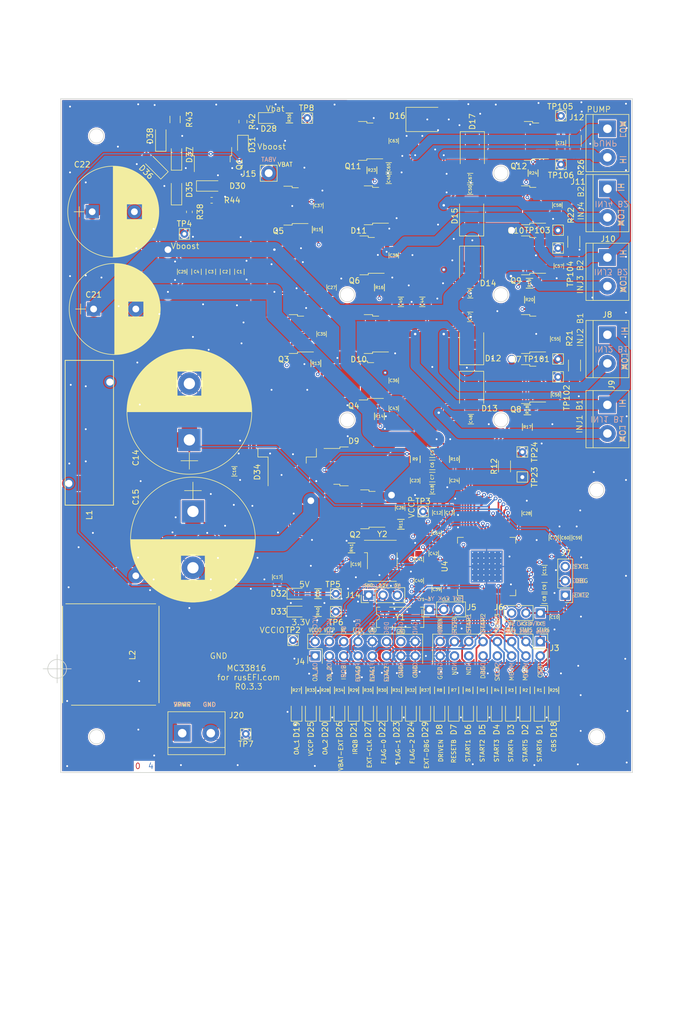
<source format=kicad_pcb>
(kicad_pcb (version 20171130) (host pcbnew "(5.1.6)-1")
  (title_block (title "Common Rail MC33816 board") (date 2020-11-26) (rev R0.3.3) (company http://rusefi.com/))
  (layers (0 F.Cu signal) (1 PWR_AN power) (2 GND power) (31 B.Cu signal) (34 B.Paste user) (35 F.Paste user) (36 B.SilkS user) (37 F.SilkS user) (38 B.Mask user) (39 F.Mask user) (44 Edge.Cuts user))
  (net 0 "")
  (net 1 GND)
  (net 2 /5V)
  (net 3 /3.3V)
  (net 4 /VCCIO)
  (net 5 /VCCP)
  (net 6 /Vbat)
  (net 7 /Vpwr)
  (net 8 /Vboost)
  (net 9 "Net-(C23-Pad1)")
  (net 10 "Net-(C24-Pad1)")
  (net 11 "Net-(C26-Pad2)")
  (net 12 "Net-(C35-Pad1)")
  (net 13 "Net-(C36-Pad1)")
  (net 14 "Net-(C37-Pad1)")
  (net 15 "Net-(C38-Pad1)")
  (net 16 "Net-(C39-Pad1)")
  (net 17 "Net-(C40-Pad1)")
  (net 18 "Net-(C41-Pad1)")
  (net 19 "Net-(C42-Pad1)")
  (net 20 "Net-(C55-Pad2)")
  (net 21 "Net-(C56-Pad2)")
  (net 22 "Net-(C57-Pad2)")
  (net 23 "Net-(C58-Pad2)")
  (net 24 "Net-(C63-Pad1)")
  (net 25 "Net-(C64-Pad2)")
  (net 26 "Net-(C71-Pad2)")
  (net 27 /START6)
  (net 28 /CSB)
  (net 29 /START5)
  (net 30 /MISO)
  (net 31 /START4)
  (net 32 /MOSI)
  (net 33 /START3)
  (net 34 /SCLK)
  (net 35 /START2)
  (net 36 /DBG_EXT2)
  (net 37 /START1)
  (net 38 /RESETB)
  (net 39 /DRVEN)
  (net 40 /OA_1)
  (net 41 /OA_2)
  (net 42 /IRQB)
  (net 43 /FLAG_0)
  (net 44 /EXT_CLK)
  (net 45 /FLAG_1)
  (net 46 /FLAG_2)
  (net 47 /DBG_EXT1)
  (net 48 /VCC2P5)
  (net 49 /BANK1_BAT)
  (net 50 /INJ_B1_HIGH)
  (net 51 /BANK2_BAT)
  (net 52 /INJ_B2_HIGH)
  (net 53 /INJ1_LOW)
  (net 54 /INJ2_LOW)
  (net 55 /INJ3_LOW)
  (net 56 /INJ4_LOW)
  (net 57 /PUMP_HIGH)
  (net 58 /PUMP_LOW)
  (net 59 /CLK)
  (net 60 /DBG)
  (net 61 /G_LS6)
  (net 62 /P_SENSE_BOOST)
  (net 63 /P_B1_SENSE)
  (net 64 /P_B2_SENSE)
  (net 65 /P_SENSE_PUMP)
  (net 66 /G_L_BOOST)
  (net 67 /G_HB1_BAT)
  (net 68 /G_HB1_BST)
  (net 69 /G_HB2_BAT)
  (net 70 /G_HB2_BST)
  (net 71 /G_L_INJ1)
  (net 72 /G_L_INJ2)
  (net 73 /G_L_INJ3)
  (net 74 /G_L_INJ4)
  (net 75 /G_PUMP)
  (net 76 /Vbuck)
  (net 77 "Net-(D1-Pad2)")
  (net 78 "Net-(D2-Pad2)")
  (net 79 "Net-(D3-Pad2)")
  (net 80 "Net-(D4-Pad2)")
  (net 81 "Net-(D5-Pad2)")
  (net 82 "Net-(D6-Pad2)")
  (net 83 "Net-(D7-Pad2)")
  (net 84 "Net-(D8-Pad2)")
  (net 85 "Net-(D18-Pad2)")
  (net 86 "Net-(D19-Pad2)")
  (net 87 "Net-(D20-Pad2)")
  (net 88 "Net-(D21-Pad2)")
  (net 89 "Net-(D22-Pad2)")
  (net 90 "Net-(D23-Pad2)")
  (net 91 "Net-(D24-Pad2)")
  (net 92 "Net-(D25-Pad2)")
  (net 93 "Net-(D26-Pad2)")
  (net 94 "Net-(D27-Pad2)")
  (net 95 "Net-(D29-Pad2)")
  (net 96 /VBAT_EXT)
  (net 97 "Net-(D28-Pad2)")
  (net 98 "Net-(D32-Pad2)")
  (net 99 "Net-(D33-Pad2)")
  (net 100 "Net-(R41-Pad2)")
  (net 101 "Net-(D30-Pad1)")
  (net 102 "Net-(D35-Pad2)")
  (net 103 "Net-(D36-Pad2)")
  (net 104 "Net-(D37-Pad2)")
  (net 105 "Net-(D38-Pad2)")
  (net 106 "Net-(D31-Pad1)")
  (net 107 "Net-(D35-Pad1)")
  (net 108 "Net-(Q1-Pad2)")
  (module Resistor_SMD:R_0603_1608Metric (layer F.Cu) (at 101.1175 55.88 180)
    (fp_text reference R44 (at -3.6575 0) (layer F.SilkS))
    (fp_text value 10k)
    (pad 2 smd roundrect (at 0.7875 0 180) (size 0.875 0.95) (layers F.Cu F.Paste F.Mask) (net 101 "Net-(D30-Pad1)"))
    (pad 1 smd roundrect (at -0.7875 0 180) (size 0.875 0.95) (layers F.Cu F.Paste F.Mask) (net 1 GND))
  )
  (module Resistor_SMD:R_1206_3216Metric_Pad1.42x1.75mm_HandSolder (layer F.Cu) (at 94.615 41.533 90)
    (fp_text reference R43 (at 0 2.54 90) (layer F.SilkS))
    (fp_text value 0R010)
    (pad 2 smd roundrect (at 1.4875 0 90) (size 1.425 1.75) (layers F.Cu F.Paste F.Mask) (roundrect_rratio 0.175439) (net 101 "Net-(D30-Pad1)"))
    (pad 1 smd roundrect (at -1.4875 0 90) (size 1.425 1.75) (layers F.Cu F.Paste F.Mask) (roundrect_rratio 0.175439) (net 105 "Net-(D38-Pad2)"))
  )
  (module Resistor_SMD:R_0805_2012Metric (layer F.Cu) (at 106.68 41.91 270)
    (fp_text reference R42 (at 0 -1.65 90) (layer F.SilkS))
    (fp_text value 1k)
    (pad 2 smd roundrect (at 0.9375 0 270) (size 0.975 1.4) (layers F.Cu F.Paste F.Mask) (net 106 "Net-(D31-Pad1)"))
    (pad 1 smd roundrect (at -0.9375 0 270) (size 0.975 1.4) (layers F.Cu F.Paste F.Mask) (net 108 "Net-(Q1-Pad2)"))
  )
  (module Resistor_SMD:R_0603_1608Metric (layer F.Cu) (at 97.155 57.9375 270)
    (fp_text reference R38 (at 0 -1.905 90) (layer F.SilkS))
    (fp_text value 10k)
    (pad 2 smd roundrect (at 0.7875 0 270) (size 0.875 0.95) (layers F.Cu F.Paste F.Mask) (net 8 /Vboost))
    (pad 1 smd roundrect (at -0.7875 0 270) (size 0.875 0.95) (layers F.Cu F.Paste F.Mask) (net 107 "Net-(D35-Pad1)"))
  )
  (module Package_TO_SOT_SMD:TO-252-2 (layer F.Cu) (at 101.22 45.51 90)
    (fp_text reference Q1 (at -4.02 4.825 90) (layer F.SilkS))
    (fp_text value BUK9230-100B)
    (pad 2 smd rect (at 2.1 0 90) (size 6.4 5.8) (layers F.Cu F.Mask) (net 108 "Net-(Q1-Pad2)"))
    (pad 3 smd rect (at -4.2 2.28 90) (size 2.2 1.2) (layers F.Cu F.Paste F.Mask) (net 1 GND))
    (pad 1 smd rect (at -4.2 -2.28 90) (size 2.2 1.2) (layers F.Cu F.Paste F.Mask) (net 101 "Net-(D30-Pad1)"))
  )
  (module Diode_SMD:D_MicroMELF_Handsoldering (layer F.Cu) (at 92.075 44.45 90)
    (fp_text reference D38 (at 0 -1.905 90) (layer F.SilkS))
    (fp_text value 5.7V)
    (pad 2 smd rect (at 1.45 0 90) (size 2.2 1.5) (layers F.Cu F.Paste F.Mask) (net 105 "Net-(D38-Pad2)"))
    (pad 1 smd rect (at -1.45 0 90) (size 2.2 1.5) (layers F.Cu F.Paste F.Mask) (net 104 "Net-(D37-Pad2)"))
  )
  (module Diode_SMD:D_MicroMELF_Handsoldering (layer F.Cu) (at 94.869 47.805 90)
    (fp_text reference D37 (at 0 2.286 90) (layer F.SilkS))
    (fp_text value 5.7V)
    (pad 2 smd rect (at 1.45 0 90) (size 2.2 1.5) (layers F.Cu F.Paste F.Mask) (net 104 "Net-(D37-Pad2)"))
    (pad 1 smd rect (at -1.45 0 90) (size 2.2 1.5) (layers F.Cu F.Paste F.Mask) (net 103 "Net-(D36-Pad2)"))
  )
  (module Diode_SMD:D_MicroMELF_Handsoldering (layer F.Cu) (at 90.805 49.53 135)
    (fp_text reference D36 (at 0 -1.905 135) (layer F.SilkS))
    (fp_text value 5.7V)
    (pad 2 smd rect (at 1.45 0 135) (size 2.2 1.5) (layers F.Cu F.Paste F.Mask) (net 103 "Net-(D36-Pad2)"))
    (pad 1 smd rect (at -1.45 0 135) (size 2.2 1.5) (layers F.Cu F.Paste F.Mask) (net 102 "Net-(D35-Pad2)"))
  )
  (module Diode_SMD:D_MicroMELF_Handsoldering (layer F.Cu) (at 94.869 53.975 90)
    (fp_text reference D35 (at 0 2.286 90) (layer F.SilkS))
    (fp_text value 5.7V)
    (pad 2 smd rect (at 1.45 0 90) (size 2.2 1.5) (layers F.Cu F.Paste F.Mask) (net 102 "Net-(D35-Pad2)"))
    (pad 1 smd rect (at -1.45 0 90) (size 2.2 1.5) (layers F.Cu F.Paste F.Mask) (net 107 "Net-(D35-Pad1)"))
  )
  (module Diode_SMD:D_MicroMELF_Handsoldering (layer F.Cu) (at 101.145 53.34)
    (fp_text reference D30 (at 4.572 0) (layer F.SilkS))
    (fp_text value 5.7V)
    (pad 2 smd rect (at 1.45 0) (size 2.2 1.5) (layers F.Cu F.Paste F.Mask) (net 1 GND))
    (pad 1 smd rect (at -1.45 0) (size 2.2 1.5) (layers F.Cu F.Paste F.Mask) (net 101 "Net-(D30-Pad1)"))
  )
  (module rusefi_lib:C_0805 (layer F.Cu) (at 126.746 120.523 270)
    (fp_text reference C19 (at 0 0) (layer F.SilkS) (effects (font (size 0.508 0.508) (thickness 0.1016))))
    (fp_text value 1000pF hide)
    (pad 2 smd rect (at 1 0 270) (size 1 1.25) (layers F.Cu F.Paste F.Mask) (net 1 GND))
    (pad 1 smd rect (at -1 0 270) (size 1 1.25) (layers F.Cu F.Paste F.Mask) (net 3 /3.3V))
  )
  (module rusefi_lib:R_0805 (layer F.Cu) (at 125.984 117.602)
    (fp_text reference R41 (at 0 0 90) (layer F.SilkS) (effects (font (size 0.508 0.508) (thickness 0.1016))))
    (fp_text value 10R hide)
    (pad 2 smd rect (at 0.95 0) (size 0.7 1.3) (layers F.Cu F.Paste F.Mask) (net 100 "Net-(R41-Pad2)"))
    (pad 1 smd rect (at -0.95 0) (size 0.7 1.3) (layers F.Cu F.Paste F.Mask) (net 1 GND))
  )
  (module Oscillator:Oscillator_SMD_Diodes_FN-4Pin_7.0x5.0mm (layer F.Cu) (at 131.445 119.888)
    (fp_text reference Y2 (at 0 -4.725) (layer F.SilkS))
    (fp_text value 1MHz)
    (pad 3 smd rect (at 2.2 2.54) (size 2 1.8) (layers F.Cu F.Paste F.Mask) (net 59 /CLK))
    (pad 2 smd rect (at -2.2 2.54) (size 2 1.8) (layers F.Cu F.Paste F.Mask) (net 1 GND))
    (pad 4 smd rect (at 2.2 -2.54) (size 2 1.8) (layers F.Cu F.Paste F.Mask) (net 3 /3.3V))
    (pad 1 smd rect (at -2.2 -2.54) (size 2 1.8) (layers F.Cu F.Paste F.Mask) (net 100 "Net-(R41-Pad2)"))
  )
  (module rusefi_lib:R_0805 (layer F.Cu) (at 144.272 101.854 270)
    (fp_text reference R10 (at 0 0) (layer F.SilkS) (effects (font (size 0.508 0.508) (thickness 0.1016))))
    (fp_text value 5.1R hide)
    (pad 2 smd rect (at 0.95 0 270) (size 0.7 1.3) (layers F.Cu F.Paste F.Mask) (net 10 "Net-(C24-Pad1)"))
    (pad 1 smd rect (at -0.95 0 270) (size 0.7 1.3) (layers F.Cu F.Paste F.Mask) (net 8 /Vboost))
  )
  (module rusefi_lib:R_0805 (layer F.Cu) (at 137.287 101.854 270)
    (fp_text reference R9 (at 0 0) (layer F.SilkS) (effects (font (size 0.508 0.508) (thickness 0.1016))))
    (fp_text value 5.1R hide)
    (pad 2 smd rect (at 0.95 0 270) (size 0.7 1.3) (layers F.Cu F.Paste F.Mask) (net 9 "Net-(C23-Pad1)"))
    (pad 1 smd rect (at -0.95 0 270) (size 0.7 1.3) (layers F.Cu F.Paste F.Mask) (net 76 /Vbuck))
  )
  (module rusefi_lib:C_0805 (layer F.Cu) (at 140.335 107.188 180)
    (fp_text reference C18 (at 0 0 90) (layer F.SilkS) (effects (font (size 0.508 0.508) (thickness 0.1016))))
    (fp_text value 10nF hide)
    (pad 2 smd rect (at 1 0 180) (size 1 1.25) (layers F.Cu F.Paste F.Mask) (net 62 /P_SENSE_BOOST))
    (pad 1 smd rect (at -1 0 180) (size 1 1.25) (layers F.Cu F.Paste F.Mask) (net 8 /Vboost))
  )
  (module rusefi_lib:C_0805 (layer F.Cu) (at 140.335 105.029 180)
    (fp_text reference C7 (at 0 0 90) (layer F.SilkS) (effects (font (size 0.508 0.508) (thickness 0.1016))))
    (fp_text value 100nF hide)
    (pad 2 smd rect (at 1 0 180) (size 1 1.25) (layers F.Cu F.Paste F.Mask) (net 62 /P_SENSE_BOOST))
    (pad 1 smd rect (at -1 0 180) (size 1 1.25) (layers F.Cu F.Paste F.Mask) (net 8 /Vboost))
  )
  (module rusefi_lib:C_0805 (layer F.Cu) (at 140.335 102.87 180)
    (fp_text reference C6 (at 0 0 90) (layer F.SilkS) (effects (font (size 0.508 0.508) (thickness 0.1016))))
    (fp_text value 10nF hide)
    (pad 2 smd rect (at 1 0 180) (size 1 1.25) (layers F.Cu F.Paste F.Mask) (net 62 /P_SENSE_BOOST))
    (pad 1 smd rect (at -1 0 180) (size 1 1.25) (layers F.Cu F.Paste F.Mask) (net 8 /Vboost))
  )
  (module rusefi_lib:C_0805 (layer F.Cu) (at 140.335 100.711 180)
    (fp_text reference C5 (at 0 0 90) (layer F.SilkS) (effects (font (size 0.508 0.508) (thickness 0.1016))))
    (fp_text value 100nF hide)
    (pad 2 smd rect (at 1 0 180) (size 1 1.25) (layers F.Cu F.Paste F.Mask) (net 62 /P_SENSE_BOOST))
    (pad 1 smd rect (at -1 0 180) (size 1 1.25) (layers F.Cu F.Paste F.Mask) (net 8 /Vboost))
  )
  (module Package_TO_SOT_SMD:TO-263-2 (layer F.Cu) (at 114.535 98.51 90)
    (fp_text reference D34 (at -5.63 -5.315 90) (layer F.SilkS))
    (fp_text value STTH802G-TR)
    (pad 2 smd rect (at 3.375 0 90) (size 9.4 10.8) (layers F.Cu F.Mask) (net 8 /Vboost))
    (pad 3 smd rect (at -5.775 2.54 90) (size 4.6 1.1) (layers F.Cu F.Paste F.Mask) (net 76 /Vbuck))
    (pad 1 smd rect (at -5.775 -2.54 90) (size 4.6 1.1) (layers F.Cu F.Paste F.Mask))
  )
  (module rusefi_lib:C_0805 (layer F.Cu) (at 98.425 68.58 270)
    (fp_text reference C4 (at 0 0) (layer F.SilkS) (effects (font (size 0.508 0.508) (thickness 0.1016))))
    (fp_text value 10nF hide)
    (pad 2 smd rect (at 1 0 270) (size 1 1.25) (layers F.Cu F.Paste F.Mask) (net 62 /P_SENSE_BOOST))
    (pad 1 smd rect (at -1 0 270) (size 1 1.25) (layers F.Cu F.Paste F.Mask) (net 8 /Vboost))
  )
  (module rusefi_lib:C_0805 (layer F.Cu) (at 100.965 68.58 270)
    (fp_text reference C3 (at 0 0) (layer F.SilkS) (effects (font (size 0.508 0.508) (thickness 0.1016))))
    (fp_text value 100nF hide)
    (pad 2 smd rect (at 1 0 270) (size 1 1.25) (layers F.Cu F.Paste F.Mask) (net 62 /P_SENSE_BOOST))
    (pad 1 smd rect (at -1 0 270) (size 1 1.25) (layers F.Cu F.Paste F.Mask) (net 8 /Vboost))
  )
  (module rusefi_lib:C_0805 (layer F.Cu) (at 103.505 68.58 270)
    (fp_text reference C2 (at 0 0) (layer F.SilkS) (effects (font (size 0.508 0.508) (thickness 0.1016))))
    (fp_text value 10nF hide)
    (pad 2 smd rect (at 1 0 270) (size 1 1.25) (layers F.Cu F.Paste F.Mask) (net 62 /P_SENSE_BOOST))
    (pad 1 smd rect (at -1 0 270) (size 1 1.25) (layers F.Cu F.Paste F.Mask) (net 8 /Vboost))
  )
  (module rusefi_lib:C_0805 (layer F.Cu) (at 106.045 68.58 270)
    (fp_text reference C1 (at 0 0) (layer F.SilkS) (effects (font (size 0.508 0.508) (thickness 0.1016))))
    (fp_text value 100nF hide)
    (pad 2 smd rect (at 1 0 270) (size 1 1.25) (layers F.Cu F.Paste F.Mask) (net 62 /P_SENSE_BOOST))
    (pad 1 smd rect (at -1 0 270) (size 1 1.25) (layers F.Cu F.Paste F.Mask) (net 8 /Vboost))
  )
  (module Package_TO_SOT_SMD:TO-252-2 (layer F.Cu) (at 155.695 45.339 180)
    (fp_text reference Q12 (at 0 -4.5) (layer F.SilkS))
    (fp_text value BUK9230-100B)
    (pad 2 smd rect (at 2.1 0 180) (size 6.4 5.8) (layers F.Cu F.Mask) (net 58 /PUMP_LOW))
    (pad 3 smd rect (at -4.2 2.28 180) (size 2.2 1.2) (layers F.Cu F.Paste F.Mask) (net 65 /P_SENSE_PUMP))
    (pad 1 smd rect (at -4.2 -2.28 180) (size 2.2 1.2) (layers F.Cu F.Paste F.Mask) (net 26 "Net-(C71-Pad2)"))
  )
  (module Package_TO_SOT_SMD:TO-252-2 (layer F.Cu) (at 126.231 45.339 180)
    (fp_text reference Q11 (at 0 -4.5) (layer F.SilkS))
    (fp_text value BUK9230-100B)
    (pad 2 smd rect (at 2.1 0 180) (size 6.4 5.8) (layers F.Cu F.Mask) (net 6 /Vbat))
    (pad 3 smd rect (at -4.2 2.28 180) (size 2.2 1.2) (layers F.Cu F.Paste F.Mask) (net 57 /PUMP_HIGH))
    (pad 1 smd rect (at -4.2 -2.28 180) (size 2.2 1.2) (layers F.Cu F.Paste F.Mask) (net 24 "Net-(C63-Pad1)"))
  )
  (module Package_TO_SOT_SMD:TO-252-2 (layer F.Cu) (at 155.187 56.769 180)
    (fp_text reference Q10 (at 0 -4.5) (layer F.SilkS))
    (fp_text value BUK9230-100B)
    (pad 2 smd rect (at 2.1 0 180) (size 6.4 5.8) (layers F.Cu F.Mask) (net 56 /INJ4_LOW))
    (pad 3 smd rect (at -4.2 2.28 180) (size 2.2 1.2) (layers F.Cu F.Paste F.Mask) (net 64 /P_B2_SENSE))
    (pad 1 smd rect (at -4.2 -2.28 180) (size 2.2 1.2) (layers F.Cu F.Paste F.Mask) (net 23 "Net-(C58-Pad2)"))
  )
  (module Package_TO_SOT_SMD:TO-252-2 (layer F.Cu) (at 155.187 65.659 180)
    (fp_text reference Q9 (at 0 -4.5) (layer F.SilkS))
    (fp_text value BUK9230-100B)
    (pad 2 smd rect (at 2.1 0 180) (size 6.4 5.8) (layers F.Cu F.Mask) (net 55 /INJ3_LOW))
    (pad 3 smd rect (at -4.2 2.28 180) (size 2.2 1.2) (layers F.Cu F.Paste F.Mask) (net 64 /P_B2_SENSE))
    (pad 1 smd rect (at -4.2 -2.28 180) (size 2.2 1.2) (layers F.Cu F.Paste F.Mask) (net 22 "Net-(C57-Pad2)"))
  )
  (module Package_TO_SOT_SMD:TO-252-2 (layer F.Cu) (at 155.187 88.519 180)
    (fp_text reference Q8 (at 0 -4.5) (layer F.SilkS))
    (fp_text value BUK9230-100B)
    (pad 2 smd rect (at 2.1 0 180) (size 6.4 5.8) (layers F.Cu F.Mask) (net 53 /INJ1_LOW))
    (pad 3 smd rect (at -4.2 2.28 180) (size 2.2 1.2) (layers F.Cu F.Paste F.Mask) (net 63 /P_B1_SENSE))
    (pad 1 smd rect (at -4.2 -2.28 180) (size 2.2 1.2) (layers F.Cu F.Paste F.Mask) (net 21 "Net-(C56-Pad2)"))
  )
  (module Package_TO_SOT_SMD:TO-252-2 (layer F.Cu) (at 155.187 79.629 180)
    (fp_text reference Q7 (at 0 -4.5) (layer F.SilkS))
    (fp_text value BUK9230-100B)
    (pad 2 smd rect (at 2.1 0 180) (size 6.4 5.8) (layers F.Cu F.Mask) (net 54 /INJ2_LOW))
    (pad 3 smd rect (at -4.2 2.28 180) (size 2.2 1.2) (layers F.Cu F.Paste F.Mask) (net 63 /P_B1_SENSE))
    (pad 1 smd rect (at -4.2 -2.28 180) (size 2.2 1.2) (layers F.Cu F.Paste F.Mask) (net 20 "Net-(C55-Pad2)"))
  )
  (module Package_TO_SOT_SMD:TO-252-2 (layer F.Cu) (at 126.485 65.659 180)
    (fp_text reference Q6 (at 0 -4.5) (layer F.SilkS))
    (fp_text value BUK9230-100B)
    (pad 2 smd rect (at 2.1 0 180) (size 6.4 5.8) (layers F.Cu F.Mask) (net 8 /Vboost))
    (pad 3 smd rect (at -4.2 2.28 180) (size 2.2 1.2) (layers F.Cu F.Paste F.Mask) (net 52 /INJ_B2_HIGH))
    (pad 1 smd rect (at -4.2 -2.28 180) (size 2.2 1.2) (layers F.Cu F.Paste F.Mask) (net 15 "Net-(C38-Pad1)"))
  )
  (module Package_TO_SOT_SMD:TO-252-2 (layer F.Cu) (at 112.9595 56.8325 180)
    (fp_text reference Q5 (at 0 -4.5) (layer F.SilkS))
    (fp_text value BUK9230-100B)
    (pad 2 smd rect (at 2.1 0 180) (size 6.4 5.8) (layers F.Cu F.Mask) (net 6 /Vbat))
    (pad 3 smd rect (at -4.2 2.28 180) (size 2.2 1.2) (layers F.Cu F.Paste F.Mask) (net 51 /BANK2_BAT))
    (pad 1 smd rect (at -4.2 -2.28 180) (size 2.2 1.2) (layers F.Cu F.Paste F.Mask) (net 14 "Net-(C37-Pad1)"))
  )
  (module Package_TO_SOT_SMD:TO-252-2 (layer F.Cu) (at 126.358 87.884 180)
    (fp_text reference Q4 (at 0 -4.5) (layer F.SilkS))
    (fp_text value BUK9230-100B)
    (pad 2 smd rect (at 2.1 0 180) (size 6.4 5.8) (layers F.Cu F.Mask) (net 8 /Vboost))
    (pad 3 smd rect (at -4.2 2.28 180) (size 2.2 1.2) (layers F.Cu F.Paste F.Mask) (net 50 /INJ_B1_HIGH))
    (pad 1 smd rect (at -4.2 -2.28 180) (size 2.2 1.2) (layers F.Cu F.Paste F.Mask) (net 13 "Net-(C36-Pad1)"))
  )
  (module Package_TO_SOT_SMD:TO-252-2 (layer F.Cu) (at 113.912 79.629 180)
    (fp_text reference Q3 (at 0 -4.5) (layer F.SilkS))
    (fp_text value BUK9230-100B)
    (pad 2 smd rect (at 2.1 0 180) (size 6.4 5.8) (layers F.Cu F.Mask) (net 6 /Vbat))
    (pad 3 smd rect (at -4.2 2.28 180) (size 2.2 1.2) (layers F.Cu F.Paste F.Mask) (net 49 /BANK1_BAT))
    (pad 1 smd rect (at -4.2 -2.28 180) (size 2.2 1.2) (layers F.Cu F.Paste F.Mask) (net 12 "Net-(C35-Pad1)"))
  )
  (module Package_TO_SOT_SMD:TO-252-2 (layer F.Cu) (at 126.612 110.744 180)
    (fp_text reference Q2 (at 0 -4.5) (layer F.SilkS))
    (fp_text value BUK9230-100B)
    (pad 2 smd rect (at 2.1 0 180) (size 6.4 5.8) (layers F.Cu F.Mask) (net 76 /Vbuck))
    (pad 3 smd rect (at -4.2 2.28 180) (size 2.2 1.2) (layers F.Cu F.Paste F.Mask) (net 62 /P_SENSE_BOOST))
    (pad 1 smd rect (at -4.2 -2.28 180) (size 2.2 1.2) (layers F.Cu F.Paste F.Mask) (net 11 "Net-(C26-Pad2)"))
  )
  (module Package_TO_SOT_SMD:TO-252-2 (layer F.Cu) (at 127.247 56.769 180)
    (fp_text reference D11 (at 0 -4.5) (layer F.SilkS))
    (fp_text value SBR10200CTL)
    (pad 2 smd rect (at 2.1 0 180) (size 6.4 5.8) (layers F.Cu F.Mask) (net 52 /INJ_B2_HIGH))
    (pad 3 smd rect (at -4.2 2.28 180) (size 2.2 1.2) (layers F.Cu F.Paste F.Mask) (net 51 /BANK2_BAT))
    (pad 1 smd rect (at -4.2 -2.28 180) (size 2.2 1.2) (layers F.Cu F.Paste F.Mask) (net 1 GND))
  )
  (module Package_TO_SOT_SMD:TO-252-2 (layer F.Cu) (at 127.247 79.629 180)
    (fp_text reference D10 (at 0 -4.5) (layer F.SilkS))
    (fp_text value SBR10200CTL)
    (pad 2 smd rect (at 2.1 0 180) (size 6.4 5.8) (layers F.Cu F.Mask) (net 50 /INJ_B1_HIGH))
    (pad 3 smd rect (at -4.2 2.28 180) (size 2.2 1.2) (layers F.Cu F.Paste F.Mask) (net 49 /BANK1_BAT))
    (pad 1 smd rect (at -4.2 -2.28 180) (size 2.2 1.2) (layers F.Cu F.Paste F.Mask) (net 1 GND))
  )
  (module Package_TO_SOT_SMD:TO-252-2 (layer F.Cu) (at 126.375 103.124)
    (fp_text reference D9 (at 0 -4.5) (layer F.SilkS))
    (fp_text value FFD10UP20S)
    (pad 2 smd rect (at 2.1 0) (size 6.4 5.8) (layers F.Cu F.Mask) (net 8 /Vboost))
    (pad 3 smd rect (at -4.2 2.28) (size 2.2 1.2) (layers F.Cu F.Paste F.Mask) (net 76 /Vbuck))
    (pad 1 smd rect (at -4.2 -2.28) (size 2.2 1.2) (layers F.Cu F.Paste F.Mask) (net 8 /Vboost))
  )
  (module Connector_Pin:Pin_D0.7mm_L6.5mm_W1.8mm_FlatFork (layer F.Cu) (at 118.11 41.275 90)
    (fp_text reference TP8 (at 1.778 -0.127 180) (layer F.SilkS))
    (fp_text value CONN_01X01)
    (pad 1 thru_hole circle (at 0 0 90) (size 1.4 1.4) (drill 0.7) (layers *.Cu *.Mask) (net 6 /Vbat))
  )
  (module Connector_Pin:Pin_D0.7mm_L6.5mm_W1.8mm_FlatFork (layer F.Cu) (at 163.195 49.53 270)
    (fp_text reference TP106 (at 1.905 0 180) (layer F.SilkS))
    (fp_text value CONN_01X01)
    (pad 1 thru_hole circle (at 0 0 270) (size 1.4 1.4) (drill 0.7) (layers *.Cu *.Mask) (net 1 GND))
  )
  (module Connector_Pin:Pin_D0.7mm_L6.5mm_W1.8mm_FlatFork (layer F.Cu) (at 163.195 40.894 270)
    (fp_text reference TP105 (at -1.651 0.127 180) (layer F.SilkS))
    (fp_text value CONN_01X01)
    (pad 1 thru_hole circle (at 0 0 270) (size 1.4 1.4) (drill 0.7) (layers *.Cu *.Mask) (net 65 /P_SENSE_PUMP))
  )
  (module Connector_Pin:Pin_D0.7mm_L6.5mm_W1.8mm_FlatFork (layer F.Cu) (at 162.687 64.389 270)
    (fp_text reference TP104 (at 4.572 -2.159 90) (layer F.SilkS))
    (fp_text value CONN_01X01)
    (pad 1 thru_hole circle (at 0 0 270) (size 1.4 1.4) (drill 0.7) (layers *.Cu *.Mask) (net 1 GND))
  )
  (module Connector_Pin:Pin_D0.7mm_L6.5mm_W1.8mm_FlatFork (layer F.Cu) (at 162.687 61.214 270)
    (fp_text reference TP103 (at 0 3.683 180) (layer F.SilkS))
    (fp_text value CONN_01X01)
    (pad 1 thru_hole circle (at 0 0 270) (size 1.4 1.4) (drill 0.7) (layers *.Cu *.Mask) (net 64 /P_B2_SENSE))
  )
  (module Connector_Pin:Pin_D0.7mm_L6.5mm_W1.8mm_FlatFork (layer F.Cu) (at 162.687 87.249 270)
    (fp_text reference TP102 (at 3.683 -1.524 270) (layer F.SilkS))
    (fp_text value CONN_01X01)
    (pad 1 thru_hole circle (at 0 0 270) (size 1.4 1.4) (drill 0.7) (layers *.Cu *.Mask) (net 1 GND))
  )
  (module Connector_Pin:Pin_D0.7mm_L6.5mm_W1.8mm_FlatFork (layer F.Cu) (at 162.687 84.074 270)
    (fp_text reference TP101 (at 0 3.81 180) (layer F.SilkS))
    (fp_text value CONN_01X01)
    (pad 1 thru_hole circle (at 0 0 270) (size 1.4 1.4) (drill 0.7) (layers *.Cu *.Mask) (net 63 /P_B1_SENSE))
  )
  (module Connector_Pin:Pin_D0.7mm_L6.5mm_W1.8mm_FlatFork (layer F.Cu) (at 156.337 100.584 270)
    (fp_text reference TP24 (at 0 -2.159 90) (layer F.SilkS))
    (fp_text value CONN_01X01)
    (pad 1 thru_hole circle (at 0 0 270) (size 1.4 1.4) (drill 0.7) (layers *.Cu *.Mask) (net 1 GND))
  )
  (module Connector_Pin:Pin_D0.7mm_L6.5mm_W1.8mm_FlatFork (layer F.Cu) (at 156.337 105.029 270)
    (fp_text reference TP23 (at 0 -2.159 90) (layer F.SilkS))
    (fp_text value CONN_01X01)
    (pad 1 thru_hole circle (at 0 0 270) (size 1.4 1.4) (drill 0.7) (layers *.Cu *.Mask) (net 62 /P_SENSE_BOOST))
  )
  (module Connector_Pin:Pin_D0.7mm_L6.5mm_W1.8mm_FlatFork (layer F.Cu) (at 107.188 150.622)
    (fp_text reference TP7 (at 0 1.8) (layer F.SilkS))
    (fp_text value CONN_01X01)
    (pad 1 thru_hole circle (at 0 0) (size 1.4 1.4) (drill 0.7) (layers *.Cu *.Mask) (net 1 GND))
  )
  (module Connector_Pin:Pin_D0.7mm_L6.5mm_W1.8mm_FlatFork (layer F.Cu) (at 123.19 128.905 90)
    (fp_text reference TP6 (at -1.905 0 180) (layer F.SilkS))
    (fp_text value CONN_01X01)
    (pad 1 thru_hole circle (at 0 0 90) (size 1.4 1.4) (drill 0.7) (layers *.Cu *.Mask) (net 3 /3.3V))
  )
  (module Connector_Pin:Pin_D0.7mm_L6.5mm_W1.8mm_FlatFork (layer F.Cu) (at 123.19 125.73 90)
    (fp_text reference TP5 (at 1.651 -0.508 180) (layer F.SilkS))
    (fp_text value CONN_01X01)
    (pad 1 thru_hole circle (at 0 0 90) (size 1.4 1.4) (drill 0.7) (layers *.Cu *.Mask) (net 2 /5V))
  )
  (module Connector_Pin:Pin_D0.7mm_L6.5mm_W1.8mm_FlatFork (layer F.Cu) (at 96.266 61.849 180)
    (fp_text reference TP4 (at 0 1.8) (layer F.SilkS))
    (fp_text value CONN_01X01)
    (pad 1 thru_hole circle (at 0 0 180) (size 1.4 1.4) (drill 0.7) (layers *.Cu *.Mask) (net 8 /Vboost))
  )
  (module Connector_Pin:Pin_D0.7mm_L6.5mm_W1.8mm_FlatFork (layer F.Cu) (at 138.684 111.125 180)
    (fp_text reference TP3 (at 0 1.8) (layer F.SilkS))
    (fp_text value CONN_01X01)
    (pad 1 thru_hole circle (at 0 0 180) (size 1.4 1.4) (drill 0.7) (layers *.Cu *.Mask) (net 5 /VCCP))
  )
  (module Connector_Pin:Pin_D0.7mm_L6.5mm_W1.8mm_FlatFork (layer F.Cu) (at 115.57 133.985 180)
    (fp_text reference TP2 (at 0 1.8) (layer F.SilkS))
    (fp_text value CONN_01X01)
    (pad 1 thru_hole circle (at 0 0 180) (size 1.4 1.4) (drill 0.7) (layers *.Cu *.Mask) (net 4 /VCCIO))
  )
  (module rusefi_lib:R_0805 (layer F.Cu) (at 120.015 128.905)
    (fp_text reference R40 (at 0 0 90) (layer F.SilkS) (effects (font (size 0.508 0.508) (thickness 0.1016))))
    (fp_text value 1k hide)
    (pad 2 smd rect (at 0.95 0) (size 0.7 1.3) (layers F.Cu F.Paste F.Mask) (net 3 /3.3V))
    (pad 1 smd rect (at -0.95 0) (size 0.7 1.3) (layers F.Cu F.Paste F.Mask) (net 99 "Net-(D33-Pad2)"))
  )
  (module rusefi_lib:R_0805 (layer F.Cu) (at 120.015 125.73)
    (fp_text reference R39 (at 0 0 90) (layer F.SilkS) (effects (font (size 0.508 0.508) (thickness 0.1016))))
    (fp_text value 1k hide)
    (pad 2 smd rect (at 0.95 0) (size 0.7 1.3) (layers F.Cu F.Paste F.Mask) (net 2 /5V))
    (pad 1 smd rect (at -0.95 0) (size 0.7 1.3) (layers F.Cu F.Paste F.Mask) (net 98 "Net-(D32-Pad2)"))
  )
  (module rusefi_lib:R_0805 (layer F.Cu) (at 114.935 41.275)
    (fp_text reference R36 (at 0 0 90) (layer F.SilkS) (effects (font (size 0.508 0.508) (thickness 0.1016))))
    (fp_text value 1k hide)
    (pad 2 smd rect (at 0.95 0) (size 0.7 1.3) (layers F.Cu F.Paste F.Mask) (net 6 /Vbat))
    (pad 1 smd rect (at -0.95 0) (size 0.7 1.3) (layers F.Cu F.Paste F.Mask) (net 97 "Net-(D28-Pad2)"))
  )
  (module LED_SMD:LED_0805_2012Metric (layer F.Cu) (at 116.205 128.905)
    (fp_text reference D33 (at -3.175 0) (layer F.SilkS))
    (fp_text value LED_Small)
    (pad 2 smd roundrect (at 0.9375 0) (size 0.975 1.4) (layers F.Cu F.Paste F.Mask) (net 99 "Net-(D33-Pad2)"))
    (pad 1 smd roundrect (at -0.9375 0) (size 0.975 1.4) (layers F.Cu F.Paste F.Mask) (net 1 GND))
  )
  (module LED_SMD:LED_0805_2012Metric (layer F.Cu) (at 116.205 125.73)
    (fp_text reference D32 (at -3.175 0) (layer F.SilkS))
    (fp_text value LED_Small)
    (pad 2 smd roundrect (at 0.9375 0) (size 0.975 1.4) (layers F.Cu F.Paste F.Mask) (net 98 "Net-(D32-Pad2)"))
    (pad 1 smd roundrect (at -0.9375 0) (size 0.975 1.4) (layers F.Cu F.Paste F.Mask) (net 1 GND))
  )
  (module LED_SMD:LED_0805_2012Metric (layer F.Cu) (at 111.125 41.275)
    (fp_text reference D28 (at 0.127 1.905) (layer F.SilkS))
    (fp_text value LED_Small)
    (pad 2 smd roundrect (at 0.9375 0) (size 0.975 1.4) (layers F.Cu F.Paste F.Mask) (net 97 "Net-(D28-Pad2)"))
    (pad 1 smd roundrect (at -0.9375 0) (size 0.975 1.4) (layers F.Cu F.Paste F.Mask) (net 1 GND))
  )
  (module rusefi_lib:R_0805 (layer F.Cu) (at 139.065 142.875 90)
    (fp_text reference R37 (at 0 0) (layer F.SilkS) (effects (font (size 0.508 0.508) (thickness 0.1016))))
    (fp_text value 1k hide)
    (pad 2 smd rect (at 0.95 0 90) (size 0.7 1.3) (layers F.Cu F.Paste F.Mask) (net 47 /DBG_EXT1))
    (pad 1 smd rect (at -0.95 0 90) (size 0.7 1.3) (layers F.Cu F.Paste F.Mask) (net 95 "Net-(D29-Pad2)"))
  )
  (module rusefi_lib:R_0805 (layer F.Cu) (at 128.905 142.875 90)
    (fp_text reference R35 (at 0 0) (layer F.SilkS) (effects (font (size 0.508 0.508) (thickness 0.1016))))
    (fp_text value 1k hide)
    (pad 2 smd rect (at 0.95 0 90) (size 0.7 1.3) (layers F.Cu F.Paste F.Mask) (net 44 /EXT_CLK))
    (pad 1 smd rect (at -0.95 0 90) (size 0.7 1.3) (layers F.Cu F.Paste F.Mask) (net 94 "Net-(D27-Pad2)"))
  )
  (module rusefi_lib:R_0805 (layer F.Cu) (at 123.825 142.875 90)
    (fp_text reference R34 (at 0 0) (layer F.SilkS) (effects (font (size 0.508 0.508) (thickness 0.1016))))
    (fp_text value 1k hide)
    (pad 2 smd rect (at 0.95 0 90) (size 0.7 1.3) (layers F.Cu F.Paste F.Mask) (net 96 /VBAT_EXT))
    (pad 1 smd rect (at -0.95 0 90) (size 0.7 1.3) (layers F.Cu F.Paste F.Mask) (net 93 "Net-(D26-Pad2)"))
  )
  (module rusefi_lib:R_0805 (layer F.Cu) (at 118.745 142.875 90)
    (fp_text reference R33 (at 0 0) (layer F.SilkS) (effects (font (size 0.508 0.508) (thickness 0.1016))))
    (fp_text value 1k hide)
    (pad 2 smd rect (at 0.95 0 90) (size 0.7 1.3) (layers F.Cu F.Paste F.Mask) (net 5 /VCCP))
    (pad 1 smd rect (at -0.95 0 90) (size 0.7 1.3) (layers F.Cu F.Paste F.Mask) (net 92 "Net-(D25-Pad2)"))
  )
  (module rusefi_lib:R_0805 (layer F.Cu) (at 136.525 142.875 90)
    (fp_text reference R32 (at 0 0) (layer F.SilkS) (effects (font (size 0.508 0.508) (thickness 0.1016))))
    (fp_text value 1k hide)
    (pad 2 smd rect (at 0.95 0 90) (size 0.7 1.3) (layers F.Cu F.Paste F.Mask) (net 46 /FLAG_2))
    (pad 1 smd rect (at -0.95 0 90) (size 0.7 1.3) (layers F.Cu F.Paste F.Mask) (net 91 "Net-(D24-Pad2)"))
  )
  (module rusefi_lib:R_0805 (layer F.Cu) (at 133.985 142.875 90)
    (fp_text reference R31 (at 0 0) (layer F.SilkS) (effects (font (size 0.508 0.508) (thickness 0.1016))))
    (fp_text value 1k hide)
    (pad 2 smd rect (at 0.95 0 90) (size 0.7 1.3) (layers F.Cu F.Paste F.Mask) (net 45 /FLAG_1))
    (pad 1 smd rect (at -0.95 0 90) (size 0.7 1.3) (layers F.Cu F.Paste F.Mask) (net 90 "Net-(D23-Pad2)"))
  )
  (module rusefi_lib:R_0805 (layer F.Cu) (at 131.445 142.875 90)
    (fp_text reference R30 (at 0 0) (layer F.SilkS) (effects (font (size 0.508 0.508) (thickness 0.1016))))
    (fp_text value 1k hide)
    (pad 2 smd rect (at 0.95 0 90) (size 0.7 1.3) (layers F.Cu F.Paste F.Mask) (net 43 /FLAG_0))
    (pad 1 smd rect (at -0.95 0 90) (size 0.7 1.3) (layers F.Cu F.Paste F.Mask) (net 89 "Net-(D22-Pad2)"))
  )
  (module rusefi_lib:R_0805 (layer F.Cu) (at 126.365 142.875 90)
    (fp_text reference R29 (at 0 0) (layer F.SilkS) (effects (font (size 0.508 0.508) (thickness 0.1016))))
    (fp_text value 1k hide)
    (pad 2 smd rect (at 0.95 0 90) (size 0.7 1.3) (layers F.Cu F.Paste F.Mask) (net 42 /IRQB))
    (pad 1 smd rect (at -0.95 0 90) (size 0.7 1.3) (layers F.Cu F.Paste F.Mask) (net 88 "Net-(D21-Pad2)"))
  )
  (module rusefi_lib:R_0805 (layer F.Cu) (at 121.285 142.875 90)
    (fp_text reference R28 (at 0 0) (layer F.SilkS) (effects (font (size 0.508 0.508) (thickness 0.1016))))
    (fp_text value 1k hide)
    (pad 2 smd rect (at 0.95 0 90) (size 0.7 1.3) (layers F.Cu F.Paste F.Mask) (net 41 /OA_2))
    (pad 1 smd rect (at -0.95 0 90) (size 0.7 1.3) (layers F.Cu F.Paste F.Mask) (net 87 "Net-(D20-Pad2)"))
  )
  (module rusefi_lib:R_0805 (layer F.Cu) (at 116.205 142.875 90)
    (fp_text reference R27 (at 0 0) (layer F.SilkS) (effects (font (size 0.508 0.508) (thickness 0.1016))))
    (fp_text value 1k hide)
    (pad 2 smd rect (at 0.95 0 90) (size 0.7 1.3) (layers F.Cu F.Paste F.Mask) (net 40 /OA_1))
    (pad 1 smd rect (at -0.95 0 90) (size 0.7 1.3) (layers F.Cu F.Paste F.Mask) (net 86 "Net-(D19-Pad2)"))
  )
  (module rusefi_lib:R_0805 (layer F.Cu) (at 161.925 142.875 90)
    (fp_text reference R25 (at 0 0) (layer F.SilkS) (effects (font (size 0.508 0.508) (thickness 0.1016))))
    (fp_text value 1k hide)
    (pad 2 smd rect (at 0.95 0 90) (size 0.7 1.3) (layers F.Cu F.Paste F.Mask) (net 28 /CSB))
    (pad 1 smd rect (at -0.95 0 90) (size 0.7 1.3) (layers F.Cu F.Paste F.Mask) (net 85 "Net-(D18-Pad2)"))
  )
  (module rusefi_lib:R_0805 (layer F.Cu) (at 158.242 51.054 270)
    (fp_text reference R24 (at 0 0) (layer F.SilkS) (effects (font (size 0.508 0.508) (thickness 0.1016))))
    (fp_text value 10R hide)
    (pad 2 smd rect (at 0.95 0 270) (size 0.7 1.3) (layers F.Cu F.Paste F.Mask) (net 75 /G_PUMP))
    (pad 1 smd rect (at -0.95 0 270) (size 0.7 1.3) (layers F.Cu F.Paste F.Mask) (net 26 "Net-(C71-Pad2)"))
  )
  (module rusefi_lib:R_0805 (layer F.Cu) (at 129.6035 50.546 270)
    (fp_text reference R23 (at 0 0) (layer F.SilkS) (effects (font (size 0.508 0.508) (thickness 0.1016))))
    (fp_text value 10R hide)
    (pad 2 smd rect (at 0.95 0 270) (size 0.7 1.3) (layers F.Cu F.Paste F.Mask) (net 61 /G_LS6))
    (pad 1 smd rect (at -0.95 0 270) (size 0.7 1.3) (layers F.Cu F.Paste F.Mask) (net 24 "Net-(C63-Pad1)"))
  )
  (module rusefi_lib:R_0805 (layer F.Cu) (at 157.607 73.533 270)
    (fp_text reference R20 (at 0 0) (layer F.SilkS) (effects (font (size 0.508 0.508) (thickness 0.1016))))
    (fp_text value 10R hide)
    (pad 2 smd rect (at 0.95 0 270) (size 0.7 1.3) (layers F.Cu F.Paste F.Mask) (net 74 /G_L_INJ4))
    (pad 1 smd rect (at -0.95 0 270) (size 0.7 1.3) (layers F.Cu F.Paste F.Mask) (net 23 "Net-(C58-Pad2)"))
  )
  (module rusefi_lib:R_0805 (layer F.Cu) (at 157.607 70.612 180)
    (fp_text reference R19 (at 0 0 90) (layer F.SilkS) (effects (font (size 0.508 0.508) (thickness 0.1016))))
    (fp_text value 10R hide)
    (pad 2 smd rect (at 0.95 0 180) (size 0.7 1.3) (layers F.Cu F.Paste F.Mask) (net 73 /G_L_INJ3))
    (pad 1 smd rect (at -0.95 0 180) (size 0.7 1.3) (layers F.Cu F.Paste F.Mask) (net 22 "Net-(C57-Pad2)"))
  )
  (module rusefi_lib:R_0805 (layer F.Cu) (at 157.226 93.091 180)
    (fp_text reference R18 (at 0 0 90) (layer F.SilkS) (effects (font (size 0.508 0.508) (thickness 0.1016))))
    (fp_text value 10R hide)
    (pad 2 smd rect (at 0.95 0 180) (size 0.7 1.3) (layers F.Cu F.Paste F.Mask) (net 71 /G_L_INJ1))
    (pad 1 smd rect (at -0.95 0 180) (size 0.7 1.3) (layers F.Cu F.Paste F.Mask) (net 21 "Net-(C56-Pad2)"))
  )
  (module rusefi_lib:R_0805 (layer F.Cu) (at 157.226 96.139 270)
    (fp_text reference R17 (at 0 0) (layer F.SilkS) (effects (font (size 0.508 0.508) (thickness 0.1016))))
    (fp_text value 10R hide)
    (pad 2 smd rect (at 0.95 0 270) (size 0.7 1.3) (layers F.Cu F.Paste F.Mask) (net 72 /G_L_INJ2))
    (pad 1 smd rect (at -0.95 0 270) (size 0.7 1.3) (layers F.Cu F.Paste F.Mask) (net 20 "Net-(C55-Pad2)"))
  )
  (module rusefi_lib:R_0805 (layer F.Cu) (at 130.937 71.374 270)
    (fp_text reference R16 (at 0 0) (layer F.SilkS) (effects (font (size 0.508 0.508) (thickness 0.1016))))
    (fp_text value 10R hide)
    (pad 2 smd rect (at 0.95 0 270) (size 0.7 1.3) (layers F.Cu F.Paste F.Mask) (net 70 /G_HB2_BST))
    (pad 1 smd rect (at -0.95 0 270) (size 0.7 1.3) (layers F.Cu F.Paste F.Mask) (net 15 "Net-(C38-Pad1)"))
  )
  (module rusefi_lib:R_0805 (layer F.Cu) (at 119.888 61.087 270)
    (fp_text reference R15 (at 0 0) (layer F.SilkS) (effects (font (size 0.508 0.508) (thickness 0.1016))))
    (fp_text value 10R hide)
    (pad 2 smd rect (at 0.95 0 270) (size 0.7 1.3) (layers F.Cu F.Paste F.Mask) (net 69 /G_HB2_BAT))
    (pad 1 smd rect (at -0.95 0 270) (size 0.7 1.3) (layers F.Cu F.Paste F.Mask) (net 14 "Net-(C37-Pad1)"))
  )
  (module rusefi_lib:R_0805 (layer F.Cu) (at 130.937 94.234 270)
    (fp_text reference R14 (at 0 0) (layer F.SilkS) (effects (font (size 0.508 0.508) (thickness 0.1016))))
    (fp_text value 10R hide)
    (pad 2 smd rect (at 0.95 0 270) (size 0.7 1.3) (layers F.Cu F.Paste F.Mask) (net 68 /G_HB1_BST))
    (pad 1 smd rect (at -0.95 0 270) (size 0.7 1.3) (layers F.Cu F.Paste F.Mask) (net 13 "Net-(C36-Pad1)"))
  )
  (module rusefi_lib:R_0805 (layer F.Cu) (at 119.634 84.836 270)
    (fp_text reference R13 (at 0 0) (layer F.SilkS) (effects (font (size 0.508 0.508) (thickness 0.1016))))
    (fp_text value 10R hide)
    (pad 2 smd rect (at 0.95 0 270) (size 0.7 1.3) (layers F.Cu F.Paste F.Mask) (net 67 /G_HB1_BAT))
    (pad 1 smd rect (at -0.95 0 270) (size 0.7 1.3) (layers F.Cu F.Paste F.Mask) (net 12 "Net-(C35-Pad1)"))
  )
  (module rusefi_lib:R_0805 (layer F.Cu) (at 134.747 113.411)
    (fp_text reference R11 (at 0 0 90) (layer F.SilkS) (effects (font (size 0.508 0.508) (thickness 0.1016))))
    (fp_text value 10R hide)
    (pad 2 smd rect (at 0.95 0) (size 0.7 1.3) (layers F.Cu F.Paste F.Mask) (net 66 /G_L_BOOST))
    (pad 1 smd rect (at -0.95 0) (size 0.7 1.3) (layers F.Cu F.Paste F.Mask) (net 11 "Net-(C26-Pad2)"))
  )
  (module rusefi_lib:R_0805 (layer F.Cu) (at 141.605 142.875 90)
    (fp_text reference R8 (at 0 0) (layer F.SilkS) (effects (font (size 0.508 0.508) (thickness 0.1016))))
    (fp_text value 1k hide)
    (pad 2 smd rect (at 0.95 0 90) (size 0.7 1.3) (layers F.Cu F.Paste F.Mask) (net 39 /DRVEN))
    (pad 1 smd rect (at -0.95 0 90) (size 0.7 1.3) (layers F.Cu F.Paste F.Mask) (net 84 "Net-(D8-Pad2)"))
  )
  (module rusefi_lib:R_0805 (layer F.Cu) (at 144.145 142.875 90)
    (fp_text reference R7 (at 0 0) (layer F.SilkS) (effects (font (size 0.508 0.508) (thickness 0.1016))))
    (fp_text value 1k hide)
    (pad 2 smd rect (at 0.95 0 90) (size 0.7 1.3) (layers F.Cu F.Paste F.Mask) (net 38 /RESETB))
    (pad 1 smd rect (at -0.95 0 90) (size 0.7 1.3) (layers F.Cu F.Paste F.Mask) (net 83 "Net-(D7-Pad2)"))
  )
  (module rusefi_lib:R_0805 (layer F.Cu) (at 146.685 142.875 90)
    (fp_text reference R6 (at 0 0) (layer F.SilkS) (effects (font (size 0.508 0.508) (thickness 0.1016))))
    (fp_text value 1k hide)
    (pad 2 smd rect (at 0.95 0 90) (size 0.7 1.3) (layers F.Cu F.Paste F.Mask) (net 37 /START1))
    (pad 1 smd rect (at -0.95 0 90) (size 0.7 1.3) (layers F.Cu F.Paste F.Mask) (net 82 "Net-(D6-Pad2)"))
  )
  (module rusefi_lib:R_0805 (layer F.Cu) (at 149.225 142.875 90)
    (fp_text reference R5 (at 0 0) (layer F.SilkS) (effects (font (size 0.508 0.508) (thickness 0.1016))))
    (fp_text value 1k hide)
    (pad 2 smd rect (at 0.95 0 90) (size 0.7 1.3) (layers F.Cu F.Paste F.Mask) (net 35 /START2))
    (pad 1 smd rect (at -0.95 0 90) (size 0.7 1.3) (layers F.Cu F.Paste F.Mask) (net 81 "Net-(D5-Pad2)"))
  )
  (module rusefi_lib:R_0805 (layer F.Cu) (at 151.765 142.875 90)
    (fp_text reference R4 (at 0 0) (layer F.SilkS) (effects (font (size 0.508 0.508) (thickness 0.1016))))
    (fp_text value 1k hide)
    (pad 2 smd rect (at 0.95 0 90) (size 0.7 1.3) (layers F.Cu F.Paste F.Mask) (net 33 /START3))
    (pad 1 smd rect (at -0.95 0 90) (size 0.7 1.3) (layers F.Cu F.Paste F.Mask) (net 80 "Net-(D4-Pad2)"))
  )
  (module rusefi_lib:R_0805 (layer F.Cu) (at 154.305 142.875 90)
    (fp_text reference R3 (at 0 0) (layer F.SilkS) (effects (font (size 0.508 0.508) (thickness 0.1016))))
    (fp_text value 1k hide)
    (pad 2 smd rect (at 0.95 0 90) (size 0.7 1.3) (layers F.Cu F.Paste F.Mask) (net 31 /START4))
    (pad 1 smd rect (at -0.95 0 90) (size 0.7 1.3) (layers F.Cu F.Paste F.Mask) (net 79 "Net-(D3-Pad2)"))
  )
  (module rusefi_lib:R_0805 (layer F.Cu) (at 156.845 142.875 90)
    (fp_text reference R2 (at 0 0) (layer F.SilkS) (effects (font (size 0.508 0.508) (thickness 0.1016))))
    (fp_text value 1k hide)
    (pad 2 smd rect (at 0.95 0 90) (size 0.7 1.3) (layers F.Cu F.Paste F.Mask) (net 29 /START5))
    (pad 1 smd rect (at -0.95 0 90) (size 0.7 1.3) (layers F.Cu F.Paste F.Mask) (net 78 "Net-(D2-Pad2)"))
  )
  (module rusefi_lib:R_0805 (layer F.Cu) (at 159.385 142.875 90)
    (fp_text reference R1 (at 0 0) (layer F.SilkS) (effects (font (size 0.508 0.508) (thickness 0.1016))))
    (fp_text value 1k hide)
    (pad 2 smd rect (at 0.95 0 90) (size 0.7 1.3) (layers F.Cu F.Paste F.Mask) (net 27 /START6))
    (pad 1 smd rect (at -0.95 0 90) (size 0.7 1.3) (layers F.Cu F.Paste F.Mask) (net 77 "Net-(D1-Pad2)"))
  )
  (module rusefi_lib:IHLP6767GZER100M01 (layer F.Cu) (at 83.185 136.525 270)
    (fp_text reference L2 (at 0.09906 -3.85064 270) (layer F.SilkS))
    (fp_text value 10uH hide)
    (pad 1 smd rect (at -8.1225 0 270) (size 3.825 12.32) (layers F.Cu F.Paste F.Mask) (net 76 /Vbuck))
    (pad 2 smd rect (at 8.1225 0 270) (size 3.825 12.32) (layers F.Cu F.Paste F.Mask) (net 7 /Vpwr))
  )
  (module rusefi_lib:744710610-Inductor (layer F.Cu) (at 79.375 97.155 90)
    (fp_text reference L1 (at -14.605 0 270) (layer F.SilkS))
    (fp_text value 6uH hide)
    (pad 2 thru_hole circle (at 9 3.65 90) (size 2.032 2.032) (drill 1.27) (layers *.Cu *.Mask) (net 6 /Vbat))
    (pad 1 thru_hole circle (at -9 -3.65 90) (size 2.032 2.032) (drill 1.27) (layers *.Cu *.Mask) (net 7 /Vpwr))
  )
  (module LED_SMD:LED_0805_2012Metric (layer F.Cu) (at 106.68 46.0225 270)
    (fp_text reference D31 (at 0 -1.65 90) (layer F.SilkS))
    (fp_text value LED_Small)
    (pad 2 smd roundrect (at 0.9375 0 270) (size 0.975 1.4) (layers F.Cu F.Paste F.Mask) (net 2 /5V))
    (pad 1 smd roundrect (at -0.9375 0 270) (size 0.975 1.4) (layers F.Cu F.Paste F.Mask) (net 106 "Net-(D31-Pad1)"))
  )
  (module LED_SMD:LED_0805_2012Metric (layer F.Cu) (at 139.065 146.685 90)
    (fp_text reference D29 (at -3.175 0 90) (layer F.SilkS))
    (fp_text value LED_Small)
    (pad 2 smd roundrect (at 0.9375 0 90) (size 0.975 1.4) (layers F.Cu F.Paste F.Mask) (net 95 "Net-(D29-Pad2)"))
    (pad 1 smd roundrect (at -0.9375 0 90) (size 0.975 1.4) (layers F.Cu F.Paste F.Mask) (net 1 GND))
  )
  (module LED_SMD:LED_0805_2012Metric (layer F.Cu) (at 128.905 146.685 90)
    (fp_text reference D27 (at -3.175 0 90) (layer F.SilkS))
    (fp_text value LED_Small)
    (pad 2 smd roundrect (at 0.9375 0 90) (size 0.975 1.4) (layers F.Cu F.Paste F.Mask) (net 94 "Net-(D27-Pad2)"))
    (pad 1 smd roundrect (at -0.9375 0 90) (size 0.975 1.4) (layers F.Cu F.Paste F.Mask) (net 1 GND))
  )
  (module LED_SMD:LED_0805_2012Metric (layer F.Cu) (at 123.825 146.685 90)
    (fp_text reference D26 (at -3.175 0 90) (layer F.SilkS))
    (fp_text value LED_Small)
    (pad 2 smd roundrect (at 0.9375 0 90) (size 0.975 1.4) (layers F.Cu F.Paste F.Mask) (net 93 "Net-(D26-Pad2)"))
    (pad 1 smd roundrect (at -0.9375 0 90) (size 0.975 1.4) (layers F.Cu F.Paste F.Mask) (net 1 GND))
  )
  (module LED_SMD:LED_0805_2012Metric (layer F.Cu) (at 118.745 146.685 90)
    (fp_text reference D25 (at -3.175 0 90) (layer F.SilkS))
    (fp_text value LED_Small)
    (pad 2 smd roundrect (at 0.9375 0 90) (size 0.975 1.4) (layers F.Cu F.Paste F.Mask) (net 92 "Net-(D25-Pad2)"))
    (pad 1 smd roundrect (at -0.9375 0 90) (size 0.975 1.4) (layers F.Cu F.Paste F.Mask) (net 1 GND))
  )
  (module LED_SMD:LED_0805_2012Metric (layer F.Cu) (at 136.525 146.685 90)
    (fp_text reference D24 (at -3.175 0 90) (layer F.SilkS))
    (fp_text value LED_Small)
    (pad 2 smd roundrect (at 0.9375 0 90) (size 0.975 1.4) (layers F.Cu F.Paste F.Mask) (net 91 "Net-(D24-Pad2)"))
    (pad 1 smd roundrect (at -0.9375 0 90) (size 0.975 1.4) (layers F.Cu F.Paste F.Mask) (net 1 GND))
  )
  (module LED_SMD:LED_0805_2012Metric (layer F.Cu) (at 133.985 146.685 90)
    (fp_text reference D23 (at -3.175 0 90) (layer F.SilkS))
    (fp_text value LED_Small)
    (pad 2 smd roundrect (at 0.9375 0 90) (size 0.975 1.4) (layers F.Cu F.Paste F.Mask) (net 90 "Net-(D23-Pad2)"))
    (pad 1 smd roundrect (at -0.9375 0 90) (size 0.975 1.4) (layers F.Cu F.Paste F.Mask) (net 1 GND))
  )
  (module LED_SMD:LED_0805_2012Metric (layer F.Cu) (at 131.445 146.685 90)
    (fp_text reference D22 (at -3.175 0 90) (layer F.SilkS))
    (fp_text value LED_Small)
    (pad 2 smd roundrect (at 0.9375 0 90) (size 0.975 1.4) (layers F.Cu F.Paste F.Mask) (net 89 "Net-(D22-Pad2)"))
    (pad 1 smd roundrect (at -0.9375 0 90) (size 0.975 1.4) (layers F.Cu F.Paste F.Mask) (net 1 GND))
  )
  (module LED_SMD:LED_0805_2012Metric (layer F.Cu) (at 126.365 146.685 90)
    (fp_text reference D21 (at -3.175 0 90) (layer F.SilkS))
    (fp_text value LED_Small)
    (pad 2 smd roundrect (at 0.9375 0 90) (size 0.975 1.4) (layers F.Cu F.Paste F.Mask) (net 88 "Net-(D21-Pad2)"))
    (pad 1 smd roundrect (at -0.9375 0 90) (size 0.975 1.4) (layers F.Cu F.Paste F.Mask) (net 1 GND))
  )
  (module LED_SMD:LED_0805_2012Metric (layer F.Cu) (at 121.285 146.685 90)
    (fp_text reference D20 (at -3.175 0 90) (layer F.SilkS))
    (fp_text value LED_Small)
    (pad 2 smd roundrect (at 0.9375 0 90) (size 0.975 1.4) (layers F.Cu F.Paste F.Mask) (net 87 "Net-(D20-Pad2)"))
    (pad 1 smd roundrect (at -0.9375 0 90) (size 0.975 1.4) (layers F.Cu F.Paste F.Mask) (net 1 GND))
  )
  (module LED_SMD:LED_0805_2012Metric (layer F.Cu) (at 116.205 146.685 90)
    (fp_text reference D19 (at -3.175 0 90) (layer F.SilkS))
    (fp_text value LED_Small)
    (pad 2 smd roundrect (at 0.9375 0 90) (size 0.975 1.4) (layers F.Cu F.Paste F.Mask) (net 86 "Net-(D19-Pad2)"))
    (pad 1 smd roundrect (at -0.9375 0 90) (size 0.975 1.4) (layers F.Cu F.Paste F.Mask) (net 1 GND))
  )
  (module LED_SMD:LED_0805_2012Metric (layer F.Cu) (at 161.925 146.685 90)
    (fp_text reference D18 (at -3.175 0 90) (layer F.SilkS))
    (fp_text value LED_Small)
    (pad 2 smd roundrect (at 0.9375 0 90) (size 0.975 1.4) (layers F.Cu F.Paste F.Mask) (net 85 "Net-(D18-Pad2)"))
    (pad 1 smd roundrect (at -0.9375 0 90) (size 0.975 1.4) (layers F.Cu F.Paste F.Mask) (net 1 GND))
  )
  (module LED_SMD:LED_0805_2012Metric (layer F.Cu) (at 141.605 146.685 90)
    (fp_text reference D8 (at -3.175 0 90) (layer F.SilkS))
    (fp_text value LED_Small)
    (pad 2 smd roundrect (at 0.9375 0 90) (size 0.975 1.4) (layers F.Cu F.Paste F.Mask) (net 84 "Net-(D8-Pad2)"))
    (pad 1 smd roundrect (at -0.9375 0 90) (size 0.975 1.4) (layers F.Cu F.Paste F.Mask) (net 1 GND))
  )
  (module LED_SMD:LED_0805_2012Metric (layer F.Cu) (at 144.145 146.685 90)
    (fp_text reference D7 (at -3.175 0 90) (layer F.SilkS))
    (fp_text value LED_Small)
    (pad 2 smd roundrect (at 0.9375 0 90) (size 0.975 1.4) (layers F.Cu F.Paste F.Mask) (net 83 "Net-(D7-Pad2)"))
    (pad 1 smd roundrect (at -0.9375 0 90) (size 0.975 1.4) (layers F.Cu F.Paste F.Mask) (net 1 GND))
  )
  (module LED_SMD:LED_0805_2012Metric (layer F.Cu) (at 146.685 146.685 90)
    (fp_text reference D6 (at -3.175 0 90) (layer F.SilkS))
    (fp_text value LED_Small)
    (pad 2 smd roundrect (at 0.9375 0 90) (size 0.975 1.4) (layers F.Cu F.Paste F.Mask) (net 82 "Net-(D6-Pad2)"))
    (pad 1 smd roundrect (at -0.9375 0 90) (size 0.975 1.4) (layers F.Cu F.Paste F.Mask) (net 1 GND))
  )
  (module LED_SMD:LED_0805_2012Metric (layer F.Cu) (at 149.225 146.685 90)
    (fp_text reference D5 (at -3.175 0 90) (layer F.SilkS))
    (fp_text value LED_Small)
    (pad 2 smd roundrect (at 0.9375 0 90) (size 0.975 1.4) (layers F.Cu F.Paste F.Mask) (net 81 "Net-(D5-Pad2)"))
    (pad 1 smd roundrect (at -0.9375 0 90) (size 0.975 1.4) (layers F.Cu F.Paste F.Mask) (net 1 GND))
  )
  (module LED_SMD:LED_0805_2012Metric (layer F.Cu) (at 151.765 146.685 90)
    (fp_text reference D4 (at -3.175 0 90) (layer F.SilkS))
    (fp_text value LED_Small)
    (pad 2 smd roundrect (at 0.9375 0 90) (size 0.975 1.4) (layers F.Cu F.Paste F.Mask) (net 80 "Net-(D4-Pad2)"))
    (pad 1 smd roundrect (at -0.9375 0 90) (size 0.975 1.4) (layers F.Cu F.Paste F.Mask) (net 1 GND))
  )
  (module LED_SMD:LED_0805_2012Metric (layer F.Cu) (at 154.305 146.685 90)
    (fp_text reference D3 (at -3.175 0 90) (layer F.SilkS))
    (fp_text value LED_Small)
    (pad 2 smd roundrect (at 0.9375 0 90) (size 0.975 1.4) (layers F.Cu F.Paste F.Mask) (net 79 "Net-(D3-Pad2)"))
    (pad 1 smd roundrect (at -0.9375 0 90) (size 0.975 1.4) (layers F.Cu F.Paste F.Mask) (net 1 GND))
  )
  (module LED_SMD:LED_0805_2012Metric (layer F.Cu) (at 156.845 146.685 90)
    (fp_text reference D2 (at -3.175 0 90) (layer F.SilkS))
    (fp_text value LED_Small)
    (pad 2 smd roundrect (at 0.9375 0 90) (size 0.975 1.4) (layers F.Cu F.Paste F.Mask) (net 78 "Net-(D2-Pad2)"))
    (pad 1 smd roundrect (at -0.9375 0 90) (size 0.975 1.4) (layers F.Cu F.Paste F.Mask) (net 1 GND))
  )
  (module LED_SMD:LED_0805_2012Metric (layer F.Cu) (at 159.385 146.685 90)
    (fp_text reference D1 (at -3.175 0 90) (layer F.SilkS))
    (fp_text value LED_Small)
    (pad 2 smd roundrect (at 0.9375 0 90) (size 0.975 1.4) (layers F.Cu F.Paste F.Mask) (net 77 "Net-(D1-Pad2)"))
    (pad 1 smd roundrect (at -0.9375 0 90) (size 0.975 1.4) (layers F.Cu F.Paste F.Mask) (net 1 GND))
  )
  (module rusefi_lib:C_0805 (layer F.Cu) (at 161.925 115.824 90)
    (fp_text reference C73 (at 0 0) (layer F.SilkS) (effects (font (size 0.508 0.508) (thickness 0.1016))))
    (fp_text value 330pF hide)
    (pad 2 smd rect (at 1 0 90) (size 1 1.25) (layers F.Cu F.Paste F.Mask) (net 1 GND))
    (pad 1 smd rect (at -1 0 90) (size 1 1.25) (layers F.Cu F.Paste F.Mask) (net 65 /P_SENSE_PUMP))
  )
  (module rusefi_lib:C_0805 (layer F.Cu) (at 163.195 45.72 270)
    (fp_text reference C71 (at 0 0) (layer F.SilkS) (effects (font (size 0.508 0.508) (thickness 0.1016))))
    (fp_text value 1000pF hide)
    (pad 2 smd rect (at 1 0 270) (size 1 1.25) (layers F.Cu F.Paste F.Mask) (net 26 "Net-(C71-Pad2)"))
    (pad 1 smd rect (at -1 0 270) (size 1 1.25) (layers F.Cu F.Paste F.Mask) (net 65 /P_SENSE_PUMP))
  )
  (module rusefi_lib:C_0805 (layer F.Cu) (at 147.066 51.943)
    (fp_text reference C67 (at 0 0 90) (layer F.SilkS) (effects (font (size 0.508 0.508) (thickness 0.1016))))
    (fp_text value 4700pF hide)
    (pad 2 smd rect (at 1 0) (size 1 1.25) (layers F.Cu F.Paste F.Mask) (net 1 GND))
    (pad 1 smd rect (at -1 0) (size 1 1.25) (layers F.Cu F.Paste F.Mask) (net 58 /PUMP_LOW))
  )
  (module rusefi_lib:C_0805 (layer F.Cu) (at 132.588 50.038 180)
    (fp_text reference C65 (at 0 0 90) (layer F.SilkS) (effects (font (size 0.508 0.508) (thickness 0.1016))))
    (fp_text value 4700pF hide)
    (pad 2 smd rect (at 1 0 180) (size 1 1.25) (layers F.Cu F.Paste F.Mask) (net 1 GND))
    (pad 1 smd rect (at -1 0 180) (size 1 1.25) (layers F.Cu F.Paste F.Mask) (net 57 /PUMP_HIGH))
  )
  (module rusefi_lib:C_0805 (layer F.Cu) (at 141.097 114.9858 90)
    (fp_text reference C64 (at 0 0) (layer F.SilkS) (effects (font (size 0.508 0.508) (thickness 0.1016))))
    (fp_text value 0.33uF hide)
    (pad 2 smd rect (at 1 0 90) (size 1 1.25) (layers F.Cu F.Paste F.Mask) (net 25 "Net-(C64-Pad2)"))
    (pad 1 smd rect (at -1 0 90) (size 1 1.25) (layers F.Cu F.Paste F.Mask) (net 57 /PUMP_HIGH))
  )
  (module rusefi_lib:C_0805 (layer F.Cu) (at 133.477 45.339 90)
    (fp_text reference C63 (at 0 0) (layer F.SilkS) (effects (font (size 0.508 0.508) (thickness 0.1016))))
    (fp_text value 1000pF hide)
    (pad 2 smd rect (at 1 0 90) (size 1 1.25) (layers F.Cu F.Paste F.Mask) (net 57 /PUMP_HIGH))
    (pad 1 smd rect (at -1 0 90) (size 1 1.25) (layers F.Cu F.Paste F.Mask) (net 24 "Net-(C63-Pad1)"))
  )
  (module rusefi_lib:C_0805 (layer F.Cu) (at 163.957 115.824 90)
    (fp_text reference C60 (at 0 0) (layer F.SilkS) (effects (font (size 0.508 0.508) (thickness 0.1016))))
    (fp_text value 330pF hide)
    (pad 2 smd rect (at 1 0 90) (size 1 1.25) (layers F.Cu F.Paste F.Mask) (net 1 GND))
    (pad 1 smd rect (at -1 0 90) (size 1 1.25) (layers F.Cu F.Paste F.Mask) (net 64 /P_B2_SENSE))
  )
  (module rusefi_lib:C_0805 (layer F.Cu) (at 165.989 115.824 90)
    (fp_text reference C59 (at 0 0) (layer F.SilkS) (effects (font (size 0.508 0.508) (thickness 0.1016))))
    (fp_text value 330pF hide)
    (pad 2 smd rect (at 1 0 90) (size 1 1.25) (layers F.Cu F.Paste F.Mask) (net 1 GND))
    (pad 1 smd rect (at -1 0 90) (size 1 1.25) (layers F.Cu F.Paste F.Mask) (net 63 /P_B1_SENSE))
  )
  (module rusefi_lib:C_0805 (layer F.Cu) (at 162.56 56.769 270)
    (fp_text reference C58 (at 0 0) (layer F.SilkS) (effects (font (size 0.508 0.508) (thickness 0.1016))))
    (fp_text value 1000pF hide)
    (pad 2 smd rect (at 1 0 270) (size 1 1.25) (layers F.Cu F.Paste F.Mask) (net 23 "Net-(C58-Pad2)"))
    (pad 1 smd rect (at -1 0 270) (size 1 1.25) (layers F.Cu F.Paste F.Mask) (net 64 /P_B2_SENSE))
  )
  (module rusefi_lib:C_0805 (layer F.Cu) (at 162.814 67.58 270)
    (fp_text reference C57 (at 0 0) (layer F.SilkS) (effects (font (size 0.508 0.508) (thickness 0.1016))))
    (fp_text value 1000pF hide)
    (pad 2 smd rect (at 1 0 270) (size 1 1.25) (layers F.Cu F.Paste F.Mask) (net 22 "Net-(C57-Pad2)"))
    (pad 1 smd rect (at -1 0 270) (size 1 1.25) (layers F.Cu F.Paste F.Mask) (net 64 /P_B2_SENSE))
  )
  (module rusefi_lib:C_0805 (layer F.Cu) (at 162.306 90.424 270)
    (fp_text reference C56 (at 0 0) (layer F.SilkS) (effects (font (size 0.508 0.508) (thickness 0.1016))))
    (fp_text value 1000pF hide)
    (pad 2 smd rect (at 1 0 270) (size 1 1.25) (layers F.Cu F.Paste F.Mask) (net 21 "Net-(C56-Pad2)"))
    (pad 1 smd rect (at -1 0 270) (size 1 1.25) (layers F.Cu F.Paste F.Mask) (net 63 /P_B1_SENSE))
  )
  (module rusefi_lib:C_0805 (layer F.Cu) (at 162.179 80.518 270)
    (fp_text reference C55 (at 0 0) (layer F.SilkS) (effects (font (size 0.508 0.508) (thickness 0.1016))))
    (fp_text value 1000pF hide)
    (pad 2 smd rect (at 1 0 270) (size 1 1.25) (layers F.Cu F.Paste F.Mask) (net 20 "Net-(C55-Pad2)"))
    (pad 1 smd rect (at -1 0 270) (size 1 1.25) (layers F.Cu F.Paste F.Mask) (net 63 /P_B1_SENSE))
  )
  (module rusefi_lib:C_0805 (layer F.Cu) (at 147.066 53.975)
    (fp_text reference C50 (at 0 0 90) (layer F.SilkS) (effects (font (size 0.508 0.508) (thickness 0.1016))))
    (fp_text value 4700pF hide)
    (pad 2 smd rect (at 1 0) (size 1 1.25) (layers F.Cu F.Paste F.Mask) (net 1 GND))
    (pad 1 smd rect (at -1 0) (size 1 1.25) (layers F.Cu F.Paste F.Mask) (net 56 /INJ4_LOW))
  )
  (module rusefi_lib:C_0805 (layer F.Cu) (at 147.066 72.39)
    (fp_text reference C49 (at 0 0 90) (layer F.SilkS) (effects (font (size 0.508 0.508) (thickness 0.1016))))
    (fp_text value 4700pF hide)
    (pad 2 smd rect (at 1 0) (size 1 1.25) (layers F.Cu F.Paste F.Mask) (net 1 GND))
    (pad 1 smd rect (at -1 0) (size 1 1.25) (layers F.Cu F.Paste F.Mask) (net 55 /INJ3_LOW))
  )
  (module rusefi_lib:C_0805 (layer F.Cu) (at 147.193 94.742)
    (fp_text reference C48 (at 0 0 90) (layer F.SilkS) (effects (font (size 0.508 0.508) (thickness 0.1016))))
    (fp_text value 4700pF hide)
    (pad 2 smd rect (at 1 0) (size 1 1.25) (layers F.Cu F.Paste F.Mask) (net 1 GND))
    (pad 1 smd rect (at -1 0) (size 1 1.25) (layers F.Cu F.Paste F.Mask) (net 53 /INJ1_LOW))
  )
  (module rusefi_lib:C_0805 (layer F.Cu) (at 147.066 76.581)
    (fp_text reference C47 (at 0 0 90) (layer F.SilkS) (effects (font (size 0.508 0.508) (thickness 0.1016))))
    (fp_text value 4700pF hide)
    (pad 2 smd rect (at 1 0) (size 1 1.25) (layers F.Cu F.Paste F.Mask) (net 1 GND))
    (pad 1 smd rect (at -1 0) (size 1 1.25) (layers F.Cu F.Paste F.Mask) (net 54 /INJ2_LOW))
  )
  (module rusefi_lib:C_0805 (layer F.Cu) (at 132.588 52.07 180)
    (fp_text reference C46 (at 0 0 90) (layer F.SilkS) (effects (font (size 0.508 0.508) (thickness 0.1016))))
    (fp_text value 4700pF hide)
    (pad 2 smd rect (at 1 0 180) (size 1 1.25) (layers F.Cu F.Paste F.Mask) (net 1 GND))
    (pad 1 smd rect (at -1 0 180) (size 1 1.25) (layers F.Cu F.Paste F.Mask) (net 52 /INJ_B2_HIGH))
  )
  (module rusefi_lib:C_0805 (layer F.Cu) (at 134.747 73.914)
    (fp_text reference C45 (at 0 0 90) (layer F.SilkS) (effects (font (size 0.508 0.508) (thickness 0.1016))))
    (fp_text value 4700pF hide)
    (pad 2 smd rect (at 1 0) (size 1 1.25) (layers F.Cu F.Paste F.Mask) (net 1 GND))
    (pad 1 smd rect (at -1 0) (size 1 1.25) (layers F.Cu F.Paste F.Mask) (net 52 /INJ_B2_HIGH))
  )
  (module rusefi_lib:C_0805 (layer F.Cu) (at 138.557 73.914 180)
    (fp_text reference C44 (at 0 0 90) (layer F.SilkS) (effects (font (size 0.508 0.508) (thickness 0.1016))))
    (fp_text value 4700pF hide)
    (pad 2 smd rect (at 1 0 180) (size 1 1.25) (layers F.Cu F.Paste F.Mask) (net 1 GND))
    (pad 1 smd rect (at -1 0 180) (size 1 1.25) (layers F.Cu F.Paste F.Mask) (net 50 /INJ_B1_HIGH))
  )
  (module rusefi_lib:C_0805 (layer F.Cu) (at 133.477 92.837 270)
    (fp_text reference C43 (at 0 0) (layer F.SilkS) (effects (font (size 0.508 0.508) (thickness 0.1016))))
    (fp_text value 4700pF hide)
    (pad 2 smd rect (at 1 0 270) (size 1 1.25) (layers F.Cu F.Paste F.Mask) (net 1 GND))
    (pad 1 smd rect (at -1 0 270) (size 1 1.25) (layers F.Cu F.Paste F.Mask) (net 50 /INJ_B1_HIGH))
  )
  (module rusefi_lib:C_0805 (layer F.Cu) (at 140.589 118.618 270)
    (fp_text reference C42 (at 0 0) (layer F.SilkS) (effects (font (size 0.508 0.508) (thickness 0.1016))))
    (fp_text value 0.33uF hide)
    (pad 2 smd rect (at 1 0 270) (size 1 1.25) (layers F.Cu F.Paste F.Mask) (net 52 /INJ_B2_HIGH))
    (pad 1 smd rect (at -1 0 270) (size 1 1.25) (layers F.Cu F.Paste F.Mask) (net 19 "Net-(C42-Pad1)"))
  )
  (module rusefi_lib:C_0805 (layer F.Cu) (at 137.922 119.634 270)
    (fp_text reference C41 (at 0 0) (layer F.SilkS) (effects (font (size 0.508 0.508) (thickness 0.1016))))
    (fp_text value 0.33uF hide)
    (pad 2 smd rect (at 1 0 270) (size 1 1.25) (layers F.Cu F.Paste F.Mask) (net 51 /BANK2_BAT))
    (pad 1 smd rect (at -1 0 270) (size 1 1.25) (layers F.Cu F.Paste F.Mask) (net 18 "Net-(C41-Pad1)"))
  )
  (module rusefi_lib:C_0805 (layer F.Cu) (at 137.922 123.444 270)
    (fp_text reference C40 (at 0 0) (layer F.SilkS) (effects (font (size 0.508 0.508) (thickness 0.1016))))
    (fp_text value 0.33uF hide)
    (pad 2 smd rect (at 1 0 270) (size 1 1.25) (layers F.Cu F.Paste F.Mask) (net 50 /INJ_B1_HIGH))
    (pad 1 smd rect (at -1 0 270) (size 1 1.25) (layers F.Cu F.Paste F.Mask) (net 17 "Net-(C40-Pad1)"))
  )
  (module rusefi_lib:C_0805 (layer F.Cu) (at 141.097 124.968 270)
    (fp_text reference C39 (at 0 0) (layer F.SilkS) (effects (font (size 0.508 0.508) (thickness 0.1016))))
    (fp_text value 0.33uF hide)
    (pad 2 smd rect (at 1 0 270) (size 1 1.25) (layers F.Cu F.Paste F.Mask) (net 49 /BANK1_BAT))
    (pad 1 smd rect (at -1 0 270) (size 1 1.25) (layers F.Cu F.Paste F.Mask) (net 16 "Net-(C39-Pad1)"))
  )
  (module rusefi_lib:C_0805 (layer F.Cu) (at 133.477 65.659 90)
    (fp_text reference C38 (at 0 0) (layer F.SilkS) (effects (font (size 0.508 0.508) (thickness 0.1016))))
    (fp_text value 1000pF hide)
    (pad 2 smd rect (at 1 0 90) (size 1 1.25) (layers F.Cu F.Paste F.Mask) (net 52 /INJ_B2_HIGH))
    (pad 1 smd rect (at -1 0 90) (size 1 1.25) (layers F.Cu F.Paste F.Mask) (net 15 "Net-(C38-Pad1)"))
  )
  (module rusefi_lib:C_0805 (layer F.Cu) (at 120.0785 56.8325 90)
    (fp_text reference C37 (at 0 0) (layer F.SilkS) (effects (font (size 0.508 0.508) (thickness 0.1016))))
    (fp_text value 1000pF hide)
    (pad 2 smd rect (at 1 0 90) (size 1 1.25) (layers F.Cu F.Paste F.Mask) (net 51 /BANK2_BAT))
    (pad 1 smd rect (at -1 0 90) (size 1 1.25) (layers F.Cu F.Paste F.Mask) (net 14 "Net-(C37-Pad1)"))
  )
  (module rusefi_lib:C_0805 (layer F.Cu) (at 133.477 87.884 90)
    (fp_text reference C36 (at 0 0) (layer F.SilkS) (effects (font (size 0.508 0.508) (thickness 0.1016))))
    (fp_text value 1000pF hide)
    (pad 2 smd rect (at 1 0 90) (size 1 1.25) (layers F.Cu F.Paste F.Mask) (net 50 /INJ_B1_HIGH))
    (pad 1 smd rect (at -1 0 90) (size 1 1.25) (layers F.Cu F.Paste F.Mask) (net 13 "Net-(C36-Pad1)"))
  )
  (module rusefi_lib:C_0805 (layer F.Cu) (at 120.65 79.629 90)
    (fp_text reference C35 (at 0 0) (layer F.SilkS) (effects (font (size 0.508 0.508) (thickness 0.1016))))
    (fp_text value 1000pF hide)
    (pad 2 smd rect (at 1 0 90) (size 1 1.25) (layers F.Cu F.Paste F.Mask) (net 49 /BANK1_BAT))
    (pad 1 smd rect (at -1 0 90) (size 1 1.25) (layers F.Cu F.Paste F.Mask) (net 12 "Net-(C35-Pad1)"))
  )
  (module rusefi_lib:C_0805 (layer F.Cu) (at 157.099 111.49 90)
    (fp_text reference C28 (at 0 0) (layer F.SilkS) (effects (font (size 0.508 0.508) (thickness 0.1016))))
    (fp_text value 330pF hide)
    (pad 2 smd rect (at 1 0 90) (size 1 1.25) (layers F.Cu F.Paste F.Mask) (net 1 GND))
    (pad 1 smd rect (at -1 0 90) (size 1 1.25) (layers F.Cu F.Paste F.Mask) (net 62 /P_SENSE_BOOST))
  )
  (module rusefi_lib:C_0805 (layer F.Cu) (at 122.428 71.374 270)
    (fp_text reference C27 (at 0 0) (layer F.SilkS) (effects (font (size 0.508 0.508) (thickness 0.1016))))
    (fp_text value 0.22uF hide)
    (pad 2 smd rect (at 1 0 270) (size 1 1.25) (layers F.Cu F.Paste F.Mask) (net 62 /P_SENSE_BOOST))
    (pad 1 smd rect (at -1 0 270) (size 1 1.25) (layers F.Cu F.Paste F.Mask) (net 8 /Vboost))
  )
  (module rusefi_lib:C_0805 (layer F.Cu) (at 134.62 110.49 270)
    (fp_text reference C26 (at 0 0) (layer F.SilkS) (effects (font (size 0.508 0.508) (thickness 0.1016))))
    (fp_text value 470pF hide)
    (pad 2 smd rect (at 1 0 270) (size 1 1.25) (layers F.Cu F.Paste F.Mask) (net 11 "Net-(C26-Pad2)"))
    (pad 1 smd rect (at -1 0 270) (size 1 1.25) (layers F.Cu F.Paste F.Mask) (net 62 /P_SENSE_BOOST))
  )
  (module rusefi_lib:C_0805 (layer F.Cu) (at 95.885 68.58 270)
    (fp_text reference C25 (at 0 0) (layer F.SilkS) (effects (font (size 0.508 0.508) (thickness 0.1016))))
    (fp_text value 0.22uF hide)
    (pad 2 smd rect (at 1 0 270) (size 1 1.25) (layers F.Cu F.Paste F.Mask) (net 62 /P_SENSE_BOOST))
    (pad 1 smd rect (at -1 0 270) (size 1 1.25) (layers F.Cu F.Paste F.Mask) (net 8 /Vboost))
  )
  (module rusefi_lib:C_0805 (layer F.Cu) (at 144.272 105.664 270)
    (fp_text reference C24 (at 0 0) (layer F.SilkS) (effects (font (size 0.508 0.508) (thickness 0.1016))))
    (fp_text value 330pF hide)
    (pad 2 smd rect (at 1 0 270) (size 1 1.25) (layers F.Cu F.Paste F.Mask) (net 62 /P_SENSE_BOOST))
    (pad 1 smd rect (at -1 0 270) (size 1 1.25) (layers F.Cu F.Paste F.Mask) (net 10 "Net-(C24-Pad1)"))
  )
  (module rusefi_lib:C_0805 (layer F.Cu) (at 137.287 105.664 270)
    (fp_text reference C23 (at 0 0) (layer F.SilkS) (effects (font (size 0.508 0.508) (thickness 0.1016))))
    (fp_text value 330pF hide)
    (pad 2 smd rect (at 1 0 270) (size 1 1.25) (layers F.Cu F.Paste F.Mask) (net 62 /P_SENSE_BOOST))
    (pad 1 smd rect (at -1 0 270) (size 1 1.25) (layers F.Cu F.Paste F.Mask) (net 9 "Net-(C23-Pad1)"))
  )
  (module rusefi_lib:C_0805 (layer F.Cu) (at 112.776 122.809 270)
    (fp_text reference C17 (at 0 0) (layer F.SilkS) (effects (font (size 0.508 0.508) (thickness 0.1016))))
    (fp_text value 220nF hide)
    (pad 2 smd rect (at 1 0 270) (size 1 1.25) (layers F.Cu F.Paste F.Mask) (net 1 GND))
    (pad 1 smd rect (at -1 0 270) (size 1 1.25) (layers F.Cu F.Paste F.Mask) (net 7 /Vpwr))
  )
  (module rusefi_lib:C_0805 (layer F.Cu) (at 105.156 104.013)
    (fp_text reference C16 (at 0 0 90) (layer F.SilkS) (effects (font (size 0.508 0.508) (thickness 0.1016))))
    (fp_text value 220nF hide)
    (pad 2 smd rect (at 1 0) (size 1 1.25) (layers F.Cu F.Paste F.Mask) (net 1 GND))
    (pad 1 smd rect (at -1 0) (size 1 1.25) (layers F.Cu F.Paste F.Mask) (net 6 /Vbat))
  )
  (module rusefi_lib:C_0805 (layer F.Cu) (at 143.383 111.363 90)
    (fp_text reference C13 (at 0 0) (layer F.SilkS) (effects (font (size 0.508 0.508) (thickness 0.1016))))
    (fp_text value 0.1uF hide)
    (pad 2 smd rect (at 1 0 90) (size 1 1.25) (layers F.Cu F.Paste F.Mask) (net 1 GND))
    (pad 1 smd rect (at -1 0 90) (size 1 1.25) (layers F.Cu F.Paste F.Mask) (net 5 /VCCP))
  )
  (module rusefi_lib:C_0805 (layer F.Cu) (at 141.224 111.379 90)
    (fp_text reference C12 (at 0 0) (layer F.SilkS) (effects (font (size 0.508 0.508) (thickness 0.1016))))
    (fp_text value 4.7uF hide)
    (pad 2 smd rect (at 1 0 90) (size 1 1.25) (layers F.Cu F.Paste F.Mask) (net 1 GND))
    (pad 1 smd rect (at -1 0 90) (size 1 1.25) (layers F.Cu F.Paste F.Mask) (net 5 /VCCP))
  )
  (module rusefi_lib:C_0805 (layer F.Cu) (at 160.274 121.539)
    (fp_text reference C11 (at 0 0 90) (layer F.SilkS) (effects (font (size 0.508 0.508) (thickness 0.1016))))
    (fp_text value 0.1uF hide)
    (pad 2 smd rect (at 1 0) (size 1 1.25) (layers F.Cu F.Paste F.Mask) (net 1 GND))
    (pad 1 smd rect (at -1 0) (size 1 1.25) (layers F.Cu F.Paste F.Mask) (net 2 /5V))
  )
  (module rusefi_lib:C_0805 (layer F.Cu) (at 162.052 129.921 270)
    (fp_text reference C10 (at 0 0) (layer F.SilkS) (effects (font (size 0.508 0.508) (thickness 0.1016))))
    (fp_text value 0.1uF hide)
    (pad 2 smd rect (at 1 0 270) (size 1 1.25) (layers F.Cu F.Paste F.Mask) (net 1 GND))
    (pad 1 smd rect (at -1 0 270) (size 1 1.25) (layers F.Cu F.Paste F.Mask) (net 4 /VCCIO))
  )
  (module rusefi_lib:C_0805 (layer F.Cu) (at 160.274 124.587)
    (fp_text reference C9 (at 0 0 90) (layer F.SilkS) (effects (font (size 0.508 0.508) (thickness 0.1016))))
    (fp_text value 1uF hide)
    (pad 2 smd rect (at 1 0) (size 1 1.25) (layers F.Cu F.Paste F.Mask) (net 1 GND))
    (pad 1 smd rect (at -1 0) (size 1 1.25) (layers F.Cu F.Paste F.Mask) (net 48 /VCC2P5))
  )
  (module rusefi_lib:C_0805 (layer F.Cu) (at 160.274 126.619)
    (fp_text reference C8 (at 0 0 90) (layer F.SilkS) (effects (font (size 0.508 0.508) (thickness 0.1016))))
    (fp_text value 0.1uF hide)
    (pad 2 smd rect (at 1 0) (size 1 1.25) (layers F.Cu F.Paste F.Mask) (net 1 GND))
    (pad 1 smd rect (at -1 0) (size 1 1.25) (layers F.Cu F.Paste F.Mask) (net 48 /VCC2P5))
  )
  (module Resistors_SMD:R_1206_HandSoldering (layer F.Cu) (at 165.608 85.217 270)
    (fp_text reference R21 (at -4.826 0.889 90) (layer F.SilkS))
    (fp_text value 0R010)
    (pad 1 smd rect (at -2 0 270) (size 2 1.7) (layers F.Cu F.Paste F.Mask) (net 63 /P_B1_SENSE))
    (pad 2 smd rect (at 2 0 270) (size 2 1.7) (layers F.Cu F.Paste F.Mask) (net 1 GND))
  )
  (module Capacitors_ThroughHole:CP_Radial_D16.0mm_P7.50mm (layer F.Cu) (at 80.137 75.184)
    (fp_text reference C21 (at 0 -2.54 180) (layer F.SilkS))
    (fp_text value 390uF)
    (pad 1 thru_hole rect (at 0 0) (size 2.4 2.4) (drill 1.2) (layers *.Cu *.Mask) (net 8 /Vboost))
    (pad 2 thru_hole circle (at 7.5 0) (size 2.4 2.4) (drill 1.2) (layers *.Cu *.Mask) (net 62 /P_SENSE_BOOST))
  )
  (module TerminalBlock:TerminalBlock_bornier-2_P5.08mm (layer F.Cu) (at 171.45 53.848 270)
    (fp_text reference J11 (at -1.27 5.207 180) (layer F.SilkS))
    (fp_text value INJ_Term)
    (pad 2 thru_hole circle (at 5.08 0 270) (size 3 3) (drill 1.52) (layers *.Cu *.Mask) (net 56 /INJ4_LOW))
    (pad 1 thru_hole rect (at 0 0 270) (size 3 3) (drill 1.52) (layers *.Cu *.Mask) (net 52 /INJ_B2_HIGH))
  )
  (module TerminalBlock:TerminalBlock_bornier-2_P5.08mm (layer F.Cu) (at 171.45 66.04 270)
    (fp_text reference J10 (at -3.302 -0.127) (layer F.SilkS))
    (fp_text value INJ_Term)
    (pad 2 thru_hole circle (at 5.08 0 270) (size 3 3) (drill 1.52) (layers *.Cu *.Mask) (net 55 /INJ3_LOW))
    (pad 1 thru_hole rect (at 0 0 270) (size 3 3) (drill 1.52) (layers *.Cu *.Mask) (net 52 /INJ_B2_HIGH))
  )
  (module TerminalBlock:TerminalBlock_bornier-2_P5.08mm (layer F.Cu) (at 171.45 92.202 270)
    (fp_text reference J9 (at -3.556 -0.762 270) (layer F.SilkS))
    (fp_text value INJ_Term)
    (pad 2 thru_hole circle (at 5.08 0 270) (size 3 3) (drill 1.52) (layers *.Cu *.Mask) (net 53 /INJ1_LOW))
    (pad 1 thru_hole rect (at 0 0 270) (size 3 3) (drill 1.52) (layers *.Cu *.Mask) (net 50 /INJ_B1_HIGH))
  )
  (module TerminalBlock:TerminalBlock_bornier-2_P5.08mm (layer F.Cu) (at 95.885 150.495)
    (fp_text reference J20 (at 9.652 -3.175) (layer F.SilkS))
    (fp_text value Conn_01x02)
    (pad 2 thru_hole circle (at 5.08 0) (size 3 3) (drill 1.52) (layers *.Cu *.Mask) (net 1 GND))
    (pad 1 thru_hole rect (at 0 0) (size 3 3) (drill 1.52) (layers *.Cu *.Mask) (net 7 /Vpwr))
  )
  (module Connector_Pin:Pin_D1.4mm_L8.5mm_W2.8mm_FlatFork (layer F.Cu) (at 111.252 51.054)
    (fp_text reference J15 (at -3.556 0.127) (layer F.SilkS))
    (fp_text value CONN_01X01)
    (pad 1 thru_hole circle (at 0 0) (size 2.6 2.6) (drill 1.4) (layers *.Cu *.Mask) (net 6 /Vbat))
  )
  (module Capacitors_ThroughHole:CP_Radial_D16.0mm_P7.50mm (layer F.Cu) (at 79.883 57.912)
    (fp_text reference C22 (at -1.778 -8.382) (layer F.SilkS))
    (fp_text value 390uF)
    (pad 1 thru_hole rect (at 0 0) (size 2.4 2.4) (drill 1.2) (layers *.Cu *.Mask) (net 8 /Vboost))
    (pad 2 thru_hole circle (at 7.5 0) (size 2.4 2.4) (drill 1.2) (layers *.Cu *.Mask) (net 62 /P_SENSE_BOOST))
  )
  (module Capacitors_ThroughHole:CP_Radial_D22.0mm_P10.00mm_SnapIn (layer F.Cu) (at 97.79 111.125 270)
    (fp_text reference C15 (at -2.54 10.16 90) (layer F.SilkS))
    (fp_text value 1000uF)
    (pad 1 thru_hole rect (at 0 0 270) (size 4 4) (drill 2) (layers *.Cu *.Mask) (net 7 /Vpwr))
    (pad 2 thru_hole circle (at 10 0 270) (size 4 4) (drill 2) (layers *.Cu *.Mask) (net 1 GND))
  )
  (module Pin_Headers:Pin_Header_Straight_1x03_Pitch2.54mm (layer F.Cu) (at 129.032 125.984 90)
    (fp_text reference J14 (at 0 -2.794) (layer F.SilkS))
    (fp_text value CONN_01X03)
    (pad 1 thru_hole rect (at 0 0 90) (size 1.7 1.7) (drill 1) (layers *.Cu *.Mask) (net 1 GND))
    (pad 2 thru_hole oval (at 0 2.54 90) (size 1.7 1.7) (drill 1) (layers *.Cu *.Mask) (net 3 /3.3V))
    (pad 3 thru_hole oval (at 0 5.08 90) (size 1.7 1.7) (drill 1) (layers *.Cu *.Mask) (net 2 /5V))
  )
  (module Capacitors_ThroughHole:CP_Radial_D22.0mm_P10.00mm_SnapIn (layer F.Cu) (at 97.155 98.425 90)
    (fp_text reference C14 (at -3.175 -9.525 90) (layer F.SilkS))
    (fp_text value 1000uF)
    (pad 1 thru_hole rect (at 0 0 90) (size 4 4) (drill 2) (layers *.Cu *.Mask) (net 6 /Vbat))
    (pad 2 thru_hole circle (at 10 0 90) (size 4 4) (drill 2) (layers *.Cu *.Mask) (net 1 GND))
  )
  (module Pin_Headers:Pin_Header_Straight_2x08_Pitch2.54mm (layer F.Cu) (at 119.507 136.779 90)
    (fp_text reference J4 (at -1.016 -2.667) (layer F.SilkS))
    (fp_text value CONN_02X08)
    (pad 1 thru_hole rect (at 0 0 90) (size 1.7 1.7) (drill 1) (layers *.Cu *.Mask) (net 40 /OA_1))
    (pad 2 thru_hole oval (at 2.54 0 90) (size 1.7 1.7) (drill 1) (layers *.Cu *.Mask) (net 4 /VCCIO))
    (pad 3 thru_hole oval (at 0 2.54 90) (size 1.7 1.7) (drill 1) (layers *.Cu *.Mask) (net 41 /OA_2))
    (pad 4 thru_hole oval (at 2.54 2.54 90) (size 1.7 1.7) (drill 1) (layers *.Cu *.Mask) (net 5 /VCCP))
    (pad 5 thru_hole oval (at 0 5.08 90) (size 1.7 1.7) (drill 1) (layers *.Cu *.Mask) (net 42 /IRQB))
    (pad 6 thru_hole oval (at 2.54 5.08 90) (size 1.7 1.7) (drill 1) (layers *.Cu *.Mask) (net 96 /VBAT_EXT))
    (pad 7 thru_hole oval (at 0 7.62 90) (size 1.7 1.7) (drill 1) (layers *.Cu *.Mask) (net 43 /FLAG_0))
    (pad 8 thru_hole oval (at 2.54 7.62 90) (size 1.7 1.7) (drill 1) (layers *.Cu *.Mask) (net 44 /EXT_CLK))
    (pad 9 thru_hole oval (at 0 10.16 90) (size 1.7 1.7) (drill 1) (layers *.Cu *.Mask) (net 45 /FLAG_1))
    (pad 10 thru_hole oval (at 2.54 10.16 90) (size 1.7 1.7) (drill 1) (layers *.Cu *.Mask) (net 1 GND))
    (pad 11 thru_hole oval (at 0 12.7 90) (size 1.7 1.7) (drill 1) (layers *.Cu *.Mask) (net 46 /FLAG_2))
    (pad 12 thru_hole oval (at 2.54 12.7 90) (size 1.7 1.7) (drill 1) (layers *.Cu *.Mask) (net 47 /DBG_EXT1))
    (pad 13 thru_hole oval (at 0 15.24 90) (size 1.7 1.7) (drill 1) (layers *.Cu *.Mask) (net 1 GND))
    (pad 14 thru_hole oval (at 2.54 15.24 90) (size 1.7 1.7) (drill 1) (layers *.Cu *.Mask))
    (pad 15 thru_hole oval (at 0 17.78 90) (size 1.7 1.7) (drill 1) (layers *.Cu *.Mask) (net 1 GND))
    (pad 16 thru_hole oval (at 2.54 17.78 90) (size 1.7 1.7) (drill 1) (layers *.Cu *.Mask) (net 1 GND))
  )
  (module Pin_Headers:Pin_Header_Straight_1x03_Pitch2.54mm (layer F.Cu) (at 159.512 129.159 270)
    (fp_text reference J6 (at -1.016 7.366) (layer F.SilkS))
    (fp_text value CONN_01X03)
    (pad 1 thru_hole rect (at 0 0 270) (size 1.7 1.7) (drill 1) (layers *.Cu *.Mask) (net 4 /VCCIO))
    (pad 2 thru_hole oval (at 0 2.54 270) (size 1.7 1.7) (drill 1) (layers *.Cu *.Mask) (net 4 /VCCIO))
    (pad 3 thru_hole oval (at 0 5.08 270) (size 1.7 1.7) (drill 1) (layers *.Cu *.Mask) (net 2 /5V))
  )
  (module Pin_Headers:Pin_Header_Straight_1x03_Pitch2.54mm (layer F.Cu) (at 139.827 128.524 90)
    (fp_text reference J5 (at 0.381 7.493) (layer F.SilkS))
    (fp_text value CONN_01X03)
    (pad 1 thru_hole rect (at 0 0 90) (size 1.7 1.7) (drill 1) (layers *.Cu *.Mask) (net 59 /CLK))
    (pad 2 thru_hole oval (at 0 2.54 90) (size 1.7 1.7) (drill 1) (layers *.Cu *.Mask) (net 59 /CLK))
    (pad 3 thru_hole oval (at 0 5.08 90) (size 1.7 1.7) (drill 1) (layers *.Cu *.Mask) (net 44 /EXT_CLK))
  )
  (module rusefi_lib:HTQFP-64-1EP_10x10mm_Pitch0.5mm_ThermalPad_for_MC33816 (layer F.Cu) (at 149.987 120.904 90)
    (fp_text reference U4 (at 0 -7.45 90) (layer F.SilkS))
    (fp_text value MC33816)
    (pad 65 smd rect (at 0 0 270) (size 5.7 5.7) (layers B.Cu) (net 1 GND))
    (pad 65 thru_hole circle (at 2.5 0.5 180) (size 0.3 0.3) (drill 0.2) (layers *.Cu F.Adhes) (net 1 GND))
    (pad 65 thru_hole circle (at 2.5 1.5 180) (size 0.3 0.3) (drill 0.2) (layers *.Cu F.Adhes) (net 1 GND))
    (pad 65 thru_hole circle (at 2.5 2.5 180) (size 0.3 0.3) (drill 0.2) (layers *.Cu F.Adhes) (net 1 GND))
    (pad 65 thru_hole circle (at 1.5 2.5 180) (size 0.3 0.3) (drill 0.2) (layers *.Cu F.Adhes) (net 1 GND))
    (pad 65 thru_hole circle (at 1.5 1.5 180) (size 0.3 0.3) (drill 0.2) (layers *.Cu F.Adhes) (net 1 GND))
    (pad 65 thru_hole circle (at 1.5 0.5 180) (size 0.3 0.3) (drill 0.2) (layers *.Cu F.Adhes) (net 1 GND))
    (pad 65 thru_hole circle (at 0.5 0.5 180) (size 0.3 0.3) (drill 0.2) (layers *.Cu F.Adhes) (net 1 GND))
    (pad 65 thru_hole circle (at 0.5 1.5 180) (size 0.3 0.3) (drill 0.2) (layers *.Cu F.Adhes) (net 1 GND))
    (pad 65 thru_hole circle (at 0.5 2.5 180) (size 0.3 0.3) (drill 0.2) (layers *.Cu F.Adhes) (net 1 GND))
    (pad 65 thru_hole circle (at -0.5 2.5 180) (size 0.3 0.3) (drill 0.2) (layers *.Cu F.Adhes) (net 1 GND))
    (pad 65 thru_hole circle (at -0.5 1.5 180) (size 0.3 0.3) (drill 0.2) (layers *.Cu F.Adhes) (net 1 GND))
    (pad 65 thru_hole circle (at -0.5 0.5 180) (size 0.3 0.3) (drill 0.2) (layers *.Cu F.Adhes) (net 1 GND))
    (pad 65 thru_hole circle (at -1.5 0.5 180) (size 0.3 0.3) (drill 0.2) (layers *.Cu F.Adhes) (net 1 GND))
    (pad 65 thru_hole circle (at -1.5 1.5 180) (size 0.3 0.3) (drill 0.2) (layers *.Cu F.Adhes) (net 1 GND))
    (pad 65 thru_hole circle (at -1.5 2.5 180) (size 0.3 0.3) (drill 0.2) (layers *.Cu F.Adhes) (net 1 GND))
    (pad 65 thru_hole circle (at -2.5 2.5 180) (size 0.3 0.3) (drill 0.2) (layers *.Cu F.Adhes) (net 1 GND))
    (pad 65 thru_hole circle (at -2.5 1.5 180) (size 0.3 0.3) (drill 0.2) (layers *.Cu F.Adhes) (net 1 GND))
    (pad 65 thru_hole circle (at -2.5 0.5 180) (size 0.3 0.3) (drill 0.2) (layers *.Cu F.Adhes) (net 1 GND))
    (pad 65 thru_hole circle (at 2.5 -0.5 180) (size 0.3 0.3) (drill 0.2) (layers *.Cu F.Adhes) (net 1 GND))
    (pad 65 thru_hole circle (at 2.5 -1.5 180) (size 0.3 0.3) (drill 0.2) (layers *.Cu F.Adhes) (net 1 GND))
    (pad 65 thru_hole circle (at 1.5 -0.5 180) (size 0.3 0.3) (drill 0.2) (layers *.Cu F.Adhes) (net 1 GND))
    (pad 65 thru_hole circle (at 1.5 -1.5 180) (size 0.3 0.3) (drill 0.2) (layers *.Cu F.Adhes) (net 1 GND))
    (pad 65 thru_hole circle (at 0.5 -1.5 180) (size 0.3 0.3) (drill 0.2) (layers *.Cu F.Adhes) (net 1 GND))
    (pad 65 thru_hole circle (at 0.5 -0.5 180) (size 0.3 0.3) (drill 0.2) (layers *.Cu F.Adhes) (net 1 GND))
    (pad 65 thru_hole circle (at -0.5 -0.5 180) (size 0.3 0.3) (drill 0.2) (layers *.Cu F.Adhes) (net 1 GND))
    (pad 65 thru_hole circle (at -0.5 -1.5 180) (size 0.3 0.3) (drill 0.2) (layers *.Cu F.Adhes) (net 1 GND))
    (pad 65 thru_hole circle (at -1.5 -1.5 180) (size 0.3 0.3) (drill 0.2) (layers *.Cu F.Adhes) (net 1 GND))
    (pad 65 thru_hole circle (at -1.5 -0.5 180) (size 0.3 0.3) (drill 0.2) (layers *.Cu F.Adhes) (net 1 GND))
    (pad 65 thru_hole circle (at -2.5 -0.5 180) (size 0.3 0.3) (drill 0.2) (layers *.Cu F.Adhes) (net 1 GND))
    (pad 65 thru_hole circle (at -2.5 -1.5 180) (size 0.3 0.3) (drill 0.2) (layers *.Cu F.Adhes) (net 1 GND))
    (pad 65 thru_hole circle (at -2.5 -2.5 180) (size 0.3 0.3) (drill 0.2) (layers *.Cu F.Adhes) (net 1 GND))
    (pad 65 thru_hole circle (at -1.5 -2.5 180) (size 0.3 0.3) (drill 0.2) (layers *.Cu F.Adhes) (net 1 GND))
    (pad 65 thru_hole circle (at -0.5 -2.5 180) (size 0.3 0.3) (drill 0.2) (layers *.Cu F.Adhes) (net 1 GND))
    (pad 65 thru_hole circle (at 0.5 -2.5 180) (size 0.3 0.3) (drill 0.2) (layers *.Cu F.Adhes) (net 1 GND))
    (pad 65 thru_hole circle (at 1.5 -2.5 180) (size 0.3 0.3) (drill 0.2) (layers *.Cu F.Adhes) (net 1 GND))
    (pad 65 thru_hole circle (at 2.5 -2.5 180) (size 0.3 0.3) (drill 0.2) (layers *.Cu F.Adhes) (net 1 GND))
    (pad 65 smd rect (at 0 0 270) (size 5.7 5.7) (layers F.Cu F.Paste F.Mask) (net 1 GND))
    (pad 64 smd rect (at -3.75 -5.7 180) (size 1.5 0.3) (layers F.Cu F.Paste F.Mask) (net 42 /IRQB))
    (pad 63 smd rect (at -3.25 -5.7 180) (size 1.5 0.3) (layers F.Cu F.Paste F.Mask) (net 49 /BANK1_BAT))
    (pad 62 smd rect (at -2.75 -5.7 180) (size 1.5 0.3) (layers F.Cu F.Paste F.Mask) (net 67 /G_HB1_BAT))
    (pad 61 smd rect (at -2.25 -5.7 180) (size 1.5 0.3) (layers F.Cu F.Paste F.Mask) (net 16 "Net-(C39-Pad1)"))
    (pad 60 smd rect (at -1.75 -5.7 180) (size 1.5 0.3) (layers F.Cu F.Paste F.Mask) (net 50 /INJ_B1_HIGH))
    (pad 59 smd rect (at -1.25 -5.7 180) (size 1.5 0.3) (layers F.Cu F.Paste F.Mask) (net 68 /G_HB1_BST))
    (pad 58 smd rect (at -0.75 -5.7 180) (size 1.5 0.3) (layers F.Cu F.Paste F.Mask) (net 17 "Net-(C40-Pad1)"))
    (pad 57 smd rect (at -0.25 -5.7 180) (size 1.5 0.3) (layers F.Cu F.Paste F.Mask) (net 51 /BANK2_BAT))
    (pad 56 smd rect (at 0.25 -5.7 180) (size 1.5 0.3) (layers F.Cu F.Paste F.Mask) (net 69 /G_HB2_BAT))
    (pad 55 smd rect (at 0.75 -5.7 180) (size 1.5 0.3) (layers F.Cu F.Paste F.Mask) (net 18 "Net-(C41-Pad1)"))
    (pad 54 smd rect (at 1.25 -5.7 180) (size 1.5 0.3) (layers F.Cu F.Paste F.Mask) (net 52 /INJ_B2_HIGH))
    (pad 53 smd rect (at 1.75 -5.7 180) (size 1.5 0.3) (layers F.Cu F.Paste F.Mask) (net 70 /G_HB2_BST))
    (pad 52 smd rect (at 2.25 -5.7 180) (size 1.5 0.3) (layers F.Cu F.Paste F.Mask) (net 19 "Net-(C42-Pad1)"))
    (pad 51 smd rect (at 2.75 -5.7 180) (size 1.5 0.3) (layers F.Cu F.Paste F.Mask) (net 57 /PUMP_HIGH))
    (pad 50 smd rect (at 3.25 -5.7 180) (size 1.5 0.3) (layers F.Cu F.Paste F.Mask) (net 61 /G_LS6))
    (pad 49 smd rect (at 3.75 -5.7 180) (size 1.5 0.3) (layers F.Cu F.Paste F.Mask) (net 25 "Net-(C64-Pad2)"))
    (pad 48 smd rect (at 5.7 -3.75 90) (size 1.5 0.3) (layers F.Cu F.Paste F.Mask) (net 8 /Vboost))
    (pad 47 smd rect (at 5.7 -3.25 90) (size 1.5 0.3) (layers F.Cu F.Paste F.Mask) (net 71 /G_L_INJ1))
    (pad 46 smd rect (at 5.7 -2.75 90) (size 1.5 0.3) (layers F.Cu F.Paste F.Mask) (net 72 /G_L_INJ2))
    (pad 45 smd rect (at 5.7 -2.25 90) (size 1.5 0.3) (layers F.Cu F.Paste F.Mask) (net 73 /G_L_INJ3))
    (pad 44 smd rect (at 5.7 -1.75 90) (size 1.5 0.3) (layers F.Cu F.Paste F.Mask) (net 74 /G_L_INJ4))
    (pad 43 smd rect (at 5.7 -1.25 90) (size 1.5 0.3) (layers F.Cu F.Paste F.Mask))
    (pad 42 smd rect (at 5.7 -0.75 90) (size 1.5 0.3) (layers F.Cu F.Paste F.Mask) (net 75 /G_PUMP))
    (pad 41 smd rect (at 5.7 -0.25 90) (size 1.5 0.3) (layers F.Cu F.Paste F.Mask) (net 66 /G_L_BOOST))
    (pad 40 smd rect (at 5.7 0.25 90) (size 1.5 0.3) (layers F.Cu F.Paste F.Mask) (net 5 /VCCP))
    (pad 39 smd rect (at 5.7 0.75 90) (size 1.5 0.3) (layers F.Cu F.Paste F.Mask) (net 6 /Vbat))
    (pad 38 smd rect (at 5.7 1.25 90) (size 1.5 0.3) (layers F.Cu F.Paste F.Mask) (net 53 /INJ1_LOW))
    (pad 37 smd rect (at 5.7 1.75 90) (size 1.5 0.3) (layers F.Cu F.Paste F.Mask) (net 54 /INJ2_LOW))
    (pad 36 smd rect (at 5.7 2.25 90) (size 1.5 0.3) (layers F.Cu F.Paste F.Mask) (net 55 /INJ3_LOW))
    (pad 35 smd rect (at 5.7 2.75 90) (size 1.5 0.3) (layers F.Cu F.Paste F.Mask) (net 56 /INJ4_LOW))
    (pad 34 smd rect (at 5.7 3.25 90) (size 1.5 0.3) (layers F.Cu F.Paste F.Mask))
    (pad 33 smd rect (at 5.7 3.75 90) (size 1.5 0.3) (layers F.Cu F.Paste F.Mask) (net 58 /PUMP_LOW))
    (pad 32 smd rect (at 3.75 5.7 180) (size 1.5 0.3) (layers F.Cu F.Paste F.Mask) (net 62 /P_SENSE_BOOST))
    (pad 31 smd rect (at 3.25 5.7 180) (size 1.5 0.3) (layers F.Cu F.Paste F.Mask) (net 1 GND))
    (pad 30 smd rect (at 2.75 5.7 180) (size 1.5 0.3) (layers F.Cu F.Paste F.Mask) (net 65 /P_SENSE_PUMP))
    (pad 29 smd rect (at 2.25 5.7 180) (size 1.5 0.3) (layers F.Cu F.Paste F.Mask) (net 1 GND))
    (pad 28 smd rect (at 1.75 5.7 180) (size 1.5 0.3) (layers F.Cu F.Paste F.Mask) (net 64 /P_B2_SENSE))
    (pad 27 smd rect (at 1.25 5.7 180) (size 1.5 0.3) (layers F.Cu F.Paste F.Mask) (net 1 GND))
    (pad 26 smd rect (at 0.75 5.7 180) (size 1.5 0.3) (layers F.Cu F.Paste F.Mask) (net 63 /P_B1_SENSE))
    (pad 25 smd rect (at 0.25 5.7 180) (size 1.5 0.3) (layers F.Cu F.Paste F.Mask) (net 1 GND))
    (pad 24 smd rect (at -0.25 5.7 180) (size 1.5 0.3) (layers F.Cu F.Paste F.Mask) (net 1 GND))
    (pad 23 smd rect (at -0.75 5.7 180) (size 1.5 0.3) (layers F.Cu F.Paste F.Mask) (net 41 /OA_2))
    (pad 22 smd rect (at -1.25 5.7 180) (size 1.5 0.3) (layers F.Cu F.Paste F.Mask) (net 40 /OA_1))
    (pad 21 smd rect (at -1.75 5.7 180) (size 1.5 0.3) (layers F.Cu F.Paste F.Mask) (net 2 /5V))
    (pad 20 smd rect (at -2.25 5.7 180) (size 1.5 0.3) (layers F.Cu F.Paste F.Mask) (net 48 /VCC2P5))
    (pad 19 smd rect (at -2.75 5.7 180) (size 1.5 0.3) (layers F.Cu F.Paste F.Mask) (net 1 GND))
    (pad 18 smd rect (at -3.25 5.7 180) (size 1.5 0.3) (layers F.Cu F.Paste F.Mask) (net 60 /DBG))
    (pad 17 smd rect (at -3.75 5.7 180) (size 1.5 0.3) (layers F.Cu F.Paste F.Mask) (net 4 /VCCIO))
    (pad 16 smd rect (at -5.7 3.75 90) (size 1.5 0.3) (layers F.Cu F.Paste F.Mask) (net 34 /SCLK))
    (pad 15 smd rect (at -5.7 3.25 90) (size 1.5 0.3) (layers F.Cu F.Paste F.Mask) (net 30 /MISO))
    (pad 14 smd rect (at -5.7 2.75 90) (size 1.5 0.3) (layers F.Cu F.Paste F.Mask) (net 32 /MOSI))
    (pad 13 smd rect (at -5.7 2.25 90) (size 1.5 0.3) (layers F.Cu F.Paste F.Mask) (net 28 /CSB))
    (pad 12 smd rect (at -5.7 1.75 90) (size 1.5 0.3) (layers F.Cu F.Paste F.Mask) (net 46 /FLAG_2))
    (pad 11 smd rect (at -5.7 1.25 90) (size 1.5 0.3) (layers F.Cu F.Paste F.Mask) (net 45 /FLAG_1))
    (pad 10 smd rect (at -5.7 0.75 90) (size 1.5 0.3) (layers F.Cu F.Paste F.Mask) (net 43 /FLAG_0))
    (pad 9 smd rect (at -5.7 0.25 90) (size 1.5 0.3) (layers F.Cu F.Paste F.Mask) (net 27 /START6))
    (pad 8 smd rect (at -5.7 -0.25 90) (size 1.5 0.3) (layers F.Cu F.Paste F.Mask) (net 29 /START5))
    (pad 7 smd rect (at -5.7 -0.75 90) (size 1.5 0.3) (layers F.Cu F.Paste F.Mask) (net 31 /START4))
    (pad 6 smd rect (at -5.7 -1.25 90) (size 1.5 0.3) (layers F.Cu F.Paste F.Mask) (net 33 /START3))
    (pad 5 smd rect (at -5.7 -1.75 90) (size 1.5 0.3) (layers F.Cu F.Paste F.Mask) (net 35 /START2))
    (pad 4 smd rect (at -5.7 -2.25 90) (size 1.5 0.3) (layers F.Cu F.Paste F.Mask) (net 37 /START1))
    (pad 3 smd rect (at -5.7 -2.75 90) (size 1.5 0.3) (layers F.Cu F.Paste F.Mask) (net 38 /RESETB))
    (pad 2 smd rect (at -5.7 -3.25 90) (size 1.5 0.3) (layers F.Cu F.Paste F.Mask) (net 39 /DRVEN))
    (pad 1 smd rect (at -5.7 -3.75 90) (size 1.5 0.3) (layers F.Cu F.Paste F.Mask) (net 59 /CLK))
  )
  (module Pin_Headers:Pin_Header_Straight_2x08_Pitch2.54mm (layer F.Cu) (at 159.512 134.239 270)
    (fp_text reference J3 (at 1.143 -2.54) (layer F.SilkS))
    (fp_text value CONN_02X08)
    (pad 1 thru_hole rect (at 0 0 270) (size 1.7 1.7) (drill 1) (layers *.Cu *.Mask) (net 27 /START6))
    (pad 2 thru_hole oval (at 2.54 0 270) (size 1.7 1.7) (drill 1) (layers *.Cu *.Mask) (net 28 /CSB))
    (pad 3 thru_hole oval (at 0 2.54 270) (size 1.7 1.7) (drill 1) (layers *.Cu *.Mask) (net 29 /START5))
    (pad 4 thru_hole oval (at 2.54 2.54 270) (size 1.7 1.7) (drill 1) (layers *.Cu *.Mask) (net 30 /MISO))
    (pad 5 thru_hole oval (at 0 5.08 270) (size 1.7 1.7) (drill 1) (layers *.Cu *.Mask) (net 31 /START4))
    (pad 6 thru_hole oval (at 2.54 5.08 270) (size 1.7 1.7) (drill 1) (layers *.Cu *.Mask) (net 32 /MOSI))
    (pad 7 thru_hole oval (at 0 7.62 270) (size 1.7 1.7) (drill 1) (layers *.Cu *.Mask) (net 33 /START3))
    (pad 8 thru_hole oval (at 2.54 7.62 270) (size 1.7 1.7) (drill 1) (layers *.Cu *.Mask) (net 34 /SCLK))
    (pad 9 thru_hole oval (at 0 10.16 270) (size 1.7 1.7) (drill 1) (layers *.Cu *.Mask) (net 35 /START2))
    (pad 10 thru_hole oval (at 2.54 10.16 270) (size 1.7 1.7) (drill 1) (layers *.Cu *.Mask) (net 36 /DBG_EXT2))
    (pad 11 thru_hole oval (at 0 12.7 270) (size 1.7 1.7) (drill 1) (layers *.Cu *.Mask) (net 37 /START1))
    (pad 12 thru_hole oval (at 2.54 12.7 270) (size 1.7 1.7) (drill 1) (layers *.Cu *.Mask))
    (pad 13 thru_hole oval (at 0 15.24 270) (size 1.7 1.7) (drill 1) (layers *.Cu *.Mask) (net 38 /RESETB))
    (pad 14 thru_hole oval (at 2.54 15.24 270) (size 1.7 1.7) (drill 1) (layers *.Cu *.Mask))
    (pad 15 thru_hole oval (at 0 17.78 270) (size 1.7 1.7) (drill 1) (layers *.Cu *.Mask) (net 39 /DRVEN))
    (pad 16 thru_hole oval (at 2.54 17.78 270) (size 1.7 1.7) (drill 1) (layers *.Cu *.Mask) (net 1 GND))
  )
  (module Diodes_SMD:D_SMB (layer F.Cu) (at 147.32 81.534 90)
    (fp_text reference D12 (at -2.413 3.81) (layer F.SilkS))
    (fp_text value STPS2H100UY)
    (pad 1 smd rect (at -2.15 0 90) (size 2.5 2.3) (layers F.Cu F.Paste F.Mask) (net 8 /Vboost))
    (pad 2 smd rect (at 2.15 0 90) (size 2.5 2.3) (layers F.Cu F.Paste F.Mask) (net 54 /INJ2_LOW))
  )
  (module Diodes_SMD:D_SMB (layer F.Cu) (at 147.32 89.789 270)
    (fp_text reference D13 (at 3.048 -3.175 180) (layer F.SilkS))
    (fp_text value STPS2H100UY)
    (pad 1 smd rect (at -2.15 0 270) (size 2.5 2.3) (layers F.Cu F.Paste F.Mask) (net 8 /Vboost))
    (pad 2 smd rect (at 2.15 0 270) (size 2.5 2.3) (layers F.Cu F.Paste F.Mask) (net 53 /INJ1_LOW))
  )
  (module Diodes_SMD:D_SMB (layer F.Cu) (at 147.32 67.564 270)
    (fp_text reference D14 (at 3.048 -2.921 180) (layer F.SilkS))
    (fp_text value STPS2H100UY)
    (pad 1 smd rect (at -2.15 0 270) (size 2.5 2.3) (layers F.Cu F.Paste F.Mask) (net 8 /Vboost))
    (pad 2 smd rect (at 2.15 0 270) (size 2.5 2.3) (layers F.Cu F.Paste F.Mask) (net 55 /INJ3_LOW))
  )
  (module Diodes_SMD:D_SMB (layer F.Cu) (at 147.32 58.674 90)
    (fp_text reference D15 (at 0 -3 270) (layer F.SilkS))
    (fp_text value STPS2H100UY)
    (pad 1 smd rect (at -2.15 0 90) (size 2.5 2.3) (layers F.Cu F.Paste F.Mask) (net 8 /Vboost))
    (pad 2 smd rect (at 2.15 0 90) (size 2.5 2.3) (layers F.Cu F.Paste F.Mask) (net 56 /INJ4_LOW))
  )
  (module Diodes_SMD:D_SMB (layer F.Cu) (at 139.192 41.529)
    (fp_text reference D16 (at -5.08 -0.635) (layer F.SilkS))
    (fp_text value STPS2H100UY)
    (pad 1 smd rect (at -2.15 0) (size 2.5 2.3) (layers F.Cu F.Paste F.Mask) (net 57 /PUMP_HIGH))
    (pad 2 smd rect (at 2.15 0) (size 2.5 2.3) (layers F.Cu F.Paste F.Mask) (net 1 GND))
  )
  (module Diodes_SMD:D_SMB (layer F.Cu) (at 147.447 47.244 270)
    (fp_text reference D17 (at -5.334 0 90) (layer F.SilkS))
    (fp_text value STPS2H100UY)
    (pad 1 smd rect (at -2.15 0 270) (size 2.5 2.3) (layers F.Cu F.Paste F.Mask) (net 6 /Vbat))
    (pad 2 smd rect (at 2.15 0 270) (size 2.5 2.3) (layers F.Cu F.Paste F.Mask) (net 58 /PUMP_LOW))
  )
  (module Pin_Headers:Pin_Header_Straight_1x03_Pitch2.54mm (layer F.Cu) (at 163.957 125.984 180)
    (fp_text reference J7 (at -0.127 7.493 180) (layer F.SilkS))
    (fp_text value CONN_01X03)
    (pad 1 thru_hole rect (at 0 0 180) (size 1.7 1.7) (drill 1) (layers *.Cu *.Mask) (net 36 /DBG_EXT2))
    (pad 2 thru_hole oval (at 0 2.54 180) (size 1.7 1.7) (drill 1) (layers *.Cu *.Mask) (net 60 /DBG))
    (pad 3 thru_hole oval (at 0 5.08 180) (size 1.7 1.7) (drill 1) (layers *.Cu *.Mask) (net 47 /DBG_EXT1))
  )
  (module Terminal_Blocks:TerminalBlock_bornier-2_P5.08mm (layer F.Cu) (at 171.45 79.756 270)
    (fp_text reference J8 (at -3.556 0) (layer F.SilkS))
    (fp_text value INJ_Term)
    (pad 1 thru_hole rect (at 0 0 270) (size 3 3) (drill 1.52) (layers *.Cu *.Mask) (net 50 /INJ_B1_HIGH))
    (pad 2 thru_hole circle (at 5.08 0 270) (size 3 3) (drill 1.52) (layers *.Cu *.Mask) (net 54 /INJ2_LOW))
  )
  (module Terminal_Blocks:TerminalBlock_bornier-2_P5.08mm (layer F.Cu) (at 171.45 43.18 270)
    (fp_text reference J12 (at -2.032 5.461) (layer F.SilkS))
    (fp_text value INJ_Term)
    (pad 1 thru_hole rect (at 0 0 270) (size 3 3) (drill 1.52) (layers *.Cu *.Mask) (net 57 /PUMP_HIGH))
    (pad 2 thru_hole circle (at 5.08 0 270) (size 3 3) (drill 1.52) (layers *.Cu *.Mask) (net 58 /PUMP_LOW))
  )
  (module Resistors_SMD:R_1206_HandSoldering (layer F.Cu) (at 153.162 103.124 90)
    (fp_text reference R12 (at 0 -1.85 270) (layer F.SilkS))
    (fp_text value 0R010)
    (pad 1 smd rect (at -2 0 90) (size 2 1.7) (layers F.Cu F.Paste F.Mask) (net 62 /P_SENSE_BOOST))
    (pad 2 smd rect (at 2 0 90) (size 2 1.7) (layers F.Cu F.Paste F.Mask) (net 1 GND))
  )
  (module Resistors_SMD:R_1206_HandSoldering (layer F.Cu) (at 165.481 63.246 270)
    (fp_text reference R22 (at -4.699 0.508 90) (layer F.SilkS))
    (fp_text value 0R010)
    (pad 1 smd rect (at -2 0 270) (size 2 1.7) (layers F.Cu F.Paste F.Mask) (net 64 /P_B2_SENSE))
    (pad 2 smd rect (at 2 0 270) (size 2 1.7) (layers F.Cu F.Paste F.Mask) (net 1 GND))
  )
  (module Resistors_SMD:R_1206_HandSoldering (layer F.Cu) (at 165.735 45.339 270)
    (fp_text reference R26 (at 4.699 -1.016 90) (layer F.SilkS))
    (fp_text value 0R010)
    (pad 1 smd rect (at -2 0 270) (size 2 1.7) (layers F.Cu F.Paste F.Mask) (net 65 /P_SENSE_PUMP))
    (pad 2 smd rect (at 2 0 270) (size 2 1.7) (layers F.Cu F.Paste F.Mask) (net 1 GND))
  )
  (module Crystals:Crystal_SMD_SeikoEpson_MC306-4pin_8.0x3.2mm (layer F.Cu) (at 134.62 129.921)
    (fp_text reference Y1 (at 0 0) (layer F.SilkS))
    (fp_text value 1MHz)
    (pad 1 smd rect (at -2.75 1.6) (size 1.3 1.9) (layers F.Cu F.Paste F.Mask) (net 3 /3.3V))
    (pad 2 smd rect (at 2.75 1.6) (size 1.3 1.9) (layers F.Cu F.Paste F.Mask) (net 1 GND))
    (pad 3 smd rect (at 2.75 -1.6) (size 1.3 1.9) (layers F.Cu F.Paste F.Mask) (net 59 /CLK))
    (pad 4 smd rect (at -2.75 -1.6) (size 1.3 1.9) (layers F.Cu F.Paste F.Mask) (net 3 /3.3V))
  )
  (gr_text VCCP (at 136.652 110.363 90) (layer F.SilkS) (effects (font (size 1.016 1.016) (thickness 0.127))))
  (gr_text GND (at 102.362 136.779) (layer F.SilkS) (effects (font (size 1.016 1.016) (thickness 0.127))))
  (gr_text Vboost (at 111.76 46.355) (layer F.SilkS) (effects (font (size 1.016 1.016) (thickness 0.127))))
  (gr_text Vboost (at 96.393 64.008) (layer F.SilkS) (effects (font (size 1.016 1.016) (thickness 0.127))))
  (gr_text Vbat (at 112.395 39.624) (layer F.SilkS) (effects (font (size 1.016 1.016) (thickness 0.127))))
  (gr_text VCCIO (at 111.887 132.207) (layer F.SilkS) (effects (font (size 1.016 1.016) (thickness 0.127))))
  (gr_text 5V (at 117.602 124.079) (layer F.SilkS) (effects (font (size 1.016 1.016) (thickness 0.127))))
  (gr_text 3.3V (at 116.967 130.81) (layer F.SilkS) (effects (font (size 1.016 1.016) (thickness 0.127))))
  (gr_text VCCP (at 118.745 151.511 90) (layer F.SilkS) (effects (font (size 0.762 0.762) (thickness 0.127)) (justify right)))
  (gr_text OA_1 (at 116.205 151.511 90) (layer F.SilkS) (effects (font (size 0.762 0.762) (thickness 0.127)) (justify right)))
  (gr_text OA_2 (at 121.285 151.511 90) (layer F.SilkS) (effects (font (size 0.762 0.762) (thickness 0.127)) (justify right)))
  (gr_text FLAG-0 (at 131.699 151.511 90) (layer F.SilkS) (effects (font (size 0.762 0.762) (thickness 0.127)) (justify right)))
  (gr_text EXT-DBG (at 139.319 151.511 90) (layer F.SilkS) (effects (font (size 0.762 0.762) (thickness 0.127)) (justify right)))
  (gr_text EXT-CLK (at 129.159 151.511 90) (layer F.SilkS) (effects (font (size 0.762 0.762) (thickness 0.127)) (justify right)))
  (gr_text FLAG-1 (at 134.239 151.511 90) (layer F.SilkS) (effects (font (size 0.762 0.762) (thickness 0.127)) (justify right)))
  (gr_text DRIVEN (at 141.859 151.511 90) (layer F.SilkS) (effects (font (size 0.762 0.762) (thickness 0.127)) (justify right)))
  (gr_text VBAT-EXT (at 124.079 151.511 90) (layer F.SilkS) (effects (font (size 0.762 0.762) (thickness 0.127)) (justify right)))
  (gr_text IRQB (at 126.619 151.511 90) (layer F.SilkS) (effects (font (size 0.762 0.762) (thickness 0.127)) (justify right)))
  (gr_text FLAG-2 (at 136.779 151.511 90) (layer F.SilkS) (effects (font (size 0.762 0.762) (thickness 0.127)) (justify right)))
  (gr_text START2 (at 149.225 151.511 90) (layer F.SilkS) (effects (font (size 0.762 0.762) (thickness 0.127)) (justify right)))
  (gr_text RESETB (at 144.145 151.511 90) (layer F.SilkS) (effects (font (size 0.762 0.762) (thickness 0.127)) (justify right)))
  (gr_text START3 (at 151.765 151.511 90) (layer F.SilkS) (effects (font (size 0.762 0.762) (thickness 0.127)) (justify right)))
  (gr_text START1 (at 146.685 151.511 90) (layer F.SilkS) (effects (font (size 0.762 0.762) (thickness 0.127)) (justify right)))
  (gr_text START4 (at 154.305 151.511 90) (layer F.SilkS) (effects (font (size 0.762 0.762) (thickness 0.127)) (justify right)))
  (gr_text START5 (at 156.845 151.511 90) (layer F.SilkS) (effects (font (size 0.762 0.762) (thickness 0.127)) (justify right)))
  (gr_text START6 (at 159.385 151.511 90) (layer F.SilkS) (effects (font (size 0.762 0.762) (thickness 0.127)) (justify right)))
  (gr_text CBS (at 161.925 151.511 90) (layer F.SilkS) (effects (font (size 0.762 0.762) (thickness 0.127)) (justify right)))
  (gr_text VBAT (at 111.252 48.641) (layer B.SilkS) (effects (font (size 0.762 0.762) (thickness 0.127)) (justify mirror)))
  (gr_text VBAT (at 114.173 49.53) (layer F.SilkS) (effects (font (size 0.762 0.762) (thickness 0.127))))
  (gr_text GND (at 100.711 145.415) (layer B.SilkS) (effects (font (size 0.762 0.762) (thickness 0.127)) (justify mirror)))
  (gr_text VPWR (at 95.885 145.415) (layer B.SilkS) (effects (font (size 0.762 0.762) (thickness 0.127)) (justify mirror)))
  (gr_text GND (at 100.711 145.415) (layer F.SilkS) (effects (font (size 0.762 0.762) (thickness 0.127))))
  (gr_text VPWR (at 95.885 145.415) (layer F.SilkS) (effects (font (size 0.762 0.762) (thickness 0.127))))
  (target plus (at 73.66 139.065) (size 5) (width 0.127) (layer Edge.Cuts))
  (gr_text "MC33816 \nfor rusEFI.com\nR0.3.3" (at 107.696 140.589) (layer F.SilkS) (effects (font (size 1.016 1.016) (thickness 0.127))))
  (gr_text "INJ2 B1" (at 172.212 82.296 180) (layer B.SilkS) (effects (font (size 1.016 1.016) (thickness 0.127)) (justify mirror)))
  (gr_text "INJ1 B1" (at 171.45 94.742 180) (layer B.SilkS) (effects (font (size 1.016 1.016) (thickness 0.127)) (justify mirror)))
  (gr_text "INJ3 B2" (at 172.085 68.58 180) (layer B.SilkS) (effects (font (size 1.016 1.016) (thickness 0.127)) (justify mirror)))
  (gr_text "INJ4 B2" (at 172.212 56.515 180) (layer B.SilkS) (effects (font (size 1.016 1.016) (thickness 0.127)) (justify mirror)))
  (gr_text PUMP (at 171.069 45.72 180) (layer B.SilkS) (effects (font (size 1.016 1.016) (thickness 0.127)) (justify mirror)))
  (gr_text EXT1 (at 166.878 120.904) (layer F.SilkS) (effects (font (size 0.762 0.762) (thickness 0.1016))))
  (gr_text DBG (at 166.878 123.444) (layer F.SilkS) (effects (font (size 0.762 0.762) (thickness 0.1016))))
  (gr_text EXT2 (at 166.878 125.984) (layer F.SilkS) (effects (font (size 0.762 0.762) (thickness 0.1016))))
  (gr_text EXT (at 159.512 131.064) (layer F.SilkS) (effects (font (size 0.508 0.508) (thickness 0.1016))))
  (gr_text VCCIO (at 156.972 131.064) (layer F.SilkS) (effects (font (size 0.508 0.508) (thickness 0.1016))))
  (gr_text 5V (at 154.432 131.064) (layer F.SilkS) (effects (font (size 0.508 0.508) (thickness 0.1016))))
  (gr_text GND (at 129.032 124.206) (layer F.SilkS) (effects (font (size 0.508 0.508) (thickness 0.1016))))
  (gr_text 3.3V (at 131.572 124.206) (layer F.SilkS) (effects (font (size 0.508 0.508) (thickness 0.1016))))
  (gr_text 5V (at 134.112 124.206) (layer F.SilkS) (effects (font (size 0.508 0.508) (thickness 0.1016))))
  (gr_text EXT (at 144.78 126.746) (layer F.SilkS) (effects (font (size 0.508 0.508) (thickness 0.1016))))
  (gr_text CLK (at 142.748 126.746) (layer F.SilkS) (effects (font (size 0.508 0.508) (thickness 0.1016))))
  (gr_text Y1-3 (at 139.065 126.746) (layer F.SilkS) (effects (font (size 0.508 0.508) (thickness 0.1016))))
  (gr_text EXT1 (at 166.37 120.904) (layer B.SilkS) (effects (font (size 0.762 0.762) (thickness 0.1016)) (justify mirror)))
  (gr_text DBG (at 166.37 123.444) (layer B.SilkS) (effects (font (size 0.762 0.762) (thickness 0.1016)) (justify mirror)))
  (gr_text EXT2 (at 166.497 125.984) (layer B.SilkS) (effects (font (size 0.762 0.762) (thickness 0.1016)) (justify mirror)))
  (gr_text EXT (at 159.512 131.064) (layer B.SilkS) (effects (font (size 0.762 0.762) (thickness 0.1016)) (justify mirror)))
  (gr_text VCCIO (at 156.972 131.064) (layer B.SilkS) (effects (font (size 0.762 0.762) (thickness 0.1016)) (justify mirror)))
  (gr_text 5V (at 154.432 131.064) (layer B.SilkS) (effects (font (size 0.762 0.762) (thickness 0.1016)) (justify mirror)))
  (gr_text EXT (at 144.907 126.619) (layer B.SilkS) (effects (font (size 0.762 0.762) (thickness 0.1016)) (justify mirror)))
  (gr_text CLK (at 142.367 126.619) (layer B.SilkS) (effects (font (size 0.762 0.762) (thickness 0.1016)) (justify mirror)))
  (gr_text Y1-3 (at 139.192 126.619) (layer B.SilkS) (effects (font (size 0.762 0.762) (thickness 0.1016)) (justify mirror)))
  (gr_text 5V (at 134.112 124.46) (layer B.SilkS) (effects (font (size 0.762 0.762) (thickness 0.1016)) (justify mirror)))
  (gr_text 3.3V (at 131.572 124.46) (layer B.SilkS) (effects (font (size 0.762 0.762) (thickness 0.1016)) (justify mirror)))
  (gr_text GND (at 129.032 124.46) (layer B.SilkS) (effects (font (size 0.762 0.762) (thickness 0.1016)) (justify mirror)))
  (gr_text "INJ1 B1" (at 166.497 94.234 90) (layer F.SilkS) (effects (font (size 1.016 1.016) (thickness 0.127))))
  (gr_text "INJ2 B1" (at 166.624 78.867 90) (layer F.SilkS) (effects (font (size 1.016 1.016) (thickness 0.127))))
  (gr_text "INJ3 B2" (at 166.624 69.469 90) (layer F.SilkS) (effects (font (size 1.016 1.016) (thickness 0.127))))
  (gr_text "INJ4 B2" (at 166.751 56.388 90) (layer F.SilkS) (effects (font (size 1.016 1.016) (thickness 0.127))))
  (gr_text PUMP (at 169.926 39.751) (layer F.SilkS) (effects (font (size 1.016 1.016) (thickness 0.127))))
  (gr_text "HI    LOW" (at 174.498 82.169 90) (layer B.SilkS) (effects (font (size 1.016 1.016) (thickness 0.127)) (justify mirror)))
  (gr_text "HI    LOW" (at 174.117 94.996 90) (layer B.SilkS) (effects (font (size 1.016 1.016) (thickness 0.127)) (justify mirror)))
  (gr_text "HI    LOW" (at 174.244 68.453 90) (layer B.SilkS) (effects (font (size 1.016 1.016) (thickness 0.127)) (justify mirror)))
  (gr_text "HI    LOW" (at 173.863 56.642 90) (layer B.SilkS) (effects (font (size 1.016 1.016) (thickness 0.127)) (justify mirror)))
  (gr_text "HI    LOW" (at 174.244 45.593 270) (layer B.SilkS) (effects (font (size 1.016 1.016) (thickness 0.127)) (justify mirror)))
  (gr_text "HI    LOW" (at 174.244 45.593 90) (layer F.SilkS) (effects (font (size 1.016 1.016) (thickness 0.127))))
  (gr_text "HI    LOW" (at 173.863 56.642 270) (layer F.SilkS) (effects (font (size 1.016 1.016) (thickness 0.127))))
  (gr_text "HI    LOW" (at 174.244 68.453 270) (layer F.SilkS) (effects (font (size 1.016 1.016) (thickness 0.127))))
  (gr_text "HI    LOW" (at 174.117 94.996 270) (layer F.SilkS) (effects (font (size 1.016 1.016) (thickness 0.127))))
  (gr_text "HI    LOW" (at 174.498 82.169 270) (layer F.SilkS) (effects (font (size 1.016 1.016) (thickness 0.127))))
  (gr_text GND (at 137.287 131.826 90) (layer B.SilkS) (effects (font (size 0.762 0.762) (thickness 0.1016)) (justify mirror)))
  (gr_text DBG (at 132.207 131.826 90) (layer B.SilkS) (effects (font (size 0.762 0.762) (thickness 0.1016)) (justify mirror)))
  (gr_text OA_1 (at 119.507 139.319 90) (layer B.SilkS) (effects (font (size 0.762 0.762) (thickness 0.1016)) (justify mirror)))
  (gr_text OA_2 (at 122.047 139.319 90) (layer B.SilkS) (effects (font (size 0.762 0.762) (thickness 0.1016)) (justify mirror)))
  (gr_text IRQB (at 124.587 139.319 90) (layer B.SilkS) (effects (font (size 0.762 0.762) (thickness 0.1016)) (justify mirror)))
  (gr_text FLAG0 (at 127.127 139.7 90) (layer B.SilkS) (effects (font (size 0.762 0.762) (thickness 0.1016)) (justify mirror)))
  (gr_text FLAG1 (at 129.667 139.7 90) (layer B.SilkS) (effects (font (size 0.762 0.762) (thickness 0.1016)) (justify mirror)))
  (gr_text FLAG2 (at 132.207 139.7 90) (layer B.SilkS) (effects (font (size 0.762 0.762) (thickness 0.1016)) (justify mirror)))
  (gr_text GND (at 134.747 139.065 90) (layer B.SilkS) (effects (font (size 0.762 0.762) (thickness 0.1016)) (justify mirror)))
  (gr_text GND (at 137.287 139.065 90) (layer B.SilkS) (effects (font (size 0.762 0.762) (thickness 0.1016)) (justify mirror)))
  (gr_text GND (at 134.747 131.826 90) (layer B.SilkS) (effects (font (size 0.762 0.762) (thickness 0.1016)) (justify mirror)))
  (gr_text GND (at 129.667 131.826 90) (layer B.SilkS) (effects (font (size 0.762 0.762) (thickness 0.1016)) (justify mirror)))
  (gr_text ECLK (at 127.127 131.572 90) (layer B.SilkS) (effects (font (size 0.762 0.762) (thickness 0.1016)) (justify mirror)))
  (gr_text NC (at 124.587 132.207 90) (layer B.SilkS) (effects (font (size 0.762 0.762) (thickness 0.1016)) (justify mirror)))
  (gr_text VCCP (at 122.047 131.572 90) (layer B.SilkS) (effects (font (size 0.762 0.762) (thickness 0.1016)) (justify mirror)))
  (gr_text VCCIO (at 119.507 131.318 90) (layer B.SilkS) (effects (font (size 0.762 0.762) (thickness 0.1016)) (justify mirror)))
  (gr_text STAR6 (at 159.893 132.461) (layer B.SilkS) (effects (font (size 0.762 0.508) (thickness 0.1016)) (justify mirror)))
  (gr_text STAR5 (at 156.972 132.461) (layer B.SilkS) (effects (font (size 0.762 0.508) (thickness 0.1016)) (justify mirror)))
  (gr_text STAR4 (at 154.051 132.461) (layer B.SilkS) (effects (font (size 0.762 0.508) (thickness 0.1016)) (justify mirror)))
  (gr_text STAR3 (at 151.892 131.318 90) (layer B.SilkS) (effects (font (size 0.762 0.762) (thickness 0.1016)) (justify mirror)))
  (gr_text STAR2 (at 149.352 131.318 90) (layer B.SilkS) (effects (font (size 0.762 0.762) (thickness 0.1016)) (justify mirror)))
  (gr_text STAR1 (at 146.812 131.318 90) (layer B.SilkS) (effects (font (size 0.762 0.762) (thickness 0.1016)) (justify mirror)))
  (gr_text RSTB (at 144.272 131.699 90) (layer B.SilkS) (effects (font (size 0.762 0.762) (thickness 0.1016)) (justify mirror)))
  (gr_text DRVEN (at 141.732 131.826 90) (layer B.SilkS) (effects (font (size 0.762 0.508) (thickness 0.1016)) (justify mirror)))
  (gr_text GND (at 141.732 139.065 90) (layer B.SilkS) (effects (font (size 0.762 0.762) (thickness 0.1016)) (justify mirror)))
  (gr_text NC (at 144.272 138.684 90) (layer B.SilkS) (effects (font (size 0.762 0.762) (thickness 0.1016)) (justify mirror)))
  (gr_text NC (at 146.812 138.684 90) (layer B.SilkS) (effects (font (size 0.762 0.762) (thickness 0.1016)) (justify mirror)))
  (gr_text DBG (at 149.352 139.065 90) (layer B.SilkS) (effects (font (size 0.762 0.762) (thickness 0.1016)) (justify mirror)))
  (gr_text SCLK (at 151.892 139.319 90) (layer B.SilkS) (effects (font (size 0.762 0.762) (thickness 0.1016)) (justify mirror)))
  (gr_text MOSI (at 154.432 139.319 90) (layer B.SilkS) (effects (font (size 0.762 0.762) (thickness 0.1016)) (justify mirror)))
  (gr_text MISO (at 156.972 139.319 90) (layer B.SilkS) (effects (font (size 0.762 0.762) (thickness 0.1016)) (justify mirror)))
  (gr_text CSB (at 159.512 139.065 90) (layer B.SilkS) (effects (font (size 0.762 0.762) (thickness 0.1016)) (justify mirror)))
  (gr_text GND (at 141.732 139.827 90) (layer F.SilkS) (effects (font (size 0.762 0.762) (thickness 0.1016))))
  (gr_text NC (at 144.272 139.446 90) (layer F.SilkS) (effects (font (size 0.762 0.762) (thickness 0.1016))))
  (gr_text NC (at 146.812 139.446 90) (layer F.SilkS) (effects (font (size 0.762 0.762) (thickness 0.1016))))
  (gr_text DBG (at 149.352 139.7 90) (layer F.SilkS) (effects (font (size 0.762 0.762) (thickness 0.1016))))
  (gr_text SCLK (at 151.892 139.827 90) (layer F.SilkS) (effects (font (size 0.762 0.762) (thickness 0.1016))))
  (gr_text MOSI (at 154.432 139.827 90) (layer F.SilkS) (effects (font (size 0.762 0.762) (thickness 0.1016))))
  (gr_text MISO (at 156.845 139.827 90) (layer F.SilkS) (effects (font (size 0.762 0.762) (thickness 0.1016))))
  (gr_text CSB (at 159.512 139.573 90) (layer F.SilkS) (effects (font (size 0.762 0.762) (thickness 0.1016))))
  (gr_text STAR6 (at 160.02 132.207) (layer F.SilkS) (effects (font (size 0.762 0.508) (thickness 0.1016))))
  (gr_text STAR5 (at 156.972 132.207) (layer F.SilkS) (effects (font (size 0.762 0.508) (thickness 0.1016))))
  (gr_text STAR4 (at 154.051 132.207) (layer F.SilkS) (effects (font (size 0.762 0.508) (thickness 0.1016))))
  (gr_text STAR3 (at 151.892 130.937 90) (layer F.SilkS) (effects (font (size 0.762 0.762) (thickness 0.1016))))
  (gr_text STAR2 (at 149.352 130.937 90) (layer F.SilkS) (effects (font (size 0.762 0.762) (thickness 0.1016))))
  (gr_text STAR1 (at 146.812 130.937 90) (layer F.SilkS) (effects (font (size 0.762 0.762) (thickness 0.1016))))
  (gr_text RSTB (at 144.272 131.318 90) (layer F.SilkS) (effects (font (size 0.762 0.762) (thickness 0.1016))))
  (gr_text DRVEN (at 141.732 131.318 90) (layer F.SilkS) (effects (font (size 0.762 0.508) (thickness 0.1016))))
  (gr_text OA_1 (at 119.507 139.954 90) (layer F.SilkS) (effects (font (size 0.762 0.762) (thickness 0.1016))))
  (gr_text OA_2 (at 122.047 139.954 90) (layer F.SilkS) (effects (font (size 0.762 0.762) (thickness 0.1016))))
  (gr_text IRQB (at 124.587 139.7 90) (layer F.SilkS) (effects (font (size 0.762 0.762) (thickness 0.1016))))
  (gr_text FLAG0 (at 127.127 139.954 90) (layer F.SilkS) (effects (font (size 0.762 0.635) (thickness 0.1016))))
  (gr_text GND (at 137.287 139.573 90) (layer F.SilkS) (effects (font (size 0.762 0.762) (thickness 0.1016))))
  (gr_text FLAG1 (at 129.667 139.954 90) (layer F.SilkS) (effects (font (size 0.762 0.635) (thickness 0.1016))))
  (gr_text FLAG2 (at 132.207 139.954 90) (layer F.SilkS) (effects (font (size 0.762 0.635) (thickness 0.1016))))
  (gr_text GND (at 134.747 139.573 90) (layer F.SilkS) (effects (font (size 0.762 0.762) (thickness 0.1016))))
  (gr_text GND (at 134.747 132.461) (layer F.SilkS) (effects (font (size 0.762 0.508) (thickness 0.1016))))
  (gr_text GND (at 129.667 132.207) (layer F.SilkS) (effects (font (size 0.762 0.508) (thickness 0.1016))))
  (gr_text ECLK (at 127.127 132.207) (layer F.SilkS) (effects (font (size 0.762 0.508) (thickness 0.1016))))
  (gr_text NC (at 124.587 132.207) (layer F.SilkS) (effects (font (size 0.762 0.508) (thickness 0.1016))))
  (gr_text VCCP (at 122.047 132.207) (layer F.SilkS) (effects (font (size 0.762 0.508) (thickness 0.1016))))
  (gr_text VCCIO (at 119.507 132.207) (layer F.SilkS) (effects (font (size 0.762 0.508) (thickness 0.1016))))
  (gr_circle (center 169.545 151.13) (end 169.545 149.86) (layer Edge.Cuts) (width 0.127))
  (gr_text "   4" (at 89.154 156.337) (layer B.Cu) (effects (font (size 1.016 1.016) (thickness 0.127))))
  (gr_text "0   " (at 89.154 156.337) (layer F.Cu) (effects (font (size 1.016 1.016) (thickness 0.127))))
  (gr_circle (center 125.222 94.869) (end 125.222 93.599) (layer Edge.Cuts) (width 0.127))
  (gr_circle (center 152.527 94.869) (end 152.527 93.599) (layer Edge.Cuts) (width 0.127))
  (gr_circle (center 125.222 72.644) (end 125.222 71.374) (layer Edge.Cuts) (width 0.127))
  (gr_circle (center 152.527 72.644) (end 152.527 71.374) (layer Edge.Cuts) (width 0.127))
  (gr_circle (center 152.527 51.054) (end 152.527 49.784) (layer Edge.Cuts) (width 0.127))
  (gr_circle (center 80.645 151.13) (end 80.645 149.86) (layer Edge.Cuts) (width 0.127))
  (gr_circle (center 169.545 107.315) (end 169.545 106.045) (layer Edge.Cuts) (width 0.127))
  (gr_circle (center 80.645 44.45) (end 80.645 43.18) (layer Edge.Cuts) (width 0.127))
  (gr_line (start 74.295 157.48) (end 175.895 157.48) (angle 90) (layer Edge.Cuts) (width 0.127))
  (gr_line (start 74.295 37.846) (end 74.295 157.48) (angle 90) (layer Edge.Cuts) (width 0.127))
  (gr_line (start 175.895 37.846) (end 74.295 37.846) (angle 90) (layer Edge.Cuts) (width 0.127))
  (gr_line (start 175.895 157.48) (end 175.895 37.846) (angle 90) (layer Edge.Cuts) (width 0.127))
  (segment (start 131.572 59.055) (end 133.985 59.055) (width 1.0668) (layer F.Cu) (net 1))
  (via (at 133.985 59.055) (size 0.6858) (drill 0.3302) (layers F.Cu B.Cu) (net 1))
  (segment (start 131.572 81.915) (end 132.588 81.915) (width 1.0668) (layer F.Cu) (net 1))
  (segment (start 132.588 81.915) (end 133.731 83.058) (width 1.0668) (layer F.Cu) (net 1))
  (via (at 133.731 83.058) (size 0.6858) (drill 0.3302) (layers F.Cu B.Cu) (net 1))
  (segment (start 131.906138 96.439862) (end 132.207 96.139) (width 0.3048) (layer F.Cu) (net 1))
  (via (at 131.906138 96.439862) (size 0.6858) (drill 0.3302) (layers F.Cu B.Cu) (net 1))
  (via (at 135.563456 131.558635) (size 0.6858) (drill 0.3302) (layers F.Cu B.Cu) (net 1))
  (segment (start 137.37 131.521) (end 135.601091 131.521) (width 0.3048) (layer F.Cu) (net 1))
  (segment (start 135.601091 131.521) (end 135.563456 131.558635) (width 0.3048) (layer F.Cu) (net 1))
  (via (at 139.192 136.779) (size 0.6858) (drill 0.3302) (layers F.Cu B.Cu) (net 1))
  (segment (start 149.352 120.269) (end 149.987 120.904) (width 0.3048) (layer B.Cu) (net 1))
  (segment (start 151.257 119.634) (end 149.987 120.904) (width 0.3048) (layer B.Cu) (net 1))
  (via (at 154.432 61.214) (size 1.5418) (drill 1.18618) (layers F.Cu B.Cu) (net 1))
  (segment (start 131.572 59.055) (end 131.826 59.055) (width 1.0668) (layer F.Cu) (net 1))
  (via (at 147.193 76.581) (size 0.6858) (drill 0.3302) (layers F.Cu B.Cu) (net 1))
  (segment (start 148.066 76.581) (end 147.193 76.581) (width 0.3048) (layer F.Cu) (net 1))
  (via (at 147.193 72.39) (size 0.6858) (drill 0.3302) (layers F.Cu B.Cu) (net 1))
  (segment (start 148.066 72.39) (end 147.193 72.39) (width 0.3048) (layer F.Cu) (net 1))
  (via (at 132.461 51.054) (size 0.6858) (drill 0.3302) (layers F.Cu B.Cu) (net 1))
  (segment (start 131.588 50.038) (end 131.588 50.181) (width 0.3048) (layer F.Cu) (net 1))
  (segment (start 131.588 50.181) (end 132.461 51.054) (width 0.3048) (layer F.Cu) (net 1))
  (segment (start 131.588 51.927) (end 132.461 51.054) (width 0.3048) (layer F.Cu) (net 1))
  (segment (start 131.588 52.07) (end 131.588 51.927) (width 0.3048) (layer F.Cu) (net 1))
  (segment (start 163.544 49.53) (end 165.735 47.339) (width 1.0668) (layer F.Cu) (net 1))
  (segment (start 163.195 49.53) (end 163.544 49.53) (width 1.0668) (layer F.Cu) (net 1))
  (via (at 143.256 41.529) (size 0.6858) (drill 0.3302) (layers F.Cu B.Cu) (net 1))
  (segment (start 141.342 41.529) (end 143.256 41.529) (width 0.3048) (layer F.Cu) (net 1))
  (via (at 141.351 43.434) (size 0.6858) (drill 0.3302) (layers F.Cu B.Cu) (net 1))
  (segment (start 141.342 41.529) (end 141.342 43.425) (width 0.3048) (layer F.Cu) (net 1))
  (segment (start 141.342 43.425) (end 141.351 43.434) (width 0.3048) (layer F.Cu) (net 1))
  (via (at 139.446 41.529) (size 0.6858) (drill 0.3302) (layers F.Cu B.Cu) (net 1))
  (segment (start 141.342 41.529) (end 139.446 41.529) (width 0.3048) (layer F.Cu) (net 1))
  (segment (start 164.624 64.389) (end 165.481 65.246) (width 1.0668) (layer F.Cu) (net 1))
  (segment (start 162.687 64.389) (end 164.624 64.389) (width 1.0668) (layer F.Cu) (net 1))
  (segment (start 165.576 87.249) (end 165.608 87.217) (width 1.0668) (layer F.Cu) (net 1))
  (segment (start 162.687 87.249) (end 165.576 87.249) (width 1.0668) (layer F.Cu) (net 1))
  (segment (start 155.797 101.124) (end 156.337 100.584) (width 1.0668) (layer F.Cu) (net 1))
  (segment (start 153.162 101.124) (end 155.797 101.124) (width 1.0668) (layer F.Cu) (net 1))
  (segment (start 135.747 73.914) (end 136.652 73.914) (width 0.3048) (layer F.Cu) (net 1))
  (segment (start 136.652 73.914) (end 137.43 73.914) (width 0.3048) (layer F.Cu) (net 1))
  (via (at 136.652 73.914) (size 0.6858) (drill 0.3302) (layers F.Cu B.Cu) (net 1))
  (segment (start 137.557 73.914) (end 136.652 73.914) (width 0.3048) (layer F.Cu) (net 1))
  (via (at 144.907 113.953127) (size 0.6858) (drill 0.3302) (layers F.Cu B.Cu) (net 1))
  (segment (start 144.907 113.953127) (end 144.907 111.76) (width 0.3048) (layer F.Cu) (net 1))
  (via (at 144.399 108.839) (size 0.6858) (drill 0.3302) (layers F.Cu B.Cu) (net 1))
  (segment (start 144.907 109.347) (end 144.399 108.839) (width 0.3048) (layer F.Cu) (net 1))
  (segment (start 144.907 111.76) (end 144.907 109.347) (width 0.3048) (layer F.Cu) (net 1))
  (via (at 144.907 111.76) (size 0.6858) (drill 0.3302) (layers F.Cu B.Cu) (net 1))
  (via (at 158.877 116.205) (size 0.6858) (drill 0.3302) (layers F.Cu B.Cu) (net 1))
  (via (at 162.052 132.08) (size 0.6858) (drill 0.3302) (layers F.Cu B.Cu) (net 1))
  (segment (start 162.052 130.921) (end 162.052 132.08) (width 0.3048) (layer F.Cu) (net 1))
  (segment (start 155.687 123.654) (end 154.73 123.654) (width 0.3048) (layer F.Cu) (net 1))
  (via (at 154.305 124.079) (size 0.6858) (drill 0.3302) (layers F.Cu B.Cu) (net 1))
  (segment (start 154.73 123.654) (end 154.305 124.079) (width 0.3048) (layer F.Cu) (net 1))
  (via (at 162.052 125.603) (size 0.6858) (drill 0.3302) (layers F.Cu B.Cu) (net 1))
  (segment (start 161.274 126.619) (end 161.274 126.381) (width 0.3048) (layer F.Cu) (net 1))
  (segment (start 161.274 126.381) (end 162.052 125.603) (width 0.3048) (layer F.Cu) (net 1))
  (segment (start 161.274 124.825) (end 162.052 125.603) (width 0.3048) (layer F.Cu) (net 1))
  (segment (start 161.274 124.587) (end 161.274 124.825) (width 0.3048) (layer F.Cu) (net 1))
  (via (at 162.306 121.539) (size 0.6858) (drill 0.3302) (layers F.Cu B.Cu) (net 1))
  (segment (start 161.274 121.539) (end 162.306 121.539) (width 0.3048) (layer F.Cu) (net 1))
  (via (at 154.051 119.126) (size 0.6858) (drill 0.3302) (layers F.Cu B.Cu) (net 1))
  (segment (start 155.687 118.654) (end 154.523 118.654) (width 0.3048) (layer F.Cu) (net 1))
  (segment (start 154.523 118.654) (end 154.051 119.126) (width 0.3048) (layer F.Cu) (net 1))
  (via (at 162.941 113.792) (size 0.6858) (drill 0.3302) (layers F.Cu B.Cu) (net 1))
  (segment (start 161.925 114.824) (end 161.925 114.808) (width 0.3048) (layer F.Cu) (net 1))
  (segment (start 161.925 114.808) (end 162.941 113.792) (width 0.3048) (layer F.Cu) (net 1))
  (segment (start 163.957 114.808) (end 162.941 113.792) (width 0.3048) (layer F.Cu) (net 1))
  (segment (start 163.957 114.824) (end 163.957 114.808) (width 0.3048) (layer F.Cu) (net 1))
  (via (at 165.989 113.792) (size 0.6858) (drill 0.3302) (layers F.Cu B.Cu) (net 1))
  (segment (start 165.989 114.824) (end 165.989 113.792) (width 0.3048) (layer F.Cu) (net 1))
  (via (at 112.776 124.968) (size 0.6858) (drill 0.3302) (layers F.Cu B.Cu) (net 1))
  (segment (start 112.776 123.809) (end 112.776 124.968) (width 0.3048) (layer F.Cu) (net 1))
  (segment (start 106.156 105.521) (end 106.172 105.537) (width 0.3048) (layer F.Cu) (net 1))
  (via (at 106.172 105.537) (size 0.6858) (drill 0.3302) (layers F.Cu B.Cu) (net 1))
  (segment (start 106.156 104.013) (end 106.156 105.521) (width 0.3048) (layer F.Cu) (net 1))
  (segment (start 106.156 104.013) (end 106.172 105.537) (width 0.3048) (layer F.Cu) (net 1))
  (via (at 158.75 65.659) (size 0.6858) (drill 0.3302) (layers F.Cu B.Cu) (net 1))
  (via (at 161.798 59.182) (size 0.6858) (drill 0.3302) (layers F.Cu B.Cu) (net 1))
  (segment (start 161.925 147.6225) (end 160.7335 147.6225) (width 0.3048) (layer F.Cu) (net 1))
  (via (at 160.655 147.701) (size 0.6858) (drill 0.3302) (layers F.Cu B.Cu) (net 1))
  (segment (start 160.7335 147.6225) (end 160.655 147.701) (width 0.3048) (layer F.Cu) (net 1))
  (via (at 155.575 147.701) (size 0.6858) (drill 0.3302) (layers F.Cu B.Cu) (net 1))
  (segment (start 156.845 147.6225) (end 155.6535 147.6225) (width 0.3048) (layer F.Cu) (net 1))
  (segment (start 155.6535 147.6225) (end 155.575 147.701) (width 0.3048) (layer F.Cu) (net 1))
  (via (at 150.495 147.701) (size 0.6858) (drill 0.3302) (layers F.Cu B.Cu) (net 1))
  (segment (start 151.765 147.6225) (end 150.5735 147.6225) (width 0.3048) (layer F.Cu) (net 1))
  (segment (start 150.5735 147.6225) (end 150.495 147.701) (width 0.3048) (layer F.Cu) (net 1))
  (via (at 145.415 147.701) (size 0.6858) (drill 0.3302) (layers F.Cu B.Cu) (net 1))
  (segment (start 146.685 147.6225) (end 145.4935 147.6225) (width 0.3048) (layer F.Cu) (net 1))
  (segment (start 145.4935 147.6225) (end 145.415 147.701) (width 0.3048) (layer F.Cu) (net 1))
  (via (at 122.555 147.701) (size 0.6858) (drill 0.3302) (layers F.Cu B.Cu) (net 1))
  (segment (start 121.285 147.6225) (end 122.4765 147.6225) (width 0.3048) (layer F.Cu) (net 1))
  (segment (start 122.4765 147.6225) (end 122.555 147.701) (width 0.3048) (layer F.Cu) (net 1))
  (via (at 135.255 147.701) (size 0.6858) (drill 0.3302) (layers F.Cu B.Cu) (net 1))
  (segment (start 133.985 147.6225) (end 135.1765 147.6225) (width 0.3048) (layer F.Cu) (net 1))
  (segment (start 135.1765 147.6225) (end 135.255 147.701) (width 0.3048) (layer F.Cu) (net 1))
  (via (at 114.6048 146.7104) (size 0.6858) (drill 0.3302) (layers F.Cu B.Cu) (net 1))
  (via (at 115.9764 148.9456) (size 0.6858) (drill 0.3302) (layers F.Cu B.Cu) (net 1))
  (via (at 138.0744 139.5984) (size 0.6858) (drill 0.3302) (layers F.Cu B.Cu) (net 1))
  (via (at 134.0358 139.827) (size 0.6858) (drill 0.3302) (layers F.Cu B.Cu) (net 1))
  (via (at 131.3688 139.7762) (size 0.6858) (drill 0.3302) (layers F.Cu B.Cu) (net 1))
  (via (at 127.8128 140.5636) (size 0.6858) (drill 0.3302) (layers F.Cu B.Cu) (net 1))
  (via (at 124.9172 139.827) (size 0.6858) (drill 0.3302) (layers F.Cu B.Cu) (net 1))
  (via (at 122.5296 139.827) (size 0.6858) (drill 0.3302) (layers F.Cu B.Cu) (net 1))
  (via (at 120.0404 142.9766) (size 0.6858) (drill 0.3302) (layers F.Cu B.Cu) (net 1))
  (via (at 118.4402 139.9286) (size 0.6858) (drill 0.3302) (layers F.Cu B.Cu) (net 1))
  (via (at 115.824 137.2616) (size 0.6858) (drill 0.3302) (layers F.Cu B.Cu) (net 1))
  (via (at 141.8844 139.5476) (size 0.6858) (drill 0.3302) (layers F.Cu B.Cu) (net 1))
  (via (at 144.8054 139.8016) (size 0.6858) (drill 0.3302) (layers F.Cu B.Cu) (net 1))
  (via (at 150.1902 139.8778) (size 0.6858) (drill 0.3302) (layers F.Cu B.Cu) (net 1))
  (via (at 163.195 139.8778) (size 0.6858) (drill 0.3302) (layers F.Cu B.Cu) (net 1))
  (via (at 88.2396 141.2494) (size 0.6858) (drill 0.3302) (layers F.Cu B.Cu) (net 1))
  (via (at 88.0872 149.86) (size 0.6858) (drill 0.3302) (layers F.Cu B.Cu) (net 1))
  (via (at 90.9066 154.4574) (size 0.6858) (drill 0.3302) (layers F.Cu B.Cu) (net 1))
  (via (at 95.6564 156.1592) (size 0.6858) (drill 0.3302) (layers F.Cu B.Cu) (net 1))
  (via (at 105.7402 156.1592) (size 0.6858) (drill 0.3302) (layers F.Cu B.Cu) (net 1))
  (via (at 119.4562 156.3116) (size 0.6858) (drill 0.3302) (layers F.Cu B.Cu) (net 1))
  (via (at 133.9342 155.9306) (size 0.6858) (drill 0.3302) (layers F.Cu B.Cu) (net 1))
  (via (at 147.5232 156.0068) (size 0.6858) (drill 0.3302) (layers F.Cu B.Cu) (net 1))
  (via (at 158.4706 156.1592) (size 0.6858) (drill 0.3302) (layers F.Cu B.Cu) (net 1))
  (via (at 166.1922 156.0322) (size 0.6858) (drill 0.3302) (layers F.Cu B.Cu) (net 1))
  (via (at 166.7002 150.0886) (size 0.6858) (drill 0.3302) (layers F.Cu B.Cu) (net 1))
  (via (at 166.7002 143.7386) (size 0.6858) (drill 0.3302) (layers F.Cu B.Cu) (net 1))
  (via (at 166.2684 138.5316) (size 0.6858) (drill 0.3302) (layers F.Cu B.Cu) (net 1))
  (via (at 166.751 129.794) (size 0.6858) (drill 0.3302) (layers F.Cu B.Cu) (net 1))
  (via (at 166.8018 119.2784) (size 0.6858) (drill 0.3302) (layers F.Cu B.Cu) (net 1))
  (via (at 166.624 110.9472) (size 0.6858) (drill 0.3302) (layers F.Cu B.Cu) (net 1))
  (via (at 166.497 57.2262) (size 0.6858) (drill 0.3302) (layers F.Cu B.Cu) (net 1))
  (via (at 166.3192 50.1904) (size 0.6858) (drill 0.3302) (layers F.Cu B.Cu) (net 1))
  (via (at 166.878 40.132) (size 0.6858) (drill 0.3302) (layers F.Cu B.Cu) (net 1))
  (via (at 166.8272 38.481) (size 0.6858) (drill 0.3302) (layers F.Cu B.Cu) (net 1))
  (via (at 159.2072 38.608) (size 0.6858) (drill 0.3302) (layers F.Cu B.Cu) (net 1))
  (via (at 151.6126 38.8874) (size 0.6858) (drill 0.3302) (layers F.Cu B.Cu) (net 1))
  (via (at 146.7358 38.8112) (size 0.6858) (drill 0.3302) (layers F.Cu B.Cu) (net 1))
  (via (at 122.9614 38.8874) (size 0.6858) (drill 0.3302) (layers F.Cu B.Cu) (net 1))
  (via (at 112.4966 38.8366) (size 0.6858) (drill 0.3302) (layers F.Cu B.Cu) (net 1))
  (via (at 101.9302 38.8874) (size 0.6858) (drill 0.3302) (layers F.Cu B.Cu) (net 1))
  (via (at 90.9828 38.9636) (size 0.6858) (drill 0.3302) (layers F.Cu B.Cu) (net 1))
  (via (at 88.0618 38.8366) (size 0.6858) (drill 0.3302) (layers F.Cu B.Cu) (net 1))
  (via (at 87.8078 49.4538) (size 0.6858) (drill 0.3302) (layers F.Cu B.Cu) (net 1))
  (via (at 87.7316 64.4144) (size 0.6858) (drill 0.3302) (layers F.Cu B.Cu) (net 1))
  (via (at 87.9094 84.6836) (size 0.6858) (drill 0.3302) (layers F.Cu B.Cu) (net 1))
  (via (at 88.3412 92.1512) (size 0.6858) (drill 0.3302) (layers F.Cu B.Cu) (net 1))
  (via (at 88.4936 105.7402) (size 0.6858) (drill 0.3302) (layers F.Cu B.Cu) (net 1))
  (via (at 88.0364 119.3038) (size 0.6858) (drill 0.3302) (layers F.Cu B.Cu) (net 1))
  (via (at 97.155 128.27) (size 0.6858) (drill 0.3302) (layers F.Cu B.Cu) (net 1))
  (via (at 94.7166 112.1664) (size 0.6858) (drill 0.3302) (layers F.Cu B.Cu) (net 1))
  (via (at 100.965 108.0262) (size 0.6858) (drill 0.3302) (layers F.Cu B.Cu) (net 1))
  (via (at 109.2708 119.3546) (size 0.6858) (drill 0.3302) (layers F.Cu B.Cu) (net 1))
  (via (at 108.077 124.8664) (size 0.6858) (drill 0.3302) (layers F.Cu B.Cu) (net 1))
  (via (at 112.903 114.8588) (size 0.6858) (drill 0.3302) (layers F.Cu B.Cu) (net 1))
  (via (at 108.3564 110.1344) (size 0.6858) (drill 0.3302) (layers F.Cu B.Cu) (net 1))
  (via (at 105.0544 109.9566) (size 0.6858) (drill 0.3302) (layers F.Cu B.Cu) (net 1))
  (via (at 118.9482 116.1796) (size 0.6858) (drill 0.3302) (layers F.Cu B.Cu) (net 1))
  (via (at 118.745 120.777) (size 0.6858) (drill 0.3302) (layers F.Cu B.Cu) (net 1))
  (via (at 119.7102 105.7402) (size 0.6858) (drill 0.3302) (layers F.Cu B.Cu) (net 1))
  (via (at 117.9068 75.0062) (size 0.6858) (drill 0.3302) (layers F.Cu B.Cu) (net 1))
  (via (at 111.76 67.2338) (size 0.6858) (drill 0.3302) (layers F.Cu B.Cu) (net 1))
  (via (at 107.315 66.6242) (size 0.6858) (drill 0.3302) (layers F.Cu B.Cu) (net 1))
  (via (at 106.7816 77.5716) (size 0.6858) (drill 0.3302) (layers F.Cu B.Cu) (net 1))
  (via (at 106.426 81.28) (size 0.6858) (drill 0.3302) (layers F.Cu B.Cu) (net 1))
  (via (at 130.937 122.428) (size 0.6858) (drill 0.3302) (layers F.Cu B.Cu) (net 1))
  (via (at 134.1374 119.507) (size 0.6858) (drill 0.3302) (layers F.Cu B.Cu) (net 1))
  (via (at 94.1578 114.8334) (size 0.6858) (drill 0.3302) (layers F.Cu B.Cu) (net 1))
  (via (at 125.2982 97.7646) (size 0.6858) (drill 0.3302) (layers F.Cu B.Cu) (net 1))
  (via (at 114.173 45.3136) (size 0.6858) (drill 0.3302) (layers F.Cu B.Cu) (net 1))
  (via (at 117.602 50.0888) (size 0.6858) (drill 0.3302) (layers F.Cu B.Cu) (net 1))
  (via (at 120.8024 54.1528) (size 0.6858) (drill 0.3302) (layers F.Cu B.Cu) (net 1))
  (via (at 116.9924 64.389) (size 0.6858) (drill 0.3302) (layers F.Cu B.Cu) (net 1))
  (via (at 117.3226 66.8528) (size 0.6858) (drill 0.3302) (layers F.Cu B.Cu) (net 1))
  (via (at 136.8044 65.6082) (size 0.6858) (drill 0.3302) (layers F.Cu B.Cu) (net 1))
  (via (at 130.6576 65.5828) (size 0.6858) (drill 0.3302) (layers F.Cu B.Cu) (net 1))
  (via (at 159.7406 83.947) (size 0.6858) (drill 0.3302) (layers F.Cu B.Cu) (net 1))
  (via (at 158.8008 79.6036) (size 0.6858) (drill 0.3302) (layers F.Cu B.Cu) (net 1))
  (via (at 151.0284 84.0232) (size 0.6858) (drill 0.3302) (layers F.Cu B.Cu) (net 1))
  (via (at 132.6896 60.9092) (size 0.6858) (drill 0.3302) (layers F.Cu B.Cu) (net 1))
  (via (at 157.1244 109.22) (size 0.6858) (drill 0.3302) (layers F.Cu B.Cu) (net 1))
  (via (at 97.79 62.357) (size 0.6858) (drill 0.3302) (layers F.Cu B.Cu) (net 1))
  (via (at 106.2736 62.4332) (size 0.6858) (drill 0.3302) (layers F.Cu B.Cu) (net 1))
  (via (at 94.615 66.7512) (size 0.6858) (drill 0.3302) (layers F.Cu B.Cu) (net 1))
  (via (at 107.315 69.9516) (size 0.6858) (drill 0.3302) (layers F.Cu B.Cu) (net 1))
  (via (at 105.6132 74.5236) (size 0.6858) (drill 0.3302) (layers F.Cu B.Cu) (net 1))
  (via (at 94.615 70.0278) (size 0.6858) (drill 0.3302) (layers F.Cu B.Cu) (net 1))
  (via (at 99.5934 74.3458) (size 0.6858) (drill 0.3302) (layers F.Cu B.Cu) (net 1))
  (via (at 117.602 84.963) (size 0.6858) (drill 0.3302) (layers F.Cu B.Cu) (net 1))
  (via (at 125.2474 92.2782) (size 0.6858) (drill 0.3302) (layers F.Cu B.Cu) (net 1))
  (via (at 141.224 73.3298) (size 0.6858) (drill 0.3302) (layers F.Cu B.Cu) (net 1))
  (via (at 125.0188 129.667) (size 0.6858) (drill 0.3302) (layers F.Cu B.Cu) (net 1))
  (via (at 126.4412 130.6322) (size 0.6858) (drill 0.3302) (layers F.Cu B.Cu) (net 1))
  (via (at 135.8646 128.9304) (size 0.6858) (drill 0.3302) (layers F.Cu B.Cu) (net 1))
  (via (at 115.189 127.381) (size 0.6858) (drill 0.3302) (layers F.Cu B.Cu) (net 1))
  (via (at 121.158 127.381) (size 0.6858) (drill 0.3302) (layers F.Cu B.Cu) (net 1))
  (via (at 119.888 130.429) (size 0.6858) (drill 0.3302) (layers F.Cu B.Cu) (net 1))
  (via (at 125.349 124.841) (size 0.6858) (drill 0.3302) (layers F.Cu B.Cu) (net 1))
  (via (at 127.127 127.127) (size 0.6858) (drill 0.3302) (layers F.Cu B.Cu) (net 1))
  (via (at 122.555 132.461) (size 0.6858) (drill 0.3302) (layers F.Cu B.Cu) (net 1))
  (via (at 132.969 124.333) (size 0.6858) (drill 0.3302) (layers F.Cu B.Cu) (net 1))
  (via (at 133.477 127.508) (size 0.6858) (drill 0.3302) (layers F.Cu B.Cu) (net 1))
  (via (at 133.604 128.397) (size 0.6858) (drill 0.3302) (layers F.Cu B.Cu) (net 1))
  (via (at 115.697 111.506) (size 0.6858) (drill 0.3302) (layers F.Cu B.Cu) (net 1))
  (via (at 113.538 104.648) (size 0.6858) (drill 0.3302) (layers F.Cu B.Cu) (net 1))
  (via (at 106.172 98.552) (size 0.6858) (drill 0.3302) (layers F.Cu B.Cu) (net 1))
  (via (at 105.918 100.838) (size 0.6858) (drill 0.3302) (layers F.Cu B.Cu) (net 1))
  (via (at 111.506 100.838) (size 0.6858) (drill 0.3302) (layers F.Cu B.Cu) (net 1))
  (via (at 124.206 126.619) (size 0.6858) (drill 0.3302) (layers F.Cu B.Cu) (net 1))
  (segment (start 100.965 123.158) (end 100.139 122.332) (width 2.7178) (layer F.Cu) (net 1))
  (segment (start 100.965 150.495) (end 100.965 125.095) (width 2.7178) (layer F.Cu) (net 1))
  (segment (start 132.477 93.837) (end 132.08 94.234) (width 0.3048) (layer F.Cu) (net 1))
  (segment (start 133.477 93.837) (end 132.477 93.837) (width 0.3048) (layer F.Cu) (net 1))
  (via (at 132.08 94.234) (size 0.6858) (drill 0.3302) (layers F.Cu B.Cu) (net 1))
  (via (at 147.193 52.793879) (size 0.6858) (drill 0.3302) (layers F.Cu B.Cu) (net 1))
  (segment (start 148.066 51.943) (end 147.2612 51.943) (width 0.3048) (layer F.Cu) (net 1))
  (segment (start 147.193 52.0112) (end 147.193 52.793879) (width 0.3048) (layer F.Cu) (net 1))
  (segment (start 147.193 53.9068) (end 147.193 52.793879) (width 0.3048) (layer F.Cu) (net 1))
  (segment (start 148.066 53.975) (end 147.2612 53.975) (width 0.3048) (layer F.Cu) (net 1))
  (segment (start 147.2612 51.943) (end 147.193 52.0112) (width 0.3048) (layer F.Cu) (net 1))
  (segment (start 147.2612 53.975) (end 147.193 53.9068) (width 0.3048) (layer F.Cu) (net 1))
  (segment (start 149.479002 94.742) (end 150.368002 95.631) (width 0.3048) (layer F.Cu) (net 1))
  (via (at 150.368002 95.631) (size 0.6858) (drill 0.3302) (layers F.Cu B.Cu) (net 1))
  (segment (start 148.193 94.742) (end 149.479002 94.742) (width 0.3048) (layer F.Cu) (net 1))
  (via (at 97.79 80.137) (size 0.6858) (drill 0.3302) (layers F.Cu B.Cu) (net 1))
  (via (at 100.584 82.423) (size 0.6858) (drill 0.3302) (layers F.Cu B.Cu) (net 1))
  (via (at 116.205 71.501) (size 0.6858) (drill 0.3302) (layers F.Cu B.Cu) (net 1))
  (via (at 127.254 61.087) (size 0.6858) (drill 0.3302) (layers F.Cu B.Cu) (net 1))
  (via (at 142.875 54.483) (size 0.6858) (drill 0.3302) (layers F.Cu B.Cu) (net 1))
  (via (at 143.891 66.548) (size 0.6858) (drill 0.3302) (layers F.Cu B.Cu) (net 1))
  (via (at 142.875 51.181) (size 0.6858) (drill 0.3302) (layers F.Cu B.Cu) (net 1))
  (via (at 134.874 50.927) (size 0.6858) (drill 0.3302) (layers F.Cu B.Cu) (net 1))
  (via (at 135.001 48.006) (size 0.6858) (drill 0.3302) (layers F.Cu B.Cu) (net 1))
  (via (at 135.763 44.45) (size 0.6858) (drill 0.3302) (layers F.Cu B.Cu) (net 1))
  (via (at 138.557 44.45) (size 0.6858) (drill 0.3302) (layers F.Cu B.Cu) (net 1))
  (via (at 145.161 42.545) (size 0.6858) (drill 0.3302) (layers F.Cu B.Cu) (net 1))
  (via (at 148.844 40.513) (size 0.6858) (drill 0.3302) (layers F.Cu B.Cu) (net 1))
  (via (at 129.921 41.275) (size 0.6858) (drill 0.3302) (layers F.Cu B.Cu) (net 1))
  (via (at 151.892 75.565) (size 0.6858) (drill 0.3302) (layers F.Cu B.Cu) (net 1))
  (via (at 174.752 75.819) (size 0.6858) (drill 0.3302) (layers F.Cu B.Cu) (net 1))
  (via (at 174.752 65.913) (size 0.6858) (drill 0.3302) (layers F.Cu B.Cu) (net 1))
  (via (at 174.752 50.546) (size 0.6858) (drill 0.3302) (layers F.Cu B.Cu) (net 1))
  (via (at 174.879 43.053) (size 0.6858) (drill 0.3302) (layers F.Cu B.Cu) (net 1))
  (via (at 174.752 38.735) (size 0.6858) (drill 0.3302) (layers F.Cu B.Cu) (net 1))
  (via (at 174.879 94.234) (size 0.6858) (drill 0.3302) (layers F.Cu B.Cu) (net 1))
  (via (at 174.625 80.137) (size 0.6858) (drill 0.3302) (layers F.Cu B.Cu) (net 1))
  (via (at 174.752 105.537) (size 0.6858) (drill 0.3302) (layers F.Cu B.Cu) (net 1))
  (via (at 174.752 122.555) (size 0.6858) (drill 0.3302) (layers F.Cu B.Cu) (net 1))
  (via (at 174.625 137.287) (size 0.6858) (drill 0.3302) (layers F.Cu B.Cu) (net 1))
  (via (at 174.879 155.702) (size 0.6858) (drill 0.3302) (layers F.Cu B.Cu) (net 1))
  (via (at 175.006 146.558) (size 0.6858) (drill 0.3302) (layers F.Cu B.Cu) (net 1))
  (via (at 159.766 99.06) (size 0.6858) (drill 0.3302) (layers F.Cu B.Cu) (net 1))
  (via (at 161.671 95.631) (size 0.6858) (drill 0.3302) (layers F.Cu B.Cu) (net 1))
  (via (at 166.37 90.678) (size 0.6858) (drill 0.3302) (layers F.Cu B.Cu) (net 1))
  (via (at 143.51 98.298) (size 0.6858) (drill 0.3302) (layers F.Cu B.Cu) (net 1))
  (via (at 140.335 85.471) (size 0.6858) (drill 0.3302) (layers F.Cu B.Cu) (net 1))
  (via (at 168.783 73.152) (size 0.6858) (drill 0.3302) (layers F.Cu B.Cu) (net 1))
  (via (at 162.433 69.723) (size 0.6858) (drill 0.3302) (layers F.Cu B.Cu) (net 1))
  (via (at 166.497 64.643) (size 0.6858) (drill 0.3302) (layers F.Cu B.Cu) (net 1))
  (via (at 155.321 49.276) (size 0.6858) (drill 0.3302) (layers F.Cu B.Cu) (net 1))
  (via (at 168.402 45.847) (size 0.6858) (drill 0.3302) (layers F.Cu B.Cu) (net 1))
  (via (at 140.843 46.863) (size 0.6858) (drill 0.3302) (layers F.Cu B.Cu) (net 1))
  (via (at 144.145 62.738) (size 0.6858) (drill 0.3302) (layers F.Cu B.Cu) (net 1))
  (via (at 141.351 60.198) (size 0.6858) (drill 0.3302) (layers F.Cu B.Cu) (net 1))
  (via (at 81.534 69.596) (size 0.6858) (drill 0.3302) (layers F.Cu B.Cu) (net 1))
  (via (at 84.582 74.676) (size 0.6858) (drill 0.3302) (layers F.Cu B.Cu) (net 1))
  (via (at 91.821 76.073) (size 0.6858) (drill 0.3302) (layers F.Cu B.Cu) (net 1))
  (via (at 106.426 51.308) (size 0.6858) (drill 0.3302) (layers F.Cu B.Cu) (net 1))
  (via (at 112.649 61.214) (size 0.6858) (drill 0.3302) (layers F.Cu B.Cu) (net 1))
  (via (at 115.443 56.896) (size 0.6858) (drill 0.3302) (layers F.Cu B.Cu) (net 1))
  (via (at 169.037 104.14) (size 0.6858) (drill 0.3302) (layers F.Cu B.Cu) (net 1))
  (via (at 125.095 116.332) (size 0.6858) (drill 0.3302) (layers F.Cu B.Cu) (net 1))
  (via (at 75.438 156.337) (size 0.6858) (drill 0.3302) (layers F.Cu B.Cu) (net 1))
  (via (at 75.438 144.78) (size 0.6858) (drill 0.3302) (layers F.Cu B.Cu) (net 1))
  (via (at 75.692 124.587) (size 0.6858) (drill 0.3302) (layers F.Cu B.Cu) (net 1))
  (via (at 75.819 102.616) (size 0.6858) (drill 0.3302) (layers F.Cu B.Cu) (net 1))
  (via (at 76.073 88.646) (size 0.6858) (drill 0.3302) (layers F.Cu B.Cu) (net 1))
  (via (at 75.946 69.342) (size 0.6858) (drill 0.3302) (layers F.Cu B.Cu) (net 1))
  (via (at 75.946 50.927) (size 0.6858) (drill 0.3302) (layers F.Cu B.Cu) (net 1))
  (via (at 75.946 39.243) (size 0.6858) (drill 0.3302) (layers F.Cu B.Cu) (net 1))
  (via (at 136.144 70.993) (size 0.6858) (drill 0.3302) (layers F.Cu B.Cu) (net 1))
  (via (at 133.223 69.596) (size 0.6858) (drill 0.3302) (layers F.Cu B.Cu) (net 1))
  (via (at 142.24 70.612) (size 0.6858) (drill 0.3302) (layers F.Cu B.Cu) (net 1))
  (via (at 90.805 60.96) (size 0.6858) (drill 0.3302) (layers F.Cu B.Cu) (net 1))
  (via (at 137.287 116.713) (size 0.6858) (drill 0.3302) (layers F.Cu B.Cu) (net 1))
  (via (at 136.525 121.793) (size 0.6858) (drill 0.3302) (layers F.Cu B.Cu) (net 1))
  (via (at 154.94 130.556) (size 0.6858) (drill 0.3302) (layers F.Cu B.Cu) (net 1))
  (via (at 129.667 131.91489) (size 0.6858) (drill 0.3302) (layers F.Cu B.Cu) (net 1))
  (via (at 145.542 131.91489) (size 0.6858) (drill 0.3302) (layers F.Cu B.Cu) (net 1))
  (via (at 123.4694 83.8708) (size 0.6858) (drill 0.3302) (layers F.Cu B.Cu) (net 1))
  (via (at 124.1552 69.7738) (size 0.6858) (drill 0.3302) (layers F.Cu B.Cu) (net 1))
  (via (at 157.734 42.418) (size 0.6858) (drill 0.3302) (layers F.Cu B.Cu) (net 1))
  (via (at 103.505 113.665) (size 0.6858) (drill 0.3302) (layers F.Cu B.Cu) (net 1))
  (via (at 100.33 114.935) (size 0.6858) (drill 0.3302) (layers F.Cu B.Cu) (net 1))
  (via (at 102.235 119.38) (size 0.6858) (drill 0.3302) (layers F.Cu B.Cu) (net 1))
  (via (at 115.57 100.965) (size 0.6858) (drill 0.3302) (layers F.Cu B.Cu) (net 1))
  (via (at 111.76 89.535) (size 0.6858) (drill 0.3302) (layers F.Cu B.Cu) (net 1))
  (via (at 118.11 89.535) (size 0.6858) (drill 0.3302) (layers F.Cu B.Cu) (net 1))
  (via (at 126.746 122.809) (size 0.6858) (drill 0.3302) (layers F.Cu B.Cu) (net 1))
  (via (at 103.505 55.245) (size 0.6858) (drill 0.3302) (layers F.Cu B.Cu) (net 1))
  (segment (start 101.905 55.88) (end 102.87 55.88) (width 0.3048) (layer F.Cu) (net 1))
  (segment (start 102.87 55.88) (end 103.505 55.245) (width 0.3048) (layer F.Cu) (net 1))
  (segment (start 102.595 54.335) (end 103.505 55.245) (width 0.3048) (layer F.Cu) (net 1))
  (segment (start 102.595 53.34) (end 102.595 54.335) (width 0.3048) (layer F.Cu) (net 1))
  (via (at 109.22 43.18) (size 0.6858) (drill 0.3302) (layers F.Cu B.Cu) (net 1))
  (segment (start 110.1875 41.275) (end 110.1875 42.2125) (width 0.3048) (layer F.Cu) (net 1))
  (segment (start 110.1875 42.2125) (end 109.22 43.18) (width 0.3048) (layer F.Cu) (net 1))
  (via (at 105.41 123.19) (size 0.6858) (drill 0.3302) (layers F.Cu B.Cu) (net 1))
  (via (at 90.17 125.095) (size 0.6858) (drill 0.3302) (layers F.Cu B.Cu) (net 1))
  (via (at 90.805 123.19) (size 0.6858) (drill 0.3302) (layers F.Cu B.Cu) (net 1))
  (via (at 80.01 114.935) (size 0.6858) (drill 0.3302) (layers F.Cu B.Cu) (net 1))
  (via (at 77.47 117.475) (size 0.6858) (drill 0.3302) (layers F.Cu B.Cu) (net 1))
  (via (at 110.49 123.19) (size 0.6858) (drill 0.3302) (layers F.Cu B.Cu) (net 1))
  (segment (start 100.965 125.095) (end 100.965 123.158) (width 2.7178) (layer F.Cu) (net 1))
  (via (at 100.965 125.095) (size 0.6858) (drill 0.3302) (layers F.Cu B.Cu) (net 1))
  (segment (start 100.965 123.158) (end 100.965 123.158) (width 2.7178) (layer F.Cu) (net 1))
  (via (at 100.965 123.158) (size 0.6858) (drill 0.3302) (layers F.Cu B.Cu) (net 1))
  (via (at 78.74 96.52) (size 0.6858) (drill 0.3302) (layers F.Cu B.Cu) (net 1))
  (via (at 78.74 102.235) (size 0.6858) (drill 0.3302) (layers F.Cu B.Cu) (net 1))
  (via (at 78.74 88.9) (size 0.6858) (drill 0.3302) (layers F.Cu B.Cu) (net 1))
  (via (at 78.74 69.215) (size 0.6858) (drill 0.3302) (layers F.Cu B.Cu) (net 1))
  (via (at 78.74 52.705) (size 0.6858) (drill 0.3302) (layers F.Cu B.Cu) (net 1))
  (via (at 84.455 46.355) (size 0.6858) (drill 0.3302) (layers F.Cu B.Cu) (net 1))
  (via (at 104.775 50.165) (size 0.6858) (drill 0.3302) (layers F.Cu B.Cu) (net 1))
  (via (at 96.52 50.165) (size 0.6858) (drill 0.3302) (layers F.Cu B.Cu) (net 1))
  (via (at 95.885 44.45) (size 0.6858) (drill 0.3302) (layers F.Cu B.Cu) (net 1))
  (via (at 90.17 45.72) (size 0.6858) (drill 0.3302) (layers F.Cu B.Cu) (net 1))
  (via (at 92.71 53.34) (size 0.6858) (drill 0.3302) (layers F.Cu B.Cu) (net 1))
  (via (at 102.235 51.435) (size 0.6858) (drill 0.3302) (layers F.Cu B.Cu) (net 1))
  (segment (start 157.516522 122.654) (end 157.893126 122.277396) (width 0.3048) (layer F.Cu) (net 2))
  (segment (start 158.4692 121.539) (end 157.893126 122.115074) (width 0.3048) (layer F.Cu) (net 2))
  (via (at 157.893126 122.277396) (size 0.6858) (drill 0.3302) (layers F.Cu B.Cu) (net 2))
  (segment (start 157.893126 122.115074) (end 157.893126 122.277396) (width 0.3048) (layer F.Cu) (net 2))
  (segment (start 159.274 121.539) (end 158.4692 121.539) (width 0.3048) (layer F.Cu) (net 2))
  (segment (start 155.687 122.654) (end 157.516522 122.654) (width 0.3048) (layer F.Cu) (net 2))
  (segment (start 123.19 125.73) (end 120.965 125.73) (width 0.3048) (layer F.Cu) (net 2))
  (segment (start 124.179949 125.73) (end 123.19 125.73) (width 0.3048) (layer F.Cu) (net 2))
  (segment (start 125.682485 125.73) (end 124.179949 125.73) (width 0.3048) (layer F.Cu) (net 2))
  (segment (start 133.262001 125.134001) (end 132.420516 125.134001) (width 0.3048) (layer F.Cu) (net 2))
  (segment (start 134.112 125.984) (end 133.262001 125.134001) (width 0.3048) (layer F.Cu) (net 2))
  (segment (start 132.420516 125.134001) (end 132.000515 124.714) (width 0.3048) (layer F.Cu) (net 2))
  (segment (start 132.000515 124.714) (end 126.698485 124.714) (width 0.3048) (layer F.Cu) (net 2))
  (segment (start 126.698485 124.714) (end 125.682485 125.73) (width 0.3048) (layer F.Cu) (net 2))
  (via (at 106.045 48.895) (size 0.6858) (drill 0.3302) (layers F.Cu B.Cu) (net 2))
  (segment (start 106.045 48.895) (end 106.68 48.26) (width 0.3048) (layer F.Cu) (net 2))
  (segment (start 106.68 48.26) (end 106.68 46.96) (width 0.3048) (layer F.Cu) (net 2))
  (segment (start 81.915 47.625) (end 100.965 47.625) (width 0.3048) (layer B.Cu) (net 2))
  (segment (start 86.930347 124.244109) (end 77.47 114.783762) (width 0.3048) (layer B.Cu) (net 2))
  (segment (start 115.84381 125.73) (end 114.307109 124.193299) (width 0.3048) (layer B.Cu) (net 2))
  (segment (start 123.19 125.73) (end 115.84381 125.73) (width 0.3048) (layer B.Cu) (net 2))
  (segment (start 77.47 114.783762) (end 77.47 52.07) (width 0.3048) (layer B.Cu) (net 2))
  (segment (start 114.307109 124.193299) (end 88.380463 124.193299) (width 0.3048) (layer B.Cu) (net 2))
  (segment (start 88.380463 124.193299) (end 88.329653 124.244109) (width 0.3048) (layer B.Cu) (net 2))
  (segment (start 104.775 47.625) (end 106.045 48.895) (width 0.3048) (layer B.Cu) (net 2))
  (segment (start 77.47 52.07) (end 81.915 47.625) (width 0.3048) (layer B.Cu) (net 2))
  (segment (start 88.329653 124.244109) (end 86.930347 124.244109) (width 0.3048) (layer B.Cu) (net 2))
  (segment (start 100.965 47.625) (end 104.775 47.625) (width 0.3048) (layer B.Cu) (net 2))
  (via (at 100.965 47.625) (size 0.6858) (drill 0.3302) (layers F.Cu B.Cu) (net 2))
  (segment (start 131.87 126.282) (end 131.572 125.984) (width 0.3048) (layer F.Cu) (net 3))
  (segment (start 131.87 128.321) (end 131.87 126.282) (width 0.3048) (layer F.Cu) (net 3))
  (segment (start 131.87 131.521) (end 131.87 128.321) (width 0.3048) (layer F.Cu) (net 3))
  (segment (start 123.19 128.905) (end 120.965 128.905) (width 0.3048) (layer F.Cu) (net 3))
  (segment (start 128.651 128.905) (end 130.722001 126.833999) (width 0.3048) (layer F.Cu) (net 3))
  (segment (start 123.19 128.905) (end 128.651 128.905) (width 0.3048) (layer F.Cu) (net 3))
  (segment (start 130.722001 126.833999) (end 131.572 125.984) (width 0.3048) (layer F.Cu) (net 3))
  (via (at 123.317 121.539) (size 0.6858) (drill 0.3302) (layers F.Cu B.Cu) (net 3))
  (via (at 125.095 119.634) (size 0.6858) (drill 0.3302) (layers F.Cu B.Cu) (net 3))
  (segment (start 123.317 121.539) (end 123.317 121.412) (width 0.3048) (layer B.Cu) (net 3))
  (segment (start 123.317 121.412) (end 125.095 119.634) (width 0.3048) (layer B.Cu) (net 3))
  (segment (start 126.635 119.634) (end 126.746 119.523) (width 0.3048) (layer F.Cu) (net 3))
  (segment (start 125.095 119.634) (end 126.635 119.634) (width 0.3048) (layer F.Cu) (net 3))
  (segment (start 120.015 124.841) (end 123.317 121.539) (width 0.3048) (layer F.Cu) (net 3))
  (segment (start 120.015 128.524) (end 120.015 124.841) (width 0.3048) (layer F.Cu) (net 3))
  (segment (start 120.965 128.905) (end 120.396 128.905) (width 0.3048) (layer F.Cu) (net 3))
  (segment (start 120.396 128.905) (end 120.015 128.524) (width 0.3048) (layer F.Cu) (net 3))
  (segment (start 133.545 117.348) (end 133.645 117.348) (width 0.3048) (layer F.Cu) (net 3))
  (segment (start 126.746 119.523) (end 131.37 119.523) (width 0.3048) (layer F.Cu) (net 3))
  (segment (start 131.37 119.523) (end 133.545 117.348) (width 0.3048) (layer F.Cu) (net 3))
  (segment (start 156.972 129.159) (end 159.512 129.159) (width 0.3048) (layer F.Cu) (net 4))
  (segment (start 157.226 128.905) (end 156.972 129.159) (width 0.3048) (layer F.Cu) (net 4))
  (segment (start 157.226 125.984) (end 157.226 128.905) (width 0.3048) (layer F.Cu) (net 4))
  (segment (start 155.896 124.654) (end 157.226 125.984) (width 0.3048) (layer F.Cu) (net 4))
  (segment (start 155.687 124.654) (end 155.896 124.654) (width 0.3048) (layer F.Cu) (net 4))
  (segment (start 159.75 128.921) (end 159.512 129.159) (width 0.3048) (layer F.Cu) (net 4))
  (segment (start 162.052 128.921) (end 159.75 128.921) (width 0.3048) (layer F.Cu) (net 4))
  (segment (start 115.824 134.239) (end 115.57 133.985) (width 0.3048) (layer F.Cu) (net 4))
  (segment (start 119.507 134.239) (end 115.824 134.239) (width 0.3048) (layer F.Cu) (net 4))
  (segment (start 119.507 134.239) (end 119.507 133.036919) (width 0.3048) (layer B.Cu) (net 4))
  (segment (start 160.5161 114.0884) (end 164.2506 117.8229) (width 0.3048) (layer B.Cu) (net 4))
  (segment (start 144.425383 110.736017) (end 152.12383 110.736017) (width 0.3048) (layer B.Cu) (net 4))
  (segment (start 164.2506 117.8229) (end 164.2506 118.7846) (width 0.3048) (layer B.Cu) (net 4))
  (segment (start 152.12383 110.736017) (end 155.476213 114.0884) (width 0.3048) (layer B.Cu) (net 4))
  (segment (start 165.137201 127.216799) (end 163.195 129.159) (width 0.3048) (layer B.Cu) (net 4))
  (segment (start 163.195 129.159) (end 159.512 129.159) (width 0.3048) (layer B.Cu) (net 4))
  (segment (start 164.2506 118.7846) (end 165.137201 119.671201) (width 0.3048) (layer B.Cu) (net 4))
  (segment (start 127.867919 124.676) (end 130.4854 124.676) (width 0.3048) (layer B.Cu) (net 4))
  (segment (start 155.476213 114.0884) (end 160.5161 114.0884) (width 0.3048) (layer B.Cu) (net 4))
  (segment (start 130.4854 124.676) (end 144.425383 110.736017) (width 0.3048) (layer B.Cu) (net 4))
  (segment (start 165.137201 119.671201) (end 165.137201 127.216799) (width 0.3048) (layer B.Cu) (net 4))
  (segment (start 122.01746 130.52646) (end 123.16315 130.52646) (width 0.3048) (layer B.Cu) (net 4))
  (segment (start 123.16315 130.52646) (end 124.78461 128.905) (width 0.3048) (layer B.Cu) (net 4))
  (segment (start 119.507 133.036919) (end 122.01746 130.52646) (width 0.3048) (layer B.Cu) (net 4))
  (segment (start 124.78461 127.759309) (end 127.867919 124.676) (width 0.3048) (layer B.Cu) (net 4))
  (segment (start 124.78461 128.905) (end 124.78461 127.759309) (width 0.3048) (layer B.Cu) (net 4))
  (segment (start 150.237 113.611983) (end 150.140057 113.51504) (width 0.3048) (layer F.Cu) (net 5))
  (segment (start 150.237 115.204) (end 150.237 113.611983) (width 0.3048) (layer F.Cu) (net 5))
  (via (at 150.140057 113.51504) (size 0.6858) (drill 0.3302) (layers F.Cu B.Cu) (net 5))
  (via (at 143.383 113.953117) (size 0.6858) (drill 0.3302) (layers F.Cu B.Cu) (net 5))
  (segment (start 143.383 112.363) (end 143.383 113.953117) (width 0.3048) (layer F.Cu) (net 5))
  (segment (start 149.797158 113.857939) (end 150.140057 113.51504) (width 0.3048) (layer B.Cu) (net 5))
  (segment (start 148.988133 113.945532) (end 149.709565 113.945532) (width 0.3048) (layer B.Cu) (net 5))
  (segment (start 149.709565 113.945532) (end 149.797158 113.857939) (width 0.3048) (layer B.Cu) (net 5))
  (segment (start 148.322627 113.280026) (end 148.988133 113.945532) (width 0.3048) (layer B.Cu) (net 5))
  (segment (start 144.056091 113.280026) (end 148.322627 113.280026) (width 0.3048) (layer B.Cu) (net 5))
  (segment (start 143.383 113.953117) (end 144.056091 113.280026) (width 0.3048) (layer B.Cu) (net 5))
  (segment (start 143.367 112.379) (end 143.383 112.363) (width 0.3048) (layer F.Cu) (net 5))
  (segment (start 141.224 112.379) (end 143.367 112.379) (width 0.3048) (layer F.Cu) (net 5))
  (segment (start 122.047 134.20629) (end 122.047 134.239) (width 0.3048) (layer B.Cu) (net 5))
  (segment (start 123.47449 132.7788) (end 122.047 134.20629) (width 0.3048) (layer B.Cu) (net 5))
  (segment (start 130.2126 128.746749) (end 126.180549 132.7788) (width 0.3048) (layer B.Cu) (net 5))
  (segment (start 130.2126 125.6319) (end 130.2126 128.746749) (width 0.3048) (layer B.Cu) (net 5))
  (segment (start 142.224 114.951) (end 136.779 120.396) (width 0.3048) (layer B.Cu) (net 5))
  (segment (start 126.180549 132.7788) (end 123.47449 132.7788) (width 0.3048) (layer B.Cu) (net 5))
  (segment (start 135.4485 120.396) (end 130.2126 125.6319) (width 0.3048) (layer B.Cu) (net 5))
  (segment (start 136.779 120.396) (end 135.4485 120.396) (width 0.3048) (layer B.Cu) (net 5))
  (segment (start 142.385117 114.951) (end 142.224 114.951) (width 0.3048) (layer B.Cu) (net 5))
  (segment (start 143.383 113.953117) (end 142.385117 114.951) (width 0.3048) (layer B.Cu) (net 5))
  (segment (start 121.197001 135.088999) (end 122.047 134.239) (width 0.3048) (layer F.Cu) (net 5))
  (segment (start 120.80239 135.48361) (end 121.197001 135.088999) (width 0.3048) (layer F.Cu) (net 5))
  (segment (start 120.80239 139.21281) (end 120.80239 135.48361) (width 0.3048) (layer F.Cu) (net 5))
  (segment (start 118.745 141.2702) (end 120.80239 139.21281) (width 0.3048) (layer F.Cu) (net 5))
  (segment (start 118.745 141.925) (end 118.745 141.2702) (width 0.3048) (layer F.Cu) (net 5))
  (segment (start 140.319 112.379) (end 139.065 111.125) (width 0.3048) (layer F.Cu) (net 5))
  (segment (start 141.224 112.379) (end 140.319 112.379) (width 0.3048) (layer F.Cu) (net 5))
  (segment (start 150.737 115.204) (end 150.737 113.973694) (width 0.3048) (layer F.Cu) (net 6))
  (segment (start 150.81321 113.154355) (end 150.413598 112.754743) (width 0.3048) (layer F.Cu) (net 6))
  (segment (start 150.737 113.973694) (end 150.808966 113.901728) (width 0.3048) (layer F.Cu) (net 6))
  (segment (start 150.808966 113.901728) (end 150.808966 113.590127) (width 0.3048) (layer F.Cu) (net 6))
  (segment (start 150.808966 113.590127) (end 150.81321 113.585883) (width 0.3048) (layer F.Cu) (net 6))
  (segment (start 150.413598 109.973914) (end 151.237246 109.150266) (width 0.3048) (layer F.Cu) (net 6))
  (segment (start 150.81321 113.585883) (end 150.81321 113.154355) (width 0.3048) (layer F.Cu) (net 6))
  (segment (start 150.413598 112.754743) (end 150.413598 109.973914) (width 0.3048) (layer F.Cu) (net 6))
  (segment (start 151.237246 109.150266) (end 151.580145 108.807367) (width 0.3048) (layer F.Cu) (net 6))
  (segment (start 110.299 99.632) (end 112.6038 99.632) (width 0.3048) (layer B.Cu) (net 6))
  (via (at 151.580145 108.807367) (size 0.6858) (drill 0.3302) (layers F.Cu B.Cu) (net 6))
  (segment (start 111.252 51.054) (end 111.252 56.5155) (width 1.651) (layer F.Cu) (net 6))
  (segment (start 109.531299 58.235701) (end 110.9345 56.8325) (width 2.7178) (layer F.Cu) (net 6))
  (segment (start 109.531299 77.273299) (end 109.531299 58.235701) (width 2.7178) (layer F.Cu) (net 6))
  (segment (start 111.887 79.629) (end 109.531299 77.273299) (width 2.7178) (layer F.Cu) (net 6))
  (segment (start 118.4402 45.339) (end 124.206 45.339) (width 2.7178) (layer F.Cu) (net 6))
  (segment (start 110.9345 52.8447) (end 118.4402 45.339) (width 2.7178) (layer F.Cu) (net 6))
  (segment (start 110.9345 56.8325) (end 110.9345 52.8447) (width 2.7178) (layer F.Cu) (net 6))
  (segment (start 144.3954 39.116) (end 147.447 42.1676) (width 1.6764) (layer F.Cu) (net 6))
  (segment (start 125.7046 39.116) (end 144.3954 39.116) (width 1.6764) (layer F.Cu) (net 6))
  (segment (start 147.447 42.1676) (end 147.447 45.094) (width 1.6764) (layer F.Cu) (net 6))
  (segment (start 124.206 45.339) (end 124.206 40.6146) (width 1.6764) (layer F.Cu) (net 6))
  (segment (start 124.206 40.6146) (end 125.7046 39.116) (width 1.6764) (layer F.Cu) (net 6))
  (segment (start 151.237246 109.150266) (end 151.580145 108.807367) (width 0.3048) (layer B.Cu) (net 6))
  (segment (start 122.9538 109.982) (end 143.954073 109.982) (width 0.3048) (layer B.Cu) (net 6))
  (segment (start 112.6038 99.632) (end 122.9538 109.982) (width 0.3048) (layer B.Cu) (net 6))
  (segment (start 143.954073 109.982) (end 144.225479 110.253406) (width 0.3048) (layer B.Cu) (net 6))
  (segment (start 144.225479 110.253406) (end 150.134106 110.253406) (width 0.3048) (layer B.Cu) (net 6))
  (segment (start 150.134106 110.253406) (end 151.237246 109.150266) (width 0.3048) (layer B.Cu) (net 6))
  (segment (start 115.885 41.275) (end 118.11 41.275) (width 0.3048) (layer F.Cu) (net 6))
  (segment (start 118.11 45.0088) (end 118.11 41.275) (width 0.3048) (layer F.Cu) (net 6))
  (segment (start 118.4402 45.339) (end 118.11 45.0088) (width 0.3048) (layer F.Cu) (net 6))
  (segment (start 97.916 98.425) (end 97.155 98.425) (width 0.3048) (layer B.Cu) (net 6))
  (segment (start 112.6038 99.632) (end 99.123 99.632) (width 0.3048) (layer B.Cu) (net 6))
  (segment (start 99.123 99.632) (end 97.916 98.425) (width 0.3048) (layer B.Cu) (net 6))
  (segment (start 98.425 102.87) (end 97.155 101.6) (width 0.3048) (layer F.Cu) (net 6))
  (segment (start 97.155 101.6) (end 97.155 98.425) (width 0.3048) (layer F.Cu) (net 6))
  (segment (start 99.2952 102.87) (end 98.425 102.87) (width 0.3048) (layer F.Cu) (net 6))
  (segment (start 104.156 104.013) (end 100.4382 104.013) (width 0.3048) (layer F.Cu) (net 6))
  (segment (start 100.4382 104.013) (end 99.2952 102.87) (width 0.3048) (layer F.Cu) (net 6))
  (segment (start 83.025 89.59184) (end 83.025 88.155) (width 2.7178) (layer F.Cu) (net 6))
  (segment (start 83.025 89.61681) (end 83.025 89.59184) (width 2.7178) (layer F.Cu) (net 6))
  (segment (start 91.83319 98.425) (end 83.025 89.61681) (width 2.7178) (layer F.Cu) (net 6))
  (segment (start 97.155 98.425) (end 91.83319 98.425) (width 2.7178) (layer F.Cu) (net 6))
  (segment (start 97.155 94.286) (end 97.155 98.425) (width 2.7178) (layer F.Cu) (net 6))
  (segment (start 111.812 79.629) (end 97.155 94.286) (width 2.7178) (layer F.Cu) (net 6))
  (segment (start 83.185 144.6475) (end 90.0375 144.6475) (width 2.7178) (layer F.Cu) (net 7))
  (segment (start 94.615 150.495) (end 95.885 150.495) (width 2.7178) (layer F.Cu) (net 7))
  (segment (start 90.0375 144.6475) (end 90.0375 145.9175) (width 2.7178) (layer F.Cu) (net 7))
  (segment (start 90.0375 145.9175) (end 94.615 150.495) (width 2.7178) (layer F.Cu) (net 7))
  (segment (start 90.0375 142.3725) (end 90.0375 144.6475) (width 2.7178) (layer F.Cu) (net 7))
  (segment (start 93.345 139.065) (end 90.0375 142.3725) (width 2.7178) (layer F.Cu) (net 7))
  (segment (start 93.345 118.745) (end 93.345 139.065) (width 2.7178) (layer F.Cu) (net 7))
  (segment (start 97.79 111.125) (end 97.79 114.3) (width 2.7178) (layer F.Cu) (net 7))
  (segment (start 97.79 114.3) (end 93.345 118.745) (width 2.7178) (layer F.Cu) (net 7))
  (segment (start 80.755 106.155) (end 75.89521 106.155) (width 2.7178) (layer F.Cu) (net 7))
  (segment (start 93.345 118.745) (end 80.755 106.155) (width 2.7178) (layer F.Cu) (net 7))
  (segment (start 108.474 121.809) (end 97.79 111.125) (width 0.3048) (layer F.Cu) (net 7))
  (segment (start 112.776 121.809) (end 108.474 121.809) (width 0.3048) (layer F.Cu) (net 7))
  (via (at 147.447 62.992) (size 0.6858) (drill 0.3302) (layers F.Cu B.Cu) (net 8))
  (segment (start 147.447 60.824) (end 147.447 62.992) (width 1.0668) (layer F.Cu) (net 8))
  (segment (start 147.447 62.992) (end 147.447 65.414) (width 1.0668) (layer F.Cu) (net 8))
  (segment (start 115.5508 65.659) (end 120.3452 65.659) (width 1.0668) (layer F.Cu) (net 8))
  (segment (start 120.3452 65.659) (end 124.46 65.659) (width 1.0668) (layer F.Cu) (net 8))
  (segment (start 114.5348 64.643) (end 115.5508 65.659) (width 1.0668) (layer F.Cu) (net 8))
  (segment (start 112.268 64.643) (end 112.268 64.643) (width 1.0668) (layer F.Cu) (net 8))
  (segment (start 141.097 99.314) (end 141.097 99.314) (width 0.3048) (layer F.Cu) (net 8))
  (segment (start 143.623791 75.793601) (end 123.418601 75.793601) (width 2.7178) (layer B.Cu) (net 8))
  (segment (start 143.623791 73.177399) (end 143.623791 75.793601) (width 2.7178) (layer B.Cu) (net 8))
  (segment (start 147.447 69.35419) (end 143.623791 73.177399) (width 2.7178) (layer B.Cu) (net 8))
  (segment (start 147.447 62.992) (end 147.447 69.35419) (width 2.7178) (layer B.Cu) (net 8))
  (segment (start 122.428 67.691) (end 124.46 65.659) (width 0.3048) (layer F.Cu) (net 8))
  (segment (start 122.428 70.374) (end 122.428 67.691) (width 0.3048) (layer F.Cu) (net 8))
  (segment (start 141.097 99.314) (end 141.097 99.314) (width 0.3048) (layer F.Cu) (net 8))
  (segment (start 122.047 90.17) (end 124.333 87.884) (width 2.7178) (layer F.Cu) (net 8))
  (segment (start 126.111 100.838) (end 128.397 103.124) (width 2.7178) (layer F.Cu) (net 8))
  (segment (start 122.047 100.838) (end 126.111 100.838) (width 2.7178) (layer F.Cu) (net 8))
  (segment (start 93.345 64.643) (end 93.345 64.643) (width 0.3048) (layer F.Cu) (net 8))
  (segment (start 93.345 64.643) (end 93.345 64.643) (width 0.3048) (layer F.Cu) (net 8))
  (segment (start 128.397 103.124) (end 133.223 98.298) (width 2.7178) (layer F.Cu) (net 8))
  (segment (start 140.612067 98.298) (end 141.097 98.298) (width 2.7178) (layer F.Cu) (net 8))
  (segment (start 133.223 98.298) (end 140.612067 98.298) (width 2.7178) (layer F.Cu) (net 8))
  (via (at 141.097 98.298) (size 0.6858) (drill 0.3302) (layers F.Cu B.Cu) (net 8))
  (segment (start 125.349001 77.724001) (end 123.418601 75.793601) (width 2.7178) (layer B.Cu) (net 8))
  (segment (start 125.349001 84.773009) (end 125.349001 77.724001) (width 2.7178) (layer B.Cu) (net 8))
  (segment (start 132.523992 91.948) (end 125.349001 84.773009) (width 2.7178) (layer B.Cu) (net 8))
  (segment (start 134.262067 91.948) (end 132.523992 91.948) (width 2.7178) (layer B.Cu) (net 8))
  (segment (start 140.612067 98.298) (end 134.262067 91.948) (width 2.7178) (layer B.Cu) (net 8))
  (segment (start 141.097 98.298) (end 140.612067 98.298) (width 2.7178) (layer B.Cu) (net 8))
  (segment (start 90.678 64.643) (end 80.137 75.184) (width 2.7178) (layer B.Cu) (net 8))
  (segment (start 123.418601 75.793601) (end 112.268 64.643) (width 2.7178) (layer B.Cu) (net 8))
  (segment (start 112.268 64.643) (end 90.678 64.643) (width 2.7178) (layer B.Cu) (net 8))
  (segment (start 82.77861 55.01639) (end 79.883 57.912) (width 2.7178) (layer F.Cu) (net 8))
  (segment (start 88.5824 55.01639) (end 82.77861 55.01639) (width 2.7178) (layer F.Cu) (net 8))
  (segment (start 93.345 64.643) (end 93.345 59.77899) (width 2.7178) (layer F.Cu) (net 8))
  (segment (start 112.268 64.643) (end 114.5348 64.643) (width 1.0668) (layer F.Cu) (net 8))
  (via (at 112.268 64.643) (size 0.78994) (drill 0.43434) (layers F.Cu B.Cu) (net 8))
  (via (at 146.469057 85.598) (size 0.6858) (drill 0.3302) (layers F.Cu B.Cu) (net 8))
  (segment (start 146.469057 78.638867) (end 146.469057 85.113067) (width 2.7178) (layer B.Cu) (net 8))
  (segment (start 143.623791 75.793601) (end 146.469057 78.638867) (width 2.7178) (layer B.Cu) (net 8))
  (segment (start 147.447 84.620057) (end 146.811956 85.255101) (width 1.0668) (layer F.Cu) (net 8))
  (segment (start 146.469057 85.113067) (end 146.469057 85.598) (width 2.7178) (layer B.Cu) (net 8))
  (segment (start 147.447 83.684) (end 147.447 84.620057) (width 1.0668) (layer F.Cu) (net 8))
  (segment (start 146.811956 85.940899) (end 146.469057 85.598) (width 1.0668) (layer F.Cu) (net 8))
  (segment (start 147.447 86.575943) (end 146.811956 85.940899) (width 1.0668) (layer F.Cu) (net 8))
  (segment (start 147.447 87.639) (end 147.447 86.575943) (width 1.0668) (layer F.Cu) (net 8))
  (segment (start 146.811956 85.255101) (end 146.469057 85.598) (width 1.0668) (layer F.Cu) (net 8))
  (segment (start 106.045 67.58) (end 103.505 67.58) (width 0.3048) (layer F.Cu) (net 8))
  (segment (start 103.505 67.58) (end 100.965 67.58) (width 0.3048) (layer F.Cu) (net 8))
  (segment (start 100.965 67.58) (end 98.425 67.58) (width 0.3048) (layer F.Cu) (net 8))
  (segment (start 98.425 67.58) (end 95.885 67.58) (width 0.3048) (layer F.Cu) (net 8))
  (segment (start 95.885 66.698067) (end 93.829933 64.643) (width 0.3048) (layer F.Cu) (net 8))
  (segment (start 93.829933 64.643) (end 93.345 64.643) (width 0.3048) (layer F.Cu) (net 8))
  (segment (start 95.885 67.58) (end 95.885 66.698067) (width 0.3048) (layer F.Cu) (net 8))
  (segment (start 146.237 115.204) (end 145.7822 115.204) (width 0.3048) (layer F.Cu) (net 8))
  (segment (start 145.7822 115.204) (end 145.714072 115.135872) (width 0.3048) (layer F.Cu) (net 8))
  (segment (start 145.714072 115.135872) (end 145.714072 106.38671) (width 0.3048) (layer F.Cu) (net 8))
  (segment (start 145.714072 106.38671) (end 144.991362 105.664) (width 0.3048) (layer F.Cu) (net 8))
  (segment (start 141.581933 98.401933) (end 141.581933 98.298) (width 0.3048) (layer F.Cu) (net 8))
  (segment (start 144.272 100.904) (end 144.084 100.904) (width 0.3048) (layer F.Cu) (net 8))
  (segment (start 141.581933 98.298) (end 141.097 98.298) (width 0.3048) (layer F.Cu) (net 8))
  (segment (start 144.084 100.904) (end 141.581933 98.401933) (width 0.3048) (layer F.Cu) (net 8))
  (segment (start 141.335 107.188) (end 141.335 105.029) (width 0.3048) (layer F.Cu) (net 8))
  (segment (start 141.335 105.029) (end 141.335 102.87) (width 0.3048) (layer F.Cu) (net 8))
  (segment (start 141.335 102.87) (end 141.335 100.711) (width 0.3048) (layer F.Cu) (net 8))
  (segment (start 141.335 98.536) (end 141.097 98.298) (width 0.3048) (layer F.Cu) (net 8))
  (segment (start 141.335 100.711) (end 141.335 98.536) (width 0.3048) (layer F.Cu) (net 8))
  (segment (start 142.1398 105.029) (end 142.7748 105.664) (width 0.3048) (layer F.Cu) (net 8))
  (segment (start 141.335 105.029) (end 142.1398 105.029) (width 0.3048) (layer F.Cu) (net 8))
  (segment (start 144.991362 105.664) (end 144.907 105.664) (width 0.3048) (layer F.Cu) (net 8))
  (segment (start 142.7748 105.664) (end 144.907 105.664) (width 0.3048) (layer F.Cu) (net 8))
  (segment (start 124.258 87.959) (end 122.047 90.17) (width 2.7178) (layer F.Cu) (net 8))
  (segment (start 124.258 87.884) (end 124.258 87.959) (width 2.7178) (layer F.Cu) (net 8))
  (segment (start 120.244 100.844) (end 114.535 95.135) (width 2.7178) (layer F.Cu) (net 8))
  (segment (start 122.175 100.844) (end 120.244 100.844) (width 2.7178) (layer F.Cu) (net 8))
  (segment (start 115.8085 96.4085) (end 122.047 90.17) (width 2.7178) (layer F.Cu) (net 8))
  (segment (start 122.047 100.838) (end 120.238 100.838) (width 2.7178) (layer F.Cu) (net 8))
  (segment (start 120.238 100.838) (end 115.8085 96.4085) (width 2.7178) (layer F.Cu) (net 8))
  (segment (start 119.507 94.234) (end 125.222 88.519) (width 1.0668) (layer F.Cu) (net 8))
  (segment (start 91.713005 58.146995) (end 88.5824 55.01639) (width 2.7178) (layer F.Cu) (net 8))
  (segment (start 93.345 59.77899) (end 91.713005 58.146995) (width 2.7178) (layer F.Cu) (net 8))
  (segment (start 94.715011 61.149001) (end 93.345 59.77899) (width 1.0668) (layer F.Cu) (net 8))
  (segment (start 95.566001 61.149001) (end 94.715011 61.149001) (width 1.0668) (layer F.Cu) (net 8))
  (segment (start 96.266 61.849) (end 95.566001 61.149001) (width 1.0668) (layer F.Cu) (net 8))
  (segment (start 93.345 64.643) (end 93.345 64.643) (width 0.3048) (layer F.Cu) (net 8))
  (via (at 93.345 64.643) (size 1.54178) (drill 1.18618) (layers F.Cu B.Cu) (net 8))
  (segment (start 96.266 61.849) (end 97.155 60.96) (width 0.3048) (layer F.Cu) (net 8))
  (segment (start 97.155 60.96) (end 97.155 58.725) (width 0.3048) (layer F.Cu) (net 8))
  (segment (start 137.287 104.664) (end 137.287 102.804) (width 0.3048) (layer F.Cu) (net 9))
  (segment (start 144.272 104.664) (end 144.272 102.804) (width 0.3048) (layer F.Cu) (net 10))
  (segment (start 134.62 111.49) (end 132.477 111.49) (width 0.3048) (layer F.Cu) (net 11))
  (segment (start 132.477 111.49) (end 130.937 113.03) (width 0.3048) (layer F.Cu) (net 11))
  (segment (start 131.191 113.284) (end 130.937 113.03) (width 0.3048) (layer F.Cu) (net 11))
  (segment (start 133.797 113.284) (end 131.191 113.284) (width 0.3048) (layer F.Cu) (net 11))
  (segment (start 131.826 113.03) (end 130.937 113.03) (width 0.1524) (layer F.Cu) (net 11))
  (segment (start 120.142 83.759) (end 119.459 83.759) (width 0.3048) (layer F.Cu) (net 12))
  (segment (start 118.112 81.0042) (end 118.112 81.909) (width 0.3048) (layer F.Cu) (net 12))
  (segment (start 118.4872 80.629) (end 118.112 81.0042) (width 0.3048) (layer F.Cu) (net 12))
  (segment (start 120.65 80.629) (end 118.4872 80.629) (width 0.3048) (layer F.Cu) (net 12))
  (segment (start 118.112 82.8138) (end 118.112 81.909) (width 0.3048) (layer F.Cu) (net 12))
  (segment (start 118.112 83.3188) (end 118.112 82.8138) (width 0.3048) (layer F.Cu) (net 12))
  (segment (start 118.6792 83.886) (end 118.112 83.3188) (width 0.3048) (layer F.Cu) (net 12))
  (segment (start 119.634 83.886) (end 118.6792 83.886) (width 0.3048) (layer F.Cu) (net 12))
  (segment (start 132.9958 90.17) (end 132.5118 90.17) (width 0.3048) (layer F.Cu) (net 13))
  (segment (start 133.477 89.6888) (end 132.9958 90.17) (width 0.3048) (layer F.Cu) (net 13))
  (segment (start 132.5118 90.17) (end 130.683 90.17) (width 0.3048) (layer F.Cu) (net 13))
  (segment (start 133.477 88.884) (end 133.477 89.6888) (width 0.3048) (layer F.Cu) (net 13))
  (segment (start 130.937 90.424) (end 130.683 90.17) (width 0.3048) (layer F.Cu) (net 13))
  (segment (start 130.937 93.284) (end 130.937 90.424) (width 0.3048) (layer F.Cu) (net 13))
  (segment (start 117.919 59.1185) (end 118.681 59.1185) (width 0.3048) (layer F.Cu) (net 14))
  (segment (start 120.4595 57.8325) (end 120.12625 57.8325) (width 0.3048) (layer F.Cu) (net 14))
  (segment (start 117.2845 59.1185) (end 118.9355 59.1185) (width 0.3048) (layer F.Cu) (net 14))
  (segment (start 120.0785 58.6105) (end 120.0785 57.8325) (width 0.3048) (layer F.Cu) (net 14))
  (segment (start 118.9355 59.1185) (end 119.5705 59.1185) (width 0.3048) (layer F.Cu) (net 14))
  (segment (start 119.5705 59.1185) (end 120.0785 58.6105) (width 0.3048) (layer F.Cu) (net 14))
  (segment (start 120.0785 59.563) (end 120.0785 60.137) (width 0.3048) (layer F.Cu) (net 14))
  (segment (start 118.9355 59.1185) (end 119.634 59.1185) (width 0.3048) (layer F.Cu) (net 14))
  (segment (start 119.634 59.1185) (end 120.0785 59.563) (width 0.3048) (layer F.Cu) (net 14))
  (segment (start 130.937 68.191) (end 130.685 67.939) (width 0.3048) (layer F.Cu) (net 15))
  (segment (start 130.937 70.424) (end 130.937 68.191) (width 0.3048) (layer F.Cu) (net 15))
  (segment (start 132.0898 67.939) (end 130.685 67.939) (width 0.3048) (layer F.Cu) (net 15))
  (segment (start 133.0018 67.939) (end 132.0898 67.939) (width 0.3048) (layer F.Cu) (net 15))
  (segment (start 133.477 67.4638) (end 133.0018 67.939) (width 0.3048) (layer F.Cu) (net 15))
  (segment (start 133.477 66.659) (end 133.477 67.4638) (width 0.3048) (layer F.Cu) (net 15))
  (segment (start 142.927731 123.154) (end 142.113731 123.968) (width 0.3048) (layer F.Cu) (net 16))
  (segment (start 142.113731 123.968) (end 142.0268 123.968) (width 0.3048) (layer F.Cu) (net 16))
  (segment (start 142.0268 123.968) (end 141.097 123.968) (width 0.3048) (layer F.Cu) (net 16))
  (segment (start 144.287 123.154) (end 142.927731 123.154) (width 0.3048) (layer F.Cu) (net 16))
  (segment (start 138.8518 122.444) (end 137.922 122.444) (width 0.3048) (layer F.Cu) (net 17))
  (segment (start 142.380185 121.654) (end 142.062963 121.971222) (width 0.3048) (layer F.Cu) (net 17))
  (segment (start 139.324578 121.971222) (end 138.8518 122.444) (width 0.3048) (layer F.Cu) (net 17))
  (segment (start 144.287 121.654) (end 142.380185 121.654) (width 0.3048) (layer F.Cu) (net 17))
  (segment (start 142.062963 121.971222) (end 139.324578 121.971222) (width 0.3048) (layer F.Cu) (net 17))
  (segment (start 139.1158 118.8974) (end 139.1155 118.8977) (width 0.3048) (layer F.Cu) (net 18))
  (segment (start 139.573 119.3552) (end 139.1155 118.8977) (width 0.3048) (layer F.Cu) (net 18))
  (segment (start 139.573 120.396) (end 139.573 119.3552) (width 0.3048) (layer F.Cu) (net 18))
  (segment (start 139.7 120.523) (end 139.573 120.396) (width 0.3048) (layer F.Cu) (net 18))
  (segment (start 141.376476 120.523) (end 139.7 120.523) (width 0.3048) (layer F.Cu) (net 18))
  (segment (start 141.745476 120.154) (end 141.376476 120.523) (width 0.3048) (layer F.Cu) (net 18))
  (segment (start 144.287 120.154) (end 141.745476 120.154) (width 0.3048) (layer F.Cu) (net 18))
  (segment (start 138.1854 118.8974) (end 137.922 118.634) (width 0.3048) (layer F.Cu) (net 18))
  (segment (start 139.1158 118.8974) (end 138.1854 118.8974) (width 0.3048) (layer F.Cu) (net 18))
  (segment (start 144.287 118.654) (end 142.910971 118.654) (width 0.3048) (layer F.Cu) (net 19))
  (segment (start 142.910971 118.654) (end 141.874971 117.618) (width 0.3048) (layer F.Cu) (net 19))
  (segment (start 141.874971 117.618) (end 141.5188 117.618) (width 0.3048) (layer F.Cu) (net 19))
  (segment (start 141.5188 117.618) (end 140.589 117.618) (width 0.3048) (layer F.Cu) (net 19))
  (segment (start 158.877 81.534) (end 158.877 81.915) (width 0.1524) (layer F.Cu) (net 20))
  (segment (start 159.909 81.518) (end 159.512 81.915) (width 0.3048) (layer F.Cu) (net 20))
  (segment (start 162.179 81.518) (end 159.909 81.518) (width 0.3048) (layer F.Cu) (net 20))
  (segment (start 157.226 82.804) (end 157.226 93.4974) (width 0.3048) (layer F.Cu) (net 20))
  (segment (start 158.877 81.915) (end 158.115 81.915) (width 0.3048) (layer F.Cu) (net 20))
  (segment (start 158.115 81.915) (end 157.226 82.804) (width 0.3048) (layer F.Cu) (net 20))
  (segment (start 157.226 93.4974) (end 157.226 95.189) (width 0.3048) (layer F.Cu) (net 20))
  (segment (start 159.512 91.9353) (end 159.512 90.805) (width 0.3048) (layer F.Cu) (net 21))
  (segment (start 159.512 92.2828) (end 159.512 91.9353) (width 0.3048) (layer F.Cu) (net 21))
  (segment (start 158.8308 92.964) (end 159.512 92.2828) (width 0.3048) (layer F.Cu) (net 21))
  (segment (start 158.176 92.964) (end 158.8308 92.964) (width 0.3048) (layer F.Cu) (net 21))
  (segment (start 160.004 91.297) (end 159.512 90.805) (width 0.3048) (layer F.Cu) (net 21))
  (segment (start 162.306 91.297) (end 160.004 91.297) (width 0.3048) (layer F.Cu) (net 21))
  (segment (start 160.147 68.58) (end 159.512 67.945) (width 0.3048) (layer F.Cu) (net 22))
  (segment (start 162.814 68.58) (end 160.147 68.58) (width 0.3048) (layer F.Cu) (net 22))
  (segment (start 159.512 69.0753) (end 159.512 67.945) (width 0.3048) (layer F.Cu) (net 22))
  (segment (start 159.512 70.3118) (end 159.512 69.0753) (width 0.3048) (layer F.Cu) (net 22))
  (segment (start 159.2118 70.612) (end 159.512 70.3118) (width 0.3048) (layer F.Cu) (net 22))
  (segment (start 158.557 70.612) (end 159.2118 70.612) (width 0.3048) (layer F.Cu) (net 22))
  (segment (start 159.512 60.579) (end 158.877 61.214) (width 0.3048) (layer F.Cu) (net 23))
  (segment (start 159.512 59.055) (end 159.512 60.579) (width 0.3048) (layer F.Cu) (net 23))
  (segment (start 158.877 61.214) (end 157.607 61.214) (width 0.3048) (layer F.Cu) (net 23))
  (segment (start 157.607 61.214) (end 156.845 61.976) (width 0.3048) (layer F.Cu) (net 23))
  (segment (start 157.607 69.469) (end 157.607 72.583) (width 0.3048) (layer F.Cu) (net 23))
  (segment (start 156.845 68.707) (end 157.607 69.469) (width 0.3048) (layer F.Cu) (net 23))
  (segment (start 156.845 61.976) (end 156.845 68.707) (width 0.3048) (layer F.Cu) (net 23))
  (segment (start 161.6302 57.769) (end 162.56 57.769) (width 0.3048) (layer F.Cu) (net 23))
  (segment (start 161.56 57.769) (end 161.6302 57.769) (width 0.3048) (layer F.Cu) (net 23))
  (segment (start 159.512 59.055) (end 160.274 59.055) (width 0.3048) (layer F.Cu) (net 23))
  (segment (start 160.274 59.055) (end 161.56 57.769) (width 0.3048) (layer F.Cu) (net 23))
  (segment (start 129.6035 49.4055) (end 129.6035 48.768) (width 0.3048) (layer F.Cu) (net 24))
  (segment (start 129.6035 48.768) (end 130.7465 47.625) (width 0.3048) (layer F.Cu) (net 24))
  (segment (start 131.318 47.625) (end 130.556 47.625) (width 0.3048) (layer F.Cu) (net 24))
  (segment (start 133.477 46.339) (end 132.604 46.339) (width 0.3048) (layer F.Cu) (net 24))
  (segment (start 132.604 46.339) (end 131.318 47.625) (width 0.3048) (layer F.Cu) (net 24))
  (segment (start 142.256 114.189) (end 141.097 114.189) (width 0.3048) (layer F.Cu) (net 25))
  (segment (start 142.977 114.91) (end 142.256 114.189) (width 0.3048) (layer F.Cu) (net 25))
  (segment (start 142.977 116.672) (end 142.977 114.91) (width 0.3048) (layer F.Cu) (net 25))
  (segment (start 143.459 117.154) (end 142.977 116.672) (width 0.3048) (layer F.Cu) (net 25))
  (segment (start 144.062 117.154) (end 143.459 117.154) (width 0.3048) (layer F.Cu) (net 25))
  (segment (start 144.287 117.154) (end 144.062 117.154) (width 0.3048) (layer F.Cu) (net 25))
  (segment (start 144.287 117.154) (end 144.062 117.154) (width 0.3048) (layer F.Cu) (net 25))
  (segment (start 160.1978 47.625) (end 159.512 47.625) (width 0.3048) (layer F.Cu) (net 26))
  (segment (start 158.2166 49.0474) (end 158.242 49.0728) (width 0.3048) (layer B.Cu) (net 26))
  (via (at 158.2166 49.0474) (size 0.6858) (drill 0.3302) (layers F.Cu B.Cu) (net 26))
  (segment (start 159.7025 47.625) (end 160.0835 47.625) (width 0.3048) (layer F.Cu) (net 26))
  (segment (start 158.242 49.0728) (end 158.2166 49.0474) (width 0.3048) (layer F.Cu) (net 26))
  (segment (start 158.242 50.104) (end 158.242 49.0728) (width 0.3048) (layer F.Cu) (net 26))
  (segment (start 159.3714 49.0474) (end 158.2166 49.0474) (width 0.3048) (layer F.Cu) (net 26))
  (segment (start 159.895 47.619) (end 159.895 48.5238) (width 0.3048) (layer F.Cu) (net 26))
  (segment (start 159.895 48.5238) (end 159.3714 49.0474) (width 0.3048) (layer F.Cu) (net 26))
  (segment (start 163.195 47.5248) (end 163.195 46.72) (width 0.3048) (layer F.Cu) (net 26))
  (segment (start 163.1008 47.619) (end 163.195 47.5248) (width 0.3048) (layer F.Cu) (net 26))
  (segment (start 159.895 47.619) (end 163.1008 47.619) (width 0.3048) (layer F.Cu) (net 26))
  (segment (start 158.871976 132.444176) (end 159.512 133.0842) (width 0.3048) (layer F.Cu) (net 27))
  (segment (start 150.237 126.604) (end 150.237 129.834012) (width 0.3048) (layer F.Cu) (net 27))
  (segment (start 150.237 129.834012) (end 150.196222 129.87479) (width 0.3048) (layer F.Cu) (net 27))
  (segment (start 150.196222 129.87479) (end 150.196222 131.288982) (width 0.3048) (layer F.Cu) (net 27))
  (segment (start 150.196222 131.288982) (end 151.000629 132.093389) (width 0.3048) (layer F.Cu) (net 27))
  (segment (start 152.858115 132.093389) (end 153.208903 132.444176) (width 0.3048) (layer F.Cu) (net 27))
  (segment (start 151.000629 132.093389) (end 152.858115 132.093389) (width 0.3048) (layer F.Cu) (net 27))
  (segment (start 153.208903 132.444176) (end 158.871976 132.444176) (width 0.3048) (layer F.Cu) (net 27))
  (segment (start 159.512 133.0842) (end 159.512 134.239) (width 0.3048) (layer F.Cu) (net 27))
  (segment (start 159.385 141.925) (end 159.385 140.208) (width 0.3048) (layer F.Cu) (net 27))
  (via (at 160.528 139.065) (size 0.6858) (drill 0.3302) (layers F.Cu B.Cu) (net 27))
  (segment (start 159.385 140.208) (end 160.528 139.065) (width 0.3048) (layer F.Cu) (net 27))
  (segment (start 160.6668 134.239) (end 159.512 134.239) (width 0.3048) (layer B.Cu) (net 27))
  (segment (start 160.870899 134.443099) (end 160.6668 134.239) (width 0.3048) (layer B.Cu) (net 27))
  (segment (start 160.870899 138.722101) (end 160.870899 134.443099) (width 0.3048) (layer B.Cu) (net 27))
  (segment (start 160.528 139.065) (end 160.870899 138.722101) (width 0.3048) (layer B.Cu) (net 27))
  (segment (start 159.470362 131.903) (end 160.692201 133.124839) (width 0.3048) (layer F.Cu) (net 28))
  (segment (start 153.350241 131.903) (end 159.470362 131.903) (width 0.3048) (layer F.Cu) (net 28))
  (segment (start 152.543715 131.096474) (end 153.350241 131.903) (width 0.3048) (layer F.Cu) (net 28))
  (segment (start 152.237 127.615) (end 152.185222 127.666778) (width 0.3048) (layer F.Cu) (net 28))
  (segment (start 160.361999 135.929001) (end 159.512 136.779) (width 0.3048) (layer F.Cu) (net 28))
  (segment (start 152.237 126.604) (end 152.237 127.615) (width 0.3048) (layer F.Cu) (net 28))
  (segment (start 152.543715 129.812771) (end 152.543715 131.096474) (width 0.3048) (layer F.Cu) (net 28))
  (segment (start 152.185222 129.454278) (end 152.543715 129.812771) (width 0.3048) (layer F.Cu) (net 28))
  (segment (start 160.692201 135.598799) (end 160.361999 135.929001) (width 0.3048) (layer F.Cu) (net 28))
  (segment (start 152.185222 127.666778) (end 152.185222 129.454278) (width 0.3048) (layer F.Cu) (net 28))
  (segment (start 160.692201 133.124839) (end 160.692201 135.598799) (width 0.3048) (layer F.Cu) (net 28))
  (via (at 160.528 140.081) (size 0.6858) (drill 0.3302) (layers F.Cu B.Cu) (net 28))
  (segment (start 159.512 136.779) (end 159.512 139.065) (width 0.3048) (layer B.Cu) (net 28))
  (segment (start 159.512 139.065) (end 160.528 140.081) (width 0.3048) (layer B.Cu) (net 28))
  (segment (start 160.528 140.528) (end 161.925 141.925) (width 0.3048) (layer F.Cu) (net 28))
  (segment (start 160.528 140.081) (end 160.528 140.528) (width 0.3048) (layer F.Cu) (net 28))
  (segment (start 149.737 126.604) (end 149.737 129.648485) (width 0.3048) (layer F.Cu) (net 29))
  (segment (start 149.713611 129.671874) (end 149.713611 131.488885) (width 0.3048) (layer F.Cu) (net 29))
  (segment (start 153.141012 133.058799) (end 155.791799 133.058799) (width 0.3048) (layer F.Cu) (net 29))
  (segment (start 150.800914 132.576188) (end 152.658401 132.576188) (width 0.3048) (layer F.Cu) (net 29))
  (segment (start 152.658401 132.576188) (end 153.141012 133.058799) (width 0.3048) (layer F.Cu) (net 29))
  (segment (start 156.122001 133.389001) (end 156.972 134.239) (width 0.3048) (layer F.Cu) (net 29))
  (segment (start 155.791799 133.058799) (end 156.122001 133.389001) (width 0.3048) (layer F.Cu) (net 29))
  (segment (start 149.737 129.648485) (end 149.713611 129.671874) (width 0.3048) (layer F.Cu) (net 29))
  (segment (start 149.713611 131.488885) (end 150.800914 132.576188) (width 0.3048) (layer F.Cu) (net 29))
  (via (at 156.718 139.319) (size 0.6858) (drill 0.3302) (layers F.Cu B.Cu) (net 29))
  (segment (start 156.845 141.925) (end 156.845 139.446) (width 0.3048) (layer F.Cu) (net 29))
  (segment (start 156.845 139.446) (end 156.718 139.319) (width 0.3048) (layer F.Cu) (net 29))
  (segment (start 157.821999 135.088999) (end 156.972 134.239) (width 0.3048) (layer B.Cu) (net 29))
  (segment (start 158.152201 137.884799) (end 158.152201 135.419201) (width 0.3048) (layer B.Cu) (net 29))
  (segment (start 158.152201 135.419201) (end 157.821999 135.088999) (width 0.3048) (layer B.Cu) (net 29))
  (segment (start 156.718 139.319) (end 158.152201 137.884799) (width 0.3048) (layer B.Cu) (net 29))
  (segment (start 153.341 128.268) (end 152.998 128.611) (width 0.3048) (layer B.Cu) (net 30))
  (segment (start 152.998 128.611) (end 152.998 129.61782) (width 0.3048) (layer B.Cu) (net 30))
  (segment (start 155.617556 135.259809) (end 155.617556 135.424556) (width 0.3048) (layer B.Cu) (net 30))
  (segment (start 152.998 129.61782) (end 154.329306 130.949126) (width 0.3048) (layer B.Cu) (net 30))
  (segment (start 154.329306 130.949126) (end 154.329306 132.389608) (width 0.3048) (layer B.Cu) (net 30))
  (segment (start 154.329306 132.389608) (end 155.612201 133.672503) (width 0.3048) (layer B.Cu) (net 30))
  (segment (start 155.612201 133.672503) (end 155.612201 135.254454) (width 0.3048) (layer B.Cu) (net 30))
  (segment (start 155.612201 135.254454) (end 155.617556 135.259809) (width 0.3048) (layer B.Cu) (net 30))
  (segment (start 155.617556 135.424556) (end 156.972 136.779) (width 0.3048) (layer B.Cu) (net 30))
  (via (at 153.341 128.268) (size 0.6858) (layers F.Cu B.Cu) (net 30))
  (segment (start 153.237 128.164) (end 153.341 128.268) (width 0.3048) (layer F.Cu) (net 30))
  (segment (start 153.237 126.604) (end 153.237 128.164) (width 0.3048) (layer F.Cu) (net 30))
  (segment (start 152.396799 133.058799) (end 153.577 134.239) (width 0.3048) (layer F.Cu) (net 31))
  (segment (start 149.237 127.6588) (end 149.227696 127.668104) (width 0.3048) (layer F.Cu) (net 31))
  (segment (start 153.577 134.239) (end 154.432 134.239) (width 0.3048) (layer F.Cu) (net 31))
  (segment (start 149.227696 127.668104) (end 149.227696 131.685484) (width 0.3048) (layer F.Cu) (net 31))
  (segment (start 149.237 126.604) (end 149.237 127.6588) (width 0.3048) (layer F.Cu) (net 31))
  (segment (start 149.227696 131.685484) (end 150.601011 133.058799) (width 0.3048) (layer F.Cu) (net 31))
  (segment (start 150.601011 133.058799) (end 152.396799 133.058799) (width 0.3048) (layer F.Cu) (net 31))
  (segment (start 154.305 141.925) (end 154.305 139.446) (width 0.3048) (layer F.Cu) (net 31))
  (via (at 154.178 139.319) (size 0.6858) (drill 0.3302) (layers F.Cu B.Cu) (net 31))
  (segment (start 154.305 139.446) (end 154.178 139.319) (width 0.3048) (layer F.Cu) (net 31))
  (segment (start 154.432 134.921512) (end 154.432 134.239) (width 0.3048) (layer B.Cu) (net 31))
  (segment (start 155.612201 136.101713) (end 154.432 134.921512) (width 0.3048) (layer B.Cu) (net 31))
  (segment (start 154.662933 139.319) (end 155.612201 138.369732) (width 0.3048) (layer B.Cu) (net 31))
  (segment (start 155.612201 138.369732) (end 155.612201 136.101713) (width 0.3048) (layer B.Cu) (net 31))
  (segment (start 154.178 139.319) (end 154.662933 139.319) (width 0.3048) (layer B.Cu) (net 31))
  (segment (start 152.667833 129.254375) (end 153.535 130.121542) (width 0.3048) (layer F.Cu) (net 32))
  (segment (start 153.185444 131.969556) (end 153.185444 135.532444) (width 0.3048) (layer B.Cu) (net 32))
  (segment (start 153.185444 135.532444) (end 154.432 136.779) (width 0.3048) (layer B.Cu) (net 32))
  (segment (start 152.667833 127.866682) (end 152.667833 129.254375) (width 0.3048) (layer F.Cu) (net 32))
  (segment (start 153.535 130.650067) (end 153.535 131.135) (width 0.3048) (layer F.Cu) (net 32))
  (segment (start 153.535 130.121542) (end 153.535 130.650067) (width 0.3048) (layer F.Cu) (net 32))
  (segment (start 152.737 127.797515) (end 152.667833 127.866682) (width 0.3048) (layer F.Cu) (net 32))
  (segment (start 153.535 131.62) (end 153.185444 131.969556) (width 0.3048) (layer B.Cu) (net 32))
  (segment (start 153.535 131.135) (end 153.535 131.62) (width 0.3048) (layer B.Cu) (net 32))
  (via (at 153.535 131.135) (size 0.6858) (layers F.Cu B.Cu) (net 32))
  (segment (start 152.737 126.604) (end 152.737 127.797515) (width 0.3048) (layer F.Cu) (net 32))
  (segment (start 148.737 131.908) (end 151.068 134.239) (width 0.3048) (layer F.Cu) (net 33))
  (segment (start 151.068 134.239) (end 151.892 134.239) (width 0.3048) (layer F.Cu) (net 33))
  (segment (start 148.737 126.604) (end 148.737 131.908) (width 0.3048) (layer F.Cu) (net 33))
  (via (at 151.765 139.319) (size 0.6858) (drill 0.3302) (layers F.Cu B.Cu) (net 33))
  (segment (start 151.765 141.925) (end 151.765 139.319) (width 0.3048) (layer F.Cu) (net 33))
  (segment (start 153.072201 138.011799) (end 153.072201 136.212503) (width 0.3048) (layer B.Cu) (net 33))
  (segment (start 151.765 139.319) (end 153.072201 138.011799) (width 0.3048) (layer B.Cu) (net 33))
  (segment (start 151.892 135.032302) (end 151.892 134.239) (width 0.3048) (layer B.Cu) (net 33))
  (segment (start 153.072201 136.212503) (end 151.892 135.032302) (width 0.3048) (layer B.Cu) (net 33))
  (via (at 155.702 127.889) (size 0.6858) (layers F.Cu B.Cu) (net 34))
  (segment (start 153.958 127.889) (end 155.702 127.889) (width 0.3048) (layer F.Cu) (net 34))
  (segment (start 153.737 127.668) (end 153.958 127.889) (width 0.3048) (layer F.Cu) (net 34))
  (segment (start 153.737 126.604) (end 153.737 127.668) (width 0.3048) (layer F.Cu) (net 34))
  (segment (start 148.502001 133.389001) (end 149.352 134.239) (width 0.3048) (layer F.Cu) (net 35))
  (segment (start 148.237 133.124) (end 148.502001 133.389001) (width 0.3048) (layer F.Cu) (net 35))
  (segment (start 148.237 126.604) (end 148.237 133.124) (width 0.3048) (layer F.Cu) (net 35))
  (segment (start 148.502001 135.088999) (end 149.352 134.239) (width 0.3048) (layer F.Cu) (net 35))
  (segment (start 148.171799 135.419201) (end 148.502001 135.088999) (width 0.3048) (layer F.Cu) (net 35))
  (segment (start 148.171799 141.826599) (end 148.171799 135.419201) (width 0.3048) (layer F.Cu) (net 35))
  (segment (start 148.2702 141.925) (end 148.171799 141.826599) (width 0.3048) (layer F.Cu) (net 35))
  (segment (start 149.225 141.925) (end 148.2702 141.925) (width 0.3048) (layer F.Cu) (net 35))
  (segment (start 163.957 131.953) (end 163.957 125.984) (width 0.3048) (layer F.Cu) (net 36))
  (segment (start 150.602015 138.029015) (end 160.008985 138.029015) (width 0.3048) (layer F.Cu) (net 36))
  (segment (start 161.19 134.72) (end 163.957 131.953) (width 0.3048) (layer F.Cu) (net 36))
  (segment (start 149.352 136.779) (end 150.602015 138.029015) (width 0.3048) (layer F.Cu) (net 36))
  (segment (start 160.008985 138.029015) (end 161.19 136.848) (width 0.3048) (layer F.Cu) (net 36))
  (segment (start 161.19 136.848) (end 161.19 134.72) (width 0.3048) (layer F.Cu) (net 36))
  (segment (start 147.72 127.676) (end 147.72 133.211572) (width 0.3048) (layer F.Cu) (net 37))
  (segment (start 147.737 126.604) (end 147.737 127.659) (width 0.3048) (layer F.Cu) (net 37))
  (segment (start 147.737 127.659) (end 147.72 127.676) (width 0.3048) (layer F.Cu) (net 37))
  (segment (start 147.72 133.211572) (end 146.812 134.119572) (width 0.3048) (layer F.Cu) (net 37))
  (segment (start 146.812 134.119572) (end 146.812 134.239) (width 0.3048) (layer F.Cu) (net 37))
  (segment (start 145.962001 135.088999) (end 146.812 134.239) (width 0.3048) (layer F.Cu) (net 37))
  (segment (start 145.631799 137.345497) (end 145.631799 135.419201) (width 0.3048) (layer F.Cu) (net 37))
  (segment (start 146.685 138.398698) (end 145.631799 137.345497) (width 0.3048) (layer F.Cu) (net 37))
  (segment (start 145.631799 135.419201) (end 145.962001 135.088999) (width 0.3048) (layer F.Cu) (net 37))
  (segment (start 146.685 141.925) (end 146.685 138.398698) (width 0.3048) (layer F.Cu) (net 37))
  (segment (start 145.134 134.239) (end 144.272 134.239) (width 0.3048) (layer F.Cu) (net 38))
  (segment (start 147.237 132.136) (end 145.134 134.239) (width 0.3048) (layer F.Cu) (net 38))
  (segment (start 147.237 126.604) (end 147.237 132.136) (width 0.3048) (layer F.Cu) (net 38))
  (segment (start 143.422001 135.088999) (end 144.272 134.239) (width 0.3048) (layer F.Cu) (net 38))
  (segment (start 143.091799 135.419201) (end 143.422001 135.088999) (width 0.3048) (layer F.Cu) (net 38))
  (segment (start 143.091799 141.826599) (end 143.091799 135.419201) (width 0.3048) (layer F.Cu) (net 38))
  (segment (start 143.1902 141.925) (end 143.091799 141.826599) (width 0.3048) (layer F.Cu) (net 38))
  (segment (start 144.145 141.925) (end 143.1902 141.925) (width 0.3048) (layer F.Cu) (net 38))
  (segment (start 140.551799 140.216999) (end 140.551799 135.419201) (width 0.3048) (layer F.Cu) (net 39))
  (segment (start 140.882001 135.088999) (end 141.732 134.239) (width 0.3048) (layer F.Cu) (net 39))
  (segment (start 141.605 141.2702) (end 140.551799 140.216999) (width 0.3048) (layer F.Cu) (net 39))
  (segment (start 140.551799 135.419201) (end 140.882001 135.088999) (width 0.3048) (layer F.Cu) (net 39))
  (segment (start 141.605 141.925) (end 141.605 141.2702) (width 0.3048) (layer F.Cu) (net 39))
  (segment (start 146.737 129.234) (end 141.732 134.239) (width 0.3048) (layer F.Cu) (net 39))
  (segment (start 146.737 126.604) (end 146.737 129.234) (width 0.3048) (layer F.Cu) (net 39))
  (via (at 157.557399 121.481724) (size 0.6858) (drill 0.3302) (layers F.Cu B.Cu) (net 40))
  (segment (start 155.687 122.154) (end 156.885123 122.154) (width 0.3048) (layer F.Cu) (net 40))
  (segment (start 156.885123 122.154) (end 157.557399 121.481724) (width 0.3048) (layer F.Cu) (net 40))
  (segment (start 118.3522 136.779) (end 119.507 136.779) (width 0.3048) (layer F.Cu) (net 40))
  (segment (start 116.205 138.9262) (end 118.3522 136.779) (width 0.3048) (layer F.Cu) (net 40))
  (segment (start 116.205 141.925) (end 116.205 138.9262) (width 0.3048) (layer F.Cu) (net 40))
  (segment (start 155.687 121.654) (end 154.574449 121.654) (width 0.3048) (layer F.Cu) (net 41))
  (segment (start 152.817222 124.337789) (end 152.563222 124.337789) (width 0.3048) (layer F.Cu) (net 41))
  (segment (start 152.563222 124.337789) (end 152.078289 124.337789) (width 0.3048) (layer F.Cu) (net 41))
  (segment (start 154.31379 122.841221) (end 152.817222 124.337789) (width 0.3048) (layer F.Cu) (net 41))
  (segment (start 154.574449 121.654) (end 154.31379 121.914659) (width 0.3048) (layer F.Cu) (net 41))
  (segment (start 154.31379 121.914659) (end 154.31379 122.841221) (width 0.3048) (layer F.Cu) (net 41))
  (via (at 152.078289 124.337789) (size 0.6858) (drill 0.3302) (layers F.Cu B.Cu) (net 41))
  (segment (start 121.285 137.541) (end 122.047 136.779) (width 0.3048) (layer F.Cu) (net 41))
  (segment (start 121.285 141.925) (end 121.285 137.541) (width 0.3048) (layer F.Cu) (net 41))
  (segment (start 150.622 133.7226) (end 152.5797 131.7649) (width 0.3048) (layer B.Cu) (net 41))
  (segment (start 122.047 136.779) (end 123.2352 137.9672) (width 0.3048) (layer B.Cu) (net 41))
  (segment (start 150.622 137.1859) (end 150.622 133.7226) (width 0.3048) (layer B.Cu) (net 41))
  (segment (start 149.8407 137.9672) (end 150.622 137.1859) (width 0.3048) (layer B.Cu) (net 41))
  (segment (start 123.2352 137.9672) (end 149.8407 137.9672) (width 0.3048) (layer B.Cu) (net 41))
  (segment (start 152.078289 129.767889) (end 152.078289 124.822722) (width 0.3048) (layer B.Cu) (net 41))
  (segment (start 152.5797 131.7649) (end 152.5797 130.2693) (width 0.3048) (layer B.Cu) (net 41))
  (segment (start 152.5797 130.2693) (end 152.078289 129.767889) (width 0.3048) (layer B.Cu) (net 41))
  (segment (start 152.078289 124.822722) (end 152.078289 124.337789) (width 0.3048) (layer B.Cu) (net 41))
  (segment (start 126.365 138.557) (end 126.365 141.925) (width 0.3048) (layer F.Cu) (net 42))
  (segment (start 124.587 136.779) (end 126.365 138.557) (width 0.3048) (layer F.Cu) (net 42))
  (segment (start 125.7675 133.851802) (end 126.683331 132.935971) (width 0.3048) (layer F.Cu) (net 42))
  (segment (start 136.389799 127.153401) (end 136.7446 126.7986) (width 0.3048) (layer F.Cu) (net 42))
  (segment (start 124.587 136.779) (end 125.7675 135.5985) (width 0.3048) (layer F.Cu) (net 42))
  (segment (start 132.649391 132.935971) (end 133.477 132.108362) (width 0.3048) (layer F.Cu) (net 42))
  (segment (start 133.477 130.282192) (end 136.389799 127.369399) (width 0.3048) (layer F.Cu) (net 42))
  (segment (start 126.683331 132.935971) (end 132.649391 132.935971) (width 0.3048) (layer F.Cu) (net 42))
  (segment (start 136.7446 126.7986) (end 142.5972 126.7986) (width 0.3048) (layer F.Cu) (net 42))
  (segment (start 144.287 125.1088) (end 144.287 124.654) (width 0.3048) (layer F.Cu) (net 42))
  (segment (start 136.389799 127.369399) (end 136.389799 127.153401) (width 0.3048) (layer F.Cu) (net 42))
  (segment (start 133.477 132.108362) (end 133.477 130.282192) (width 0.3048) (layer F.Cu) (net 42))
  (segment (start 142.5972 126.7986) (end 144.287 125.1088) (width 0.3048) (layer F.Cu) (net 42))
  (segment (start 125.7675 135.5985) (end 125.7675 133.851802) (width 0.3048) (layer F.Cu) (net 42))
  (segment (start 150.682224 130.822735) (end 151.025123 131.165634) (width 0.3048) (layer F.Cu) (net 43))
  (segment (start 150.682224 130.067776) (end 150.682224 130.822735) (width 0.3048) (layer F.Cu) (net 43))
  (segment (start 150.737 130.013) (end 150.682224 130.067776) (width 0.3048) (layer F.Cu) (net 43))
  (segment (start 150.737 126.604) (end 150.737 130.013) (width 0.3048) (layer F.Cu) (net 43))
  (via (at 151.025123 131.165634) (size 0.6858) (drill 0.3302) (layers F.Cu B.Cu) (net 43))
  (via (at 149.1795 124.4822) (size 0.6858) (layers F.Cu B.Cu) (net 43))
  (segment (start 150.2208 125.5235) (end 149.1795 124.4822) (width 0.3048) (layer F.Cu) (net 43))
  (segment (start 150.737 125.5235) (end 150.2208 125.5235) (width 0.3048) (layer F.Cu) (net 43))
  (segment (start 150.737 126.604) (end 150.737 125.5235) (width 0.3048) (layer F.Cu) (net 43))
  (segment (start 131.445 141.097) (end 127.127 136.779) (width 0.3048) (layer F.Cu) (net 43))
  (segment (start 131.445 141.925) (end 131.445 141.097) (width 0.3048) (layer F.Cu) (net 43))
  (segment (start 130.501914 129.13995) (end 134.699929 129.13995) (width 0.3048) (layer B.Cu) (net 43))
  (segment (start 125.946799 133.695065) (end 130.501914 129.13995) (width 0.3048) (layer B.Cu) (net 43))
  (segment (start 125.946799 135.598799) (end 125.946799 133.695065) (width 0.3048) (layer B.Cu) (net 43))
  (segment (start 127.127 136.779) (end 125.946799 135.598799) (width 0.3048) (layer B.Cu) (net 43))
  (segment (start 134.699929 129.13995) (end 139.357679 124.4822) (width 0.3048) (layer B.Cu) (net 43))
  (segment (start 139.357679 124.4822) (end 148.694567 124.4822) (width 0.3048) (layer B.Cu) (net 43))
  (segment (start 148.694567 124.4822) (end 149.1795 124.4822) (width 0.3048) (layer B.Cu) (net 43))
  (segment (start 144.907 128.524) (end 144.882626 128.524) (width 0.3048) (layer B.Cu) (net 44))
  (segment (start 144.882626 128.524) (end 144.640172 128.766454) (width 0.3048) (layer B.Cu) (net 44))
  (segment (start 144.640172 128.766454) (end 144.610375 128.766454) (width 0.3048) (layer B.Cu) (net 44))
  (segment (start 144.610375 128.766454) (end 143.672329 129.7045) (width 0.3048) (layer B.Cu) (net 44))
  (segment (start 143.672329 129.7045) (end 130.778849 129.7045) (width 0.3048) (layer B.Cu) (net 44))
  (segment (start 130.778849 129.7045) (end 127.127 133.356349) (width 0.3048) (layer B.Cu) (net 44))
  (segment (start 127.127 133.356349) (end 127.127 134.239) (width 0.3048) (layer B.Cu) (net 44))
  (segment (start 126.277001 135.088999) (end 127.127 134.239) (width 0.3048) (layer F.Cu) (net 44))
  (segment (start 128.905 140.335) (end 125.946799 137.376799) (width 0.3048) (layer F.Cu) (net 44))
  (segment (start 128.905 141.925) (end 128.905 140.335) (width 0.3048) (layer F.Cu) (net 44))
  (segment (start 125.946799 136.101713) (end 126.277001 135.771511) (width 0.3048) (layer F.Cu) (net 44))
  (segment (start 125.946799 137.376799) (end 125.946799 136.101713) (width 0.3048) (layer F.Cu) (net 44))
  (segment (start 126.277001 135.771511) (end 126.277001 135.088999) (width 0.3048) (layer F.Cu) (net 44))
  (segment (start 129.667 136.779) (end 130.937 135.509) (width 0.3048) (layer B.Cu) (net 45))
  (segment (start 130.937 135.509) (end 132.6247 135.509) (width 0.3048) (layer B.Cu) (net 45))
  (segment (start 132.6247 135.509) (end 133.4381 134.6956) (width 0.3048) (layer B.Cu) (net 45))
  (segment (start 150.511119 130.727715) (end 150.903069 130.335765) (width 0.3048) (layer B.Cu) (net 45))
  (segment (start 133.4381 134.6956) (end 133.4381 131.697008) (width 0.3048) (layer B.Cu) (net 45))
  (segment (start 133.4381 131.697008) (end 134.407393 130.727715) (width 0.3048) (layer B.Cu) (net 45))
  (segment (start 134.407393 130.727715) (end 150.511119 130.727715) (width 0.3048) (layer B.Cu) (net 45))
  (segment (start 150.903069 130.335765) (end 151.388002 130.335765) (width 0.3048) (layer B.Cu) (net 45))
  (via (at 151.388002 130.335765) (size 0.6858) (drill 0.3302) (layers F.Cu B.Cu) (net 45))
  (segment (start 151.22 126.621) (end 151.22 130.167763) (width 0.3048) (layer F.Cu) (net 45))
  (segment (start 151.237 126.604) (end 151.22 126.621) (width 0.3048) (layer F.Cu) (net 45))
  (segment (start 151.22 130.167763) (end 151.388002 130.335765) (width 0.3048) (layer F.Cu) (net 45))
  (segment (start 133.985 141.097) (end 129.667 136.779) (width 0.3048) (layer F.Cu) (net 45))
  (segment (start 133.985 141.925) (end 133.985 141.097) (width 0.3048) (layer F.Cu) (net 45))
  (segment (start 151.702611 127.466389) (end 151.702611 129.654182) (width 0.3048) (layer F.Cu) (net 46))
  (segment (start 152.061104 130.765963) (end 151.892 130.935067) (width 0.3048) (layer F.Cu) (net 46))
  (segment (start 151.737 126.604) (end 151.737 127.432) (width 0.3048) (layer F.Cu) (net 46))
  (segment (start 151.737 127.432) (end 151.702611 127.466389) (width 0.3048) (layer F.Cu) (net 46))
  (segment (start 151.702611 129.654182) (end 152.061104 130.012675) (width 0.3048) (layer F.Cu) (net 46))
  (segment (start 152.061104 130.012675) (end 152.061104 130.765963) (width 0.3048) (layer F.Cu) (net 46))
  (segment (start 151.892 130.935067) (end 151.892 131.42) (width 0.3048) (layer F.Cu) (net 46))
  (segment (start 151.892 131.42) (end 150.6426 132.6694) (width 0.3048) (layer B.Cu) (net 46))
  (segment (start 150.6426 132.6694) (end 149.2397 132.6694) (width 0.3048) (layer B.Cu) (net 46))
  (segment (start 149.2397 132.6694) (end 147.9926 133.9165) (width 0.3048) (layer B.Cu) (net 46))
  (segment (start 147.2959 135.509) (end 133.590058 135.509) (width 0.3048) (layer B.Cu) (net 46))
  (segment (start 147.9926 133.9165) (end 147.9926 134.8123) (width 0.3048) (layer B.Cu) (net 46))
  (segment (start 147.9926 134.8123) (end 147.2959 135.509) (width 0.3048) (layer B.Cu) (net 46))
  (segment (start 133.590058 135.509) (end 132.320058 136.779) (width 0.3048) (layer B.Cu) (net 46))
  (segment (start 132.320058 136.779) (end 132.207 136.779) (width 0.3048) (layer B.Cu) (net 46))
  (via (at 151.892 131.42) (size 0.6858) (layers F.Cu B.Cu) (net 46))
  (segment (start 132.207 136.779) (end 136.525 141.097) (width 0.3048) (layer F.Cu) (net 46))
  (segment (start 136.525 141.097) (end 136.525 141.925) (width 0.3048) (layer F.Cu) (net 46))
  (segment (start 133.056999 135.088999) (end 132.207 134.239) (width 0.3048) (layer F.Cu) (net 47))
  (segment (start 133.387201 135.419201) (end 133.056999 135.088999) (width 0.3048) (layer F.Cu) (net 47))
  (segment (start 139.065 141.2702) (end 138.7648 140.97) (width 0.3048) (layer F.Cu) (net 47))
  (segment (start 139.065 141.925) (end 139.065 141.2702) (width 0.3048) (layer F.Cu) (net 47))
  (segment (start 133.387201 137.197201) (end 133.387201 135.419201) (width 0.3048) (layer F.Cu) (net 47))
  (segment (start 138.7648 140.97) (end 137.16 140.97) (width 0.3048) (layer F.Cu) (net 47))
  (segment (start 137.16 140.97) (end 133.387201 137.197201) (width 0.3048) (layer F.Cu) (net 47))
  (segment (start 159.274 124.587) (end 159.274 126.619) (width 0.3048) (layer F.Cu) (net 48))
  (via (at 157.861 124.968) (size 0.6858) (drill 0.3302) (layers F.Cu B.Cu) (net 48))
  (segment (start 158.893 124.968) (end 159.274 124.587) (width 0.3048) (layer F.Cu) (net 48))
  (segment (start 157.861 124.968) (end 158.893 124.968) (width 0.3048) (layer F.Cu) (net 48))
  (segment (start 157.698 123.154) (end 157.861 123.317) (width 0.3048) (layer F.Cu) (net 48))
  (via (at 157.861 123.317) (size 0.6858) (drill 0.3302) (layers F.Cu B.Cu) (net 48))
  (segment (start 155.687 123.154) (end 157.698 123.154) (width 0.3048) (layer F.Cu) (net 48))
  (segment (start 157.861 124.968) (end 157.861 123.317) (width 0.3048) (layer B.Cu) (net 48))
  (segment (start 118.237 77.343) (end 118.237 77.216) (width 1.0668) (layer F.Cu) (net 49))
  (segment (start 118.237 77.216) (end 119.761 75.692) (width 1.0668) (layer F.Cu) (net 49))
  (segment (start 129.921 75.692) (end 131.572 77.343) (width 1.0668) (layer F.Cu) (net 49))
  (segment (start 119.761 75.692) (end 129.921 75.692) (width 1.0668) (layer F.Cu) (net 49))
  (segment (start 144.287 124.154) (end 143.292758 124.154) (width 0.3048) (layer F.Cu) (net 49))
  (segment (start 143.292758 124.154) (end 141.478758 125.968) (width 0.3048) (layer F.Cu) (net 49))
  (segment (start 141.478758 125.968) (end 141.097 125.968) (width 0.3048) (layer F.Cu) (net 49))
  (segment (start 141.47876 125.968) (end 141.097 125.968) (width 0.3048) (layer F.Cu) (net 49))
  (segment (start 120.412 78.629) (end 120.65 78.629) (width 0.3048) (layer F.Cu) (net 49))
  (segment (start 118.237 77.343) (end 119.126 77.343) (width 0.3048) (layer F.Cu) (net 49))
  (segment (start 119.126 77.343) (end 120.412 78.629) (width 0.3048) (layer F.Cu) (net 49))
  (segment (start 115.342201 82.793161) (end 115.342201 81.368099) (width 0.3048) (layer F.Cu) (net 49))
  (segment (start 113.851099 82.859201) (end 115.276161 82.859201) (width 0.3048) (layer F.Cu) (net 49))
  (segment (start 115.342201 81.368099) (end 118.237 78.4733) (width 0.3048) (layer F.Cu) (net 49))
  (segment (start 107.95 88.7603) (end 113.851099 82.859201) (width 0.3048) (layer F.Cu) (net 49))
  (segment (start 135.978899 125.691899) (end 135.978899 122.262899) (width 0.3048) (layer F.Cu) (net 49))
  (segment (start 139.81921 126.31599) (end 136.60299 126.31599) (width 0.3048) (layer F.Cu) (net 49))
  (segment (start 140.1672 125.968) (end 139.81921 126.31599) (width 0.3048) (layer F.Cu) (net 49))
  (segment (start 115.276161 82.859201) (end 115.342201 82.793161) (width 0.3048) (layer F.Cu) (net 49))
  (segment (start 141.097 125.968) (end 140.1672 125.968) (width 0.3048) (layer F.Cu) (net 49))
  (segment (start 118.237 78.4733) (end 118.237 77.343) (width 0.3048) (layer F.Cu) (net 49))
  (segment (start 134.83261 121.11661) (end 134.07061 121.11661) (width 0.3048) (layer F.Cu) (net 49))
  (segment (start 136.60299 126.31599) (end 135.978899 125.691899) (width 0.3048) (layer F.Cu) (net 49))
  (segment (start 135.978899 122.262899) (end 134.83261 121.11661) (width 0.3048) (layer F.Cu) (net 49))
  (segment (start 107.95 106.553) (end 107.95 88.7603) (width 0.3048) (layer F.Cu) (net 49))
  (segment (start 134.07061 121.11661) (end 133.477 120.523) (width 0.3048) (layer F.Cu) (net 49))
  (segment (start 121.92 120.523) (end 107.95 106.553) (width 0.3048) (layer F.Cu) (net 49))
  (segment (start 133.477 120.523) (end 121.92 120.523) (width 0.3048) (layer F.Cu) (net 49))
  (segment (start 137.287 79.629) (end 125.222 79.629) (width 1.0668) (layer F.Cu) (net 50))
  (segment (start 122.936 77.343) (end 125.222 79.629) (width 1.0668) (layer F.Cu) (net 50))
  (segment (start 137.922 124.444) (end 136.698909 124.444) (width 0.3048) (layer F.Cu) (net 50))
  (segment (start 136.698909 124.444) (end 136.696153 124.441244) (width 0.3048) (layer F.Cu) (net 50))
  (via (at 136.696153 124.441244) (size 0.6858) (drill 0.3302) (layers F.Cu B.Cu) (net 50))
  (segment (start 142.745215 122.654) (end 142.462771 122.936444) (width 0.3048) (layer F.Cu) (net 50))
  (segment (start 138.8518 124.444) (end 137.922 124.444) (width 0.3048) (layer F.Cu) (net 50))
  (segment (start 140.359356 122.936444) (end 138.8518 124.444) (width 0.3048) (layer F.Cu) (net 50))
  (segment (start 144.287 122.654) (end 142.745215 122.654) (width 0.3048) (layer F.Cu) (net 50))
  (segment (start 142.462771 122.936444) (end 140.359356 122.936444) (width 0.3048) (layer F.Cu) (net 50))
  (segment (start 139.43 77.486) (end 137.287 79.629) (width 0.3048) (layer F.Cu) (net 50))
  (segment (start 139.43 73.914) (end 139.43 77.486) (width 0.3048) (layer F.Cu) (net 50))
  (segment (start 137.287 79.629) (end 137.287 79.629) (width 0.3048) (layer F.Cu) (net 50))
  (via (at 137.287 79.629) (size 0.78994) (drill 0.43434) (layers F.Cu B.Cu) (net 50))
  (segment (start 174.625 82.931) (end 171.45 79.756) (width 1.6764) (layer B.Cu) (net 50))
  (segment (start 171.45 92.202) (end 174.625 89.027) (width 1.6764) (layer B.Cu) (net 50))
  (segment (start 174.625 89.027) (end 174.625 82.931) (width 1.6764) (layer B.Cu) (net 50))
  (segment (start 168.91 92.202) (end 171.45 92.202) (width 1.6764) (layer B.Cu) (net 50))
  (segment (start 144.272 92.202) (end 168.91 92.202) (width 1.6764) (layer B.Cu) (net 50))
  (segment (start 137.287 79.629) (end 137.287 85.217) (width 1.6764) (layer B.Cu) (net 50))
  (segment (start 137.287 85.217) (end 144.272 92.202) (width 1.6764) (layer B.Cu) (net 50))
  (segment (start 135.636 88.1132) (end 134.4068 86.884) (width 0.3048) (layer F.Cu) (net 50))
  (segment (start 134.4068 86.884) (end 133.477 86.884) (width 0.3048) (layer F.Cu) (net 50))
  (segment (start 135.636 90.6078) (end 135.636 88.1132) (width 0.3048) (layer F.Cu) (net 50))
  (segment (start 133.477 91.837) (end 134.4068 91.837) (width 0.3048) (layer F.Cu) (net 50))
  (segment (start 134.4068 91.837) (end 135.636 90.6078) (width 0.3048) (layer F.Cu) (net 50))
  (segment (start 125.147 80.193) (end 130.558 85.604) (width 1.0668) (layer F.Cu) (net 50))
  (segment (start 125.147 79.629) (end 125.147 80.193) (width 1.0668) (layer F.Cu) (net 50))
  (segment (start 133.08 86.487) (end 133.477 86.884) (width 1.0668) (layer F.Cu) (net 50))
  (segment (start 131.953 86.487) (end 133.08 86.487) (width 1.0668) (layer F.Cu) (net 50))
  (segment (start 130.558 85.604) (end 131.07 85.604) (width 1.0668) (layer F.Cu) (net 50))
  (segment (start 131.07 85.604) (end 131.953 86.487) (width 1.0668) (layer F.Cu) (net 50))
  (via (at 131.953 86.48702) (size 0.6858) (drill 0.3302) (layers F.Cu B.Cu) (net 50))
  (segment (start 132.295899 86.144121) (end 131.953 86.48702) (width 0.3048) (layer F.Cu) (net 50))
  (segment (start 130.558 85.604) (end 131.098121 86.144121) (width 0.3048) (layer F.Cu) (net 50))
  (segment (start 131.098121 86.144121) (end 132.295899 86.144121) (width 0.3048) (layer F.Cu) (net 50))
  (segment (start 141.775894 121.488611) (end 138.901611 121.488611) (width 0.3048) (layer F.Cu) (net 51))
  (segment (start 138.901611 121.488611) (end 138.047 120.634) (width 0.3048) (layer F.Cu) (net 51))
  (segment (start 142.110505 121.154) (end 141.775894 121.488611) (width 0.3048) (layer F.Cu) (net 51))
  (segment (start 144.287 121.154) (end 142.110505 121.154) (width 0.3048) (layer F.Cu) (net 51))
  (via (at 118.872 56.134) (size 0.6858) (layers F.Cu B.Cu) (net 51))
  (segment (start 138.033 120.634) (end 137.922 120.634) (width 0.3048) (layer F.Cu) (net 51))
  (segment (start 120.158 56.134) (end 120.4595 55.8325) (width 0.3048) (layer F.Cu) (net 51))
  (segment (start 118.872 56.134) (end 120.158 56.134) (width 0.3048) (layer F.Cu) (net 51))
  (segment (start 119.777 56.134) (end 120.0785 55.8325) (width 0.3048) (layer F.Cu) (net 51))
  (segment (start 118.872 56.134) (end 119.777 56.134) (width 0.3048) (layer F.Cu) (net 51))
  (segment (start 117.2845 55.6768) (end 117.2845 54.5465) (width 0.3048) (layer F.Cu) (net 51))
  (segment (start 117.7417 56.134) (end 117.2845 55.6768) (width 0.3048) (layer F.Cu) (net 51))
  (segment (start 118.872 56.134) (end 117.7417 56.134) (width 0.3048) (layer F.Cu) (net 51))
  (segment (start 120.28805 51.98745) (end 128.06045 51.98745) (width 1.0668) (layer F.Cu) (net 51))
  (segment (start 117.2845 54.5465) (end 117.729 54.5465) (width 1.0668) (layer F.Cu) (net 51))
  (segment (start 130.556 54.483) (end 131.572 54.483) (width 1.0668) (layer F.Cu) (net 51))
  (segment (start 128.06045 51.98745) (end 130.556 54.483) (width 1.0668) (layer F.Cu) (net 51))
  (segment (start 117.729 54.5465) (end 120.28805 51.98745) (width 1.0668) (layer F.Cu) (net 51))
  (via (at 114.465101 85.178899) (size 0.6858) (drill 0.3302) (layers F.Cu B.Cu) (net 51))
  (segment (start 133.228106 119.591592) (end 133.228106 119.21489) (width 0.3048) (layer F.Cu) (net 51))
  (segment (start 137.922 120.634) (end 134.270514 120.634) (width 0.3048) (layer F.Cu) (net 51))
  (segment (start 134.270514 120.634) (end 133.228106 119.591592) (width 0.3048) (layer F.Cu) (net 51))
  (via (at 133.228106 119.21489) (size 0.6858) (drill 0.3302) (layers F.Cu B.Cu) (net 51))
  (segment (start 131.572 63.373) (end 131.191 63.373) (width 1.0668) (layer F.Cu) (net 52))
  (segment (start 131.191 63.373) (end 129.159 61.341) (width 1.0668) (layer F.Cu) (net 52))
  (segment (start 129.159 60.579) (end 125.349 56.769) (width 1.0668) (layer F.Cu) (net 52))
  (segment (start 129.159 61.341) (end 129.159 60.579) (width 1.0668) (layer F.Cu) (net 52))
  (segment (start 125.349 56.769) (end 125.222 56.769) (width 1.0668) (layer F.Cu) (net 52))
  (segment (start 122.999 54.5465) (end 125.222 56.769) (width 1.0668) (layer F.Cu) (net 52))
  (segment (start 140.589 119.618) (end 141.594505 119.618) (width 0.3048) (layer F.Cu) (net 52))
  (segment (start 141.594505 119.618) (end 141.73146 119.481045) (width 0.3048) (layer F.Cu) (net 52))
  (via (at 141.73146 119.481045) (size 0.6858) (drill 0.3302) (layers F.Cu B.Cu) (net 52))
  (via (at 132.207 65.024) (size 0.6858) (layers F.Cu B.Cu) (net 52))
  (segment (start 140.625 119.654) (end 140.589 119.618) (width 0.3048) (layer F.Cu) (net 52))
  (segment (start 144.287 119.654) (end 140.625 119.654) (width 0.3048) (layer F.Cu) (net 52))
  (segment (start 131.572 64.389) (end 131.572 63.373) (width 0.3048) (layer F.Cu) (net 52))
  (segment (start 132.207 65.024) (end 131.572 64.389) (width 0.3048) (layer F.Cu) (net 52))
  (segment (start 133.588 52.9998) (end 133.588 52.07) (width 0.3048) (layer F.Cu) (net 52))
  (segment (start 132.229862 56.769) (end 133.588 55.410862) (width 0.3048) (layer F.Cu) (net 52))
  (segment (start 133.588 55.410862) (end 133.588 52.9998) (width 0.3048) (layer F.Cu) (net 52))
  (segment (start 125.222 56.769) (end 132.229862 56.769) (width 0.3048) (layer F.Cu) (net 52))
  (segment (start 174.625 62.738) (end 174.625 57.023) (width 1.6764) (layer B.Cu) (net 52))
  (segment (start 171.45 66.04) (end 171.45 65.913) (width 1.6764) (layer B.Cu) (net 52))
  (segment (start 174.625 57.023) (end 171.45 53.848) (width 1.6764) (layer B.Cu) (net 52))
  (segment (start 171.45 65.913) (end 174.625 62.738) (width 1.6764) (layer B.Cu) (net 52))
  (segment (start 133.604 65.024) (end 132.207 65.024) (width 1.6764) (layer B.Cu) (net 52))
  (segment (start 135.509 63.119) (end 133.604 65.024) (width 1.6764) (layer B.Cu) (net 52))
  (segment (start 171.45 66.04) (end 168.2736 66.04) (width 1.6764) (layer B.Cu) (net 52))
  (segment (start 167.5116 66.802) (end 161.544 66.802) (width 1.6764) (layer B.Cu) (net 52))
  (segment (start 161.544 66.802) (end 160.108901 65.366901) (width 1.6764) (layer B.Cu) (net 52))
  (segment (start 168.2736 66.04) (end 167.5116 66.802) (width 1.6764) (layer B.Cu) (net 52))
  (segment (start 160.108901 65.366901) (end 160.108901 65.006727) (width 1.6764) (layer B.Cu) (net 52))
  (segment (start 160.108901 65.006727) (end 159.402273 64.300099) (width 1.6764) (layer B.Cu) (net 52))
  (segment (start 159.402273 64.300099) (end 159.402273 62.181695) (width 1.6764) (layer B.Cu) (net 52))
  (segment (start 156.148578 58.928) (end 145.288 58.928) (width 1.6764) (layer B.Cu) (net 52))
  (segment (start 145.288 58.928) (end 141.097 63.119) (width 1.6764) (layer B.Cu) (net 52))
  (segment (start 159.402273 62.181695) (end 156.148578 58.928) (width 1.6764) (layer B.Cu) (net 52))
  (segment (start 141.097 63.119) (end 135.509 63.119) (width 1.6764) (layer B.Cu) (net 52))
  (segment (start 133.112 65.024) (end 133.477 64.659) (width 0.3048) (layer F.Cu) (net 52))
  (segment (start 132.207 65.024) (end 133.112 65.024) (width 0.3048) (layer F.Cu) (net 52))
  (segment (start 134.432201 65.430401) (end 133.6608 64.659) (width 0.3048) (layer F.Cu) (net 52))
  (segment (start 133.6608 64.659) (end 133.477 64.659) (width 0.3048) (layer F.Cu) (net 52))
  (segment (start 134.432201 70.926799) (end 134.432201 65.430401) (width 0.3048) (layer F.Cu) (net 52))
  (segment (start 133.747 73.914) (end 133.747 71.612) (width 0.3048) (layer F.Cu) (net 52))
  (segment (start 133.747 71.612) (end 134.432201 70.926799) (width 0.3048) (layer F.Cu) (net 52))
  (via (at 154.432 84.074) (size 1.5418) (drill 1.18618) (layers F.Cu B.Cu) (net 53))
  (segment (start 151.13 111.952823) (end 151.13 111.46789) (width 0.3048) (layer F.Cu) (net 53))
  (segment (start 151.29582 113.785786) (end 151.29582 112.118643) (width 0.3048) (layer F.Cu) (net 53))
  (segment (start 151.291576 113.79003) (end 151.29582 113.785786) (width 0.3048) (layer F.Cu) (net 53))
  (via (at 151.13 111.46789) (size 0.6858) (drill 0.3302) (layers F.Cu B.Cu) (net 53))
  (segment (start 151.291576 114.094624) (end 151.291576 113.79003) (width 0.3048) (layer F.Cu) (net 53))
  (segment (start 151.29582 112.118643) (end 151.13 111.952823) (width 0.3048) (layer F.Cu) (net 53))
  (segment (start 151.237 114.1492) (end 151.291576 114.094624) (width 0.3048) (layer F.Cu) (net 53))
  (segment (start 151.237 115.204) (end 151.237 114.1492) (width 0.3048) (layer F.Cu) (net 53))
  (segment (start 141.872969 93.993969) (end 141.478 93.599) (width 1.6764) (layer B.Cu) (net 53))
  (via (at 141.478 93.599) (size 0.78994) (drill 0.43434) (layers F.Cu B.Cu) (net 53))
  (segment (start 145.161 97.282) (end 141.872969 93.993969) (width 1.6764) (layer B.Cu) (net 53))
  (segment (start 171.45 97.282) (end 145.161 97.282) (width 1.6764) (layer B.Cu) (net 53))
  (segment (start 149.667 91.939) (end 153.087 88.519) (width 1.0668) (layer F.Cu) (net 53))
  (segment (start 147.32 91.939) (end 149.667 91.939) (width 1.0668) (layer F.Cu) (net 53))
  (segment (start 143.138 91.939) (end 141.478 93.599) (width 0.3048) (layer F.Cu) (net 53))
  (segment (start 147.32 91.939) (end 143.138 91.939) (width 0.3048) (layer F.Cu) (net 53))
  (segment (start 142.621 94.742) (end 141.478 93.599) (width 0.3048) (layer F.Cu) (net 53))
  (segment (start 146.193 94.742) (end 142.621 94.742) (width 0.3048) (layer F.Cu) (net 53))
  (segment (start 154.432 87.174) (end 153.087 88.519) (width 1.0668) (layer F.Cu) (net 53))
  (segment (start 154.432 84.074) (end 154.432 87.174) (width 1.0668) (layer F.Cu) (net 53))
  (segment (start 152.088323 113.171702) (end 152.088323 109.523506) (width 0.3048) (layer F.Cu) (net 54))
  (via (at 152.345379 109.26645) (size 0.6858) (drill 0.3302) (layers F.Cu B.Cu) (net 54))
  (segment (start 151.737 114.338724) (end 151.774188 114.301536) (width 0.3048) (layer F.Cu) (net 54))
  (segment (start 151.737 115.204) (end 151.737 114.338724) (width 0.3048) (layer F.Cu) (net 54))
  (segment (start 151.778432 113.481594) (end 152.088323 113.171702) (width 0.3048) (layer F.Cu) (net 54))
  (segment (start 151.774188 113.989935) (end 151.778432 113.985691) (width 0.3048) (layer F.Cu) (net 54))
  (segment (start 151.778432 113.985691) (end 151.778432 113.481594) (width 0.3048) (layer F.Cu) (net 54))
  (segment (start 151.774188 114.301536) (end 151.774188 113.989935) (width 0.3048) (layer F.Cu) (net 54))
  (segment (start 152.088323 109.523506) (end 152.345379 109.26645) (width 0.3048) (layer F.Cu) (net 54))
  (segment (start 152.527 79.629) (end 142.367 79.629) (width 1.0668) (layer F.Cu) (net 54))
  (segment (start 143.002 79.629) (end 142.367 79.629) (width 0.3048) (layer F.Cu) (net 54))
  (segment (start 146.066 76.581) (end 146.05 76.581) (width 0.3048) (layer F.Cu) (net 54))
  (segment (start 146.05 76.581) (end 143.002 79.629) (width 0.3048) (layer F.Cu) (net 54))
  (segment (start 142.367 79.629) (end 142.367 79.629) (width 1.0668) (layer F.Cu) (net 54))
  (via (at 142.367 79.629) (size 0.78994) (drill 0.43434) (layers F.Cu B.Cu) (net 54))
  (segment (start 167.320999 88.965001) (end 169.950001 86.335999) (width 1.6764) (layer B.Cu) (net 54))
  (segment (start 169.950001 86.335999) (end 171.45 84.836) (width 1.6764) (layer B.Cu) (net 54))
  (segment (start 142.367 79.629) (end 142.367 86.106) (width 1.6764) (layer B.Cu) (net 54))
  (segment (start 145.226001 88.965001) (end 167.320999 88.965001) (width 1.6764) (layer B.Cu) (net 54))
  (segment (start 142.367 86.106) (end 145.226001 88.965001) (width 1.6764) (layer B.Cu) (net 54))
  (segment (start 152.237 115.204) (end 152.237 114.521239) (width 0.3048) (layer F.Cu) (net 55))
  (via (at 152.987024 109.84448) (size 0.6858) (drill 0.3302) (layers F.Cu B.Cu) (net 55))
  (segment (start 152.256799 114.189839) (end 152.261043 114.185595) (width 0.3048) (layer F.Cu) (net 55))
  (segment (start 152.256799 114.50144) (end 152.256799 114.189839) (width 0.3048) (layer F.Cu) (net 55))
  (segment (start 152.572676 110.258828) (end 152.644125 110.187379) (width 0.3048) (layer F.Cu) (net 55))
  (segment (start 152.644125 110.187379) (end 152.987024 109.84448) (width 0.3048) (layer F.Cu) (net 55))
  (segment (start 152.237 114.521239) (end 152.256799 114.50144) (width 0.3048) (layer F.Cu) (net 55))
  (segment (start 152.572676 113.369865) (end 152.572676 110.258828) (width 0.3048) (layer F.Cu) (net 55))
  (segment (start 152.261043 113.681498) (end 152.572676 113.369865) (width 0.3048) (layer F.Cu) (net 55))
  (segment (start 152.261043 114.185595) (end 152.261043 113.681498) (width 0.3048) (layer F.Cu) (net 55))
  (segment (start 149.987 68.199) (end 152.527 65.659) (width 1.0668) (layer F.Cu) (net 55))
  (segment (start 142.367 68.58) (end 142.367 68.199) (width 0.3048) (layer F.Cu) (net 55))
  (segment (start 146.066 72.39) (end 146.066 72.279) (width 0.3048) (layer F.Cu) (net 55))
  (segment (start 146.066 72.279) (end 142.367 68.58) (width 0.3048) (layer F.Cu) (net 55))
  (segment (start 147.447 68.326) (end 147.32 68.199) (width 0.3048) (layer F.Cu) (net 55))
  (segment (start 142.367 68.199) (end 147.32 68.199) (width 1.0668) (layer F.Cu) (net 55))
  (segment (start 147.447 69.714) (end 147.447 68.326) (width 0.3048) (layer F.Cu) (net 55))
  (segment (start 147.32 68.199) (end 149.987 68.199) (width 1.0668) (layer F.Cu) (net 55))
  (segment (start 142.367 68.199) (end 142.367 68.199) (width 0.3048) (layer F.Cu) (net 55))
  (via (at 142.367 68.199) (size 0.78994) (drill 0.43434) (layers F.Cu B.Cu) (net 55))
  (segment (start 171.45 71.12) (end 159.491174 71.12) (width 1.6764) (layer B.Cu) (net 55))
  (via (at 154.305 69.342) (size 0.78994) (drill 0.43434) (layers F.Cu B.Cu) (net 55))
  (segment (start 159.491174 71.12) (end 157.713174 69.342) (width 1.6764) (layer B.Cu) (net 55))
  (segment (start 157.713174 69.342) (end 154.305 69.342) (width 1.6764) (layer B.Cu) (net 55))
  (segment (start 154.305 66.802) (end 153.162 65.659) (width 1.6764) (layer F.Cu) (net 55))
  (segment (start 154.305 69.342) (end 154.305 66.802) (width 1.6764) (layer F.Cu) (net 55))
  (segment (start 152.743653 115.197347) (end 152.743653 113.881401) (width 0.3048) (layer F.Cu) (net 56))
  (segment (start 153.097845 113.527209) (end 153.097845 111.040876) (width 0.3048) (layer F.Cu) (net 56))
  (segment (start 152.743653 113.881401) (end 153.097845 113.527209) (width 0.3048) (layer F.Cu) (net 56))
  (via (at 153.590793 110.547928) (size 0.6858) (drill 0.3302) (layers F.Cu B.Cu) (net 56))
  (segment (start 153.247894 110.890827) (end 153.590793 110.547928) (width 0.3048) (layer F.Cu) (net 56))
  (segment (start 153.097845 111.040876) (end 153.247894 110.890827) (width 0.3048) (layer F.Cu) (net 56))
  (segment (start 152.737 115.204) (end 152.743653 115.197347) (width 0.3048) (layer F.Cu) (net 56))
  (segment (start 142.367 56.769) (end 142.367 56.769) (width 1.0668) (layer F.Cu) (net 56))
  (segment (start 145.161 53.975) (end 142.367 56.769) (width 0.3048) (layer F.Cu) (net 56))
  (segment (start 146.066 53.975) (end 145.161 53.975) (width 0.3048) (layer F.Cu) (net 56))
  (segment (start 142.367 56.769) (end 152.527 56.769) (width 1.0668) (layer F.Cu) (net 56))
  (via (at 142.367 56.769) (size 0.78994) (drill 0.43434) (layers F.Cu B.Cu) (net 56))
  (segment (start 156.704036 56.86121) (end 155.867099 56.024273) (width 1.6764) (layer B.Cu) (net 56))
  (segment (start 171.45 58.928) (end 166.187626 58.928) (width 1.6764) (layer B.Cu) (net 56))
  (segment (start 164.120836 56.86121) (end 156.704036 56.86121) (width 1.6764) (layer B.Cu) (net 56))
  (segment (start 166.187626 58.928) (end 164.120836 56.86121) (width 1.6764) (layer B.Cu) (net 56))
  (segment (start 143.111727 56.024273) (end 142.367 56.769) (width 1.6764) (layer B.Cu) (net 56))
  (segment (start 155.867099 56.024273) (end 143.111727 56.024273) (width 1.6764) (layer B.Cu) (net 56))
  (segment (start 144.287 118.154) (end 145.3418 118.154) (width 0.3048) (layer F.Cu) (net 57))
  (segment (start 145.3418 118.154) (end 145.864241 117.631559) (width 0.3048) (layer F.Cu) (net 57))
  (segment (start 145.864241 117.631559) (end 145.864241 117.035241) (width 0.3048) (layer F.Cu) (net 57))
  (via (at 145.864241 117.035241) (size 0.6858) (drill 0.3302) (layers F.Cu B.Cu) (net 57))
  (segment (start 141.222 116.189) (end 141.097 116.189) (width 0.3048) (layer F.Cu) (net 57))
  (segment (start 144.287 118.154) (end 143.093485 118.154) (width 0.3048) (layer F.Cu) (net 57))
  (segment (start 142.0268 116.9938) (end 141.222 116.189) (width 0.3048) (layer F.Cu) (net 57))
  (segment (start 142.0268 117.087315) (end 142.0268 116.9938) (width 0.3048) (layer F.Cu) (net 57))
  (segment (start 143.093485 118.154) (end 142.0268 117.087315) (width 0.3048) (layer F.Cu) (net 57))
  (via (at 137.287 47.879) (size 0.6858) (layers F.Cu B.Cu) (net 57))
  (segment (start 137.287 47.9425) (end 137.287 47.879) (width 0.3048) (layer F.Cu) (net 57))
  (segment (start 133.588 50.038) (end 135.1915 50.038) (width 0.3048) (layer F.Cu) (net 57))
  (segment (start 135.1915 50.038) (end 137.287 47.9425) (width 0.3048) (layer F.Cu) (net 57))
  (segment (start 137.287 41.88832) (end 137.042 41.64332) (width 1.0668) (layer F.Cu) (net 57))
  (segment (start 137.287 47.879) (end 137.287 41.88832) (width 1.0668) (layer F.Cu) (net 57))
  (segment (start 140.081 45.085) (end 137.287 47.879) (width 1.6764) (layer B.Cu) (net 57))
  (segment (start 166.3686 45.085) (end 140.081 45.085) (width 1.6764) (layer B.Cu) (net 57))
  (segment (start 171.45 43.18) (end 168.2736 43.18) (width 1.6764) (layer B.Cu) (net 57))
  (segment (start 168.2736 43.18) (end 166.3686 45.085) (width 1.6764) (layer B.Cu) (net 57))
  (segment (start 132.197 43.059) (end 133.477 44.339) (width 1.0668) (layer F.Cu) (net 57))
  (segment (start 130.431 43.059) (end 132.197 43.059) (width 1.0668) (layer F.Cu) (net 57))
  (segment (start 133.747 44.339) (end 137.287 47.879) (width 1.0668) (layer F.Cu) (net 57))
  (segment (start 133.477 44.339) (end 133.747 44.339) (width 1.0668) (layer F.Cu) (net 57))
  (segment (start 153.737 111.44789) (end 153.798767 111.386123) (width 0.3048) (layer F.Cu) (net 58))
  (via (at 153.798767 111.386123) (size 0.6858) (drill 0.3302) (layers F.Cu B.Cu) (net 58))
  (segment (start 153.737 115.204) (end 153.737 111.44789) (width 0.3048) (layer F.Cu) (net 58))
  (segment (start 149.987 47.879) (end 152.527 45.339) (width 1.0668) (layer F.Cu) (net 58))
  (segment (start 142.367 47.879) (end 149.987 47.879) (width 1.0668) (layer F.Cu) (net 58))
  (segment (start 142.367 49.0488) (end 142.367 47.879) (width 0.3048) (layer F.Cu) (net 58))
  (segment (start 145.2612 51.943) (end 142.367 49.0488) (width 0.3048) (layer F.Cu) (net 58))
  (segment (start 146.066 51.943) (end 145.2612 51.943) (width 0.3048) (layer F.Cu) (net 58))
  (segment (start 145.932 47.879) (end 142.367 47.879) (width 0.3048) (layer F.Cu) (net 58))
  (segment (start 147.447 49.394) (end 145.932 47.879) (width 0.3048) (layer F.Cu) (net 58))
  (via (at 142.367 47.879) (size 0.6858) (drill 0.3302) (layers F.Cu B.Cu) (net 58))
  (segment (start 168.757179 47.688499) (end 142.557501 47.688499) (width 1.6764) (layer B.Cu) (net 58))
  (segment (start 142.557501 47.688499) (end 142.367 47.879) (width 1.6764) (layer B.Cu) (net 58))
  (segment (start 169.32868 48.26) (end 168.757179 47.688499) (width 1.6764) (layer B.Cu) (net 58))
  (segment (start 171.45 48.26) (end 169.32868 48.26) (width 1.6764) (layer B.Cu) (net 58))
  (segment (start 142.367 128.524) (end 139.827 128.524) (width 0.3048) (layer F.Cu) (net 59))
  (segment (start 137.573 128.524) (end 137.37 128.321) (width 0.3048) (layer F.Cu) (net 59))
  (segment (start 139.827 128.524) (end 137.573 128.524) (width 0.3048) (layer F.Cu) (net 59))
  (segment (start 144.287 126.604) (end 142.367 128.524) (width 0.3048) (layer F.Cu) (net 59))
  (segment (start 146.237 126.604) (end 144.287 126.604) (width 0.3048) (layer F.Cu) (net 59))
  (segment (start 135.470899 126.253447) (end 135.726256 126.508804) (width 0.3048) (layer F.Cu) (net 59))
  (segment (start 133.645 122.428) (end 134.9498 122.428) (width 0.3048) (layer F.Cu) (net 59))
  (segment (start 134.9498 122.428) (end 135.470899 122.949099) (width 0.3048) (layer F.Cu) (net 59))
  (segment (start 135.470899 122.949099) (end 135.470899 126.253447) (width 0.3048) (layer F.Cu) (net 59))
  (via (at 135.726256 126.993737) (size 0.6858) (drill 0.3302) (layers F.Cu B.Cu) (net 59))
  (segment (start 135.726256 126.508804) (end 135.726256 126.993737) (width 0.3048) (layer F.Cu) (net 59))
  (segment (start 158.811533 123.444) (end 162.754919 123.444) (width 0.3048) (layer F.Cu) (net 60))
  (segment (start 155.687 124.154) (end 158.101533 124.154) (width 0.3048) (layer F.Cu) (net 60))
  (segment (start 158.101533 124.154) (end 158.811533 123.444) (width 0.3048) (layer F.Cu) (net 60))
  (segment (start 162.754919 123.444) (end 163.957 123.444) (width 0.3048) (layer F.Cu) (net 60))
  (via (at 130.1115 52.5145) (size 0.6858) (drill 0.3302) (layers F.Cu B.Cu) (net 61))
  (segment (start 129.6035 52.0065) (end 130.1115 52.5145) (width 0.3048) (layer F.Cu) (net 61))
  (segment (start 129.6035 51.3055) (end 129.6035 52.0065) (width 0.3048) (layer F.Cu) (net 61))
  (via (at 136.914282 115.561719) (size 0.6858) (drill 0.3302) (layers F.Cu B.Cu) (net 61))
  (segment (start 143.276 117.654) (end 142.494 116.872) (width 0.3048) (layer F.Cu) (net 61))
  (segment (start 144.287 117.654) (end 143.276 117.654) (width 0.3048) (layer F.Cu) (net 61))
  (segment (start 142.494 115.627293) (end 142.022027 115.15532) (width 0.3048) (layer F.Cu) (net 61))
  (segment (start 137.257181 115.21882) (end 136.914282 115.561719) (width 0.3048) (layer F.Cu) (net 61))
  (segment (start 142.022027 115.15532) (end 137.320681 115.15532) (width 0.3048) (layer F.Cu) (net 61))
  (segment (start 137.320681 115.15532) (end 137.257181 115.21882) (width 0.3048) (layer F.Cu) (net 61))
  (segment (start 142.494 116.872) (end 142.494 115.627293) (width 0.3048) (layer F.Cu) (net 61))
  (segment (start 134.62 109.49) (end 131.969 109.49) (width 0.3048) (layer F.Cu) (net 62))
  (segment (start 131.969 109.49) (end 130.937 108.458) (width 0.3048) (layer F.Cu) (net 62))
  (segment (start 131.993298 108.222648) (end 133.083515 108.222648) (width 1.0668) (layer F.Cu) (net 62))
  (segment (start 134.173732 108.222648) (end 133.083515 108.222648) (width 1.0668) (layer B.Cu) (net 62))
  (segment (start 130.937 108.458) (end 131.172352 108.222648) (width 1.0668) (layer F.Cu) (net 62))
  (segment (start 137.268352 108.222648) (end 134.173732 108.222648) (width 1.0668) (layer B.Cu) (net 62))
  (segment (start 137.287 108.204) (end 137.268352 108.222648) (width 1.0668) (layer B.Cu) (net 62))
  (via (at 133.083515 108.222648) (size 1.5418) (drill 1.18618) (layers F.Cu B.Cu) (net 62))
  (segment (start 131.172352 108.222648) (end 131.993298 108.222648) (width 1.0668) (layer F.Cu) (net 62))
  (via (at 155.702 115.824) (size 0.6858) (layers F.Cu B.Cu) (net 62))
  (segment (start 155.687 115.839) (end 155.687 117.154) (width 0.3048) (layer F.Cu) (net 62))
  (segment (start 155.702 115.824) (end 155.687 115.839) (width 0.3048) (layer F.Cu) (net 62))
  (segment (start 145.272 106.664) (end 145.422 106.814) (width 0.3048) (layer B.Cu) (net 62))
  (segment (start 144.272 106.664) (end 145.272 106.664) (width 0.3048) (layer B.Cu) (net 62))
  (segment (start 144.787 106.814) (end 144.272 106.664) (width 0.1524) (layer B.Cu) (net 62))
  (segment (start 144.637 106.664) (end 144.787 106.814) (width 0.1524) (layer B.Cu) (net 62))
  (segment (start 144.272 106.664) (end 144.637 106.664) (width 0.1524) (layer B.Cu) (net 62))
  (segment (start 156.242 105.124) (end 156.337 105.029) (width 1.0668) (layer F.Cu) (net 62))
  (segment (start 153.162 105.124) (end 156.242 105.124) (width 1.0668) (layer F.Cu) (net 62))
  (via (at 137.268352 108.222648) (size 0.6858) (drill 0.3302) (layers F.Cu B.Cu) (net 62))
  (segment (start 137.287 106.664) (end 137.287 108.204) (width 0.3048) (layer F.Cu) (net 62))
  (segment (start 137.287 108.204) (end 137.268352 108.222648) (width 0.3048) (layer F.Cu) (net 62))
  (via (at 142.994216 106.828784) (size 0.6858) (drill 0.3302) (layers F.Cu B.Cu) (net 62))
  (segment (start 144.272 106.664) (end 143.159 106.664) (width 0.3048) (layer F.Cu) (net 62))
  (segment (start 143.159 106.664) (end 142.994216 106.828784) (width 0.3048) (layer F.Cu) (net 62))
  (segment (start 133.854414 107.451749) (end 133.083515 108.222648) (width 2.7178) (layer B.Cu) (net 62))
  (segment (start 137.708601 103.597562) (end 133.854414 107.451749) (width 2.7178) (layer B.Cu) (net 62))
  (segment (start 137.708601 100.001791) (end 137.708601 103.597562) (width 2.7178) (layer B.Cu) (net 62))
  (segment (start 142.73581 105.029) (end 137.708601 100.001791) (width 2.7178) (layer B.Cu) (net 62))
  (segment (start 156.337 105.029) (end 142.73581 105.029) (width 2.7178) (layer B.Cu) (net 62))
  (segment (start 139.192 108.204) (end 140.582 106.814) (width 1.0668) (layer B.Cu) (net 62))
  (segment (start 140.582 106.814) (end 141.097 106.814) (width 1.0668) (layer B.Cu) (net 62))
  (segment (start 137.287 108.204) (end 139.192 108.204) (width 1.0668) (layer B.Cu) (net 62))
  (segment (start 141.097 106.814) (end 145.422 106.814) (width 1.0668) (layer B.Cu) (net 62))
  (segment (start 135.236352 108.222648) (end 133.083515 108.222648) (width 2.7178) (layer B.Cu) (net 62))
  (segment (start 139.7 105.537) (end 138.811 104.648) (width 2.7178) (layer B.Cu) (net 62))
  (segment (start 141.097 105.537) (end 139.7 105.537) (width 2.7178) (layer B.Cu) (net 62))
  (segment (start 142.221352 108.222648) (end 133.083515 108.222648) (width 2.7178) (layer B.Cu) (net 62))
  (segment (start 142.994216 106.828784) (end 142.994216 107.449784) (width 2.7178) (layer B.Cu) (net 62))
  (segment (start 142.994216 107.449784) (end 142.221352 108.222648) (width 2.7178) (layer B.Cu) (net 62))
  (segment (start 138.705784 106.828784) (end 138.557 106.68) (width 2.7178) (layer B.Cu) (net 62))
  (segment (start 142.994216 106.828784) (end 138.705784 106.828784) (width 2.7178) (layer B.Cu) (net 62))
  (segment (start 138.811 104.648) (end 138.557 106.68) (width 2.7178) (layer B.Cu) (net 62))
  (segment (start 138.557 106.68) (end 135.236352 108.222648) (width 2.7178) (layer B.Cu) (net 62))
  (segment (start 112.499 72.374) (end 112.268 72.143) (width 0.3048) (layer F.Cu) (net 62))
  (segment (start 122.428 72.374) (end 112.499 72.374) (width 0.3048) (layer F.Cu) (net 62))
  (segment (start 156.1692 112.49) (end 157.099 112.49) (width 0.3048) (layer F.Cu) (net 62))
  (segment (start 155.702 112.9572) (end 156.1692 112.49) (width 0.3048) (layer F.Cu) (net 62))
  (segment (start 155.702 115.824) (end 155.702 112.9572) (width 0.3048) (layer F.Cu) (net 62))
  (segment (start 145.422 106.814) (end 147.207 105.029) (width 1.0668) (layer B.Cu) (net 62))
  (segment (start 147.207 105.029) (end 155.347051 105.029) (width 1.0668) (layer B.Cu) (net 62))
  (segment (start 155.347051 105.029) (end 156.337 105.029) (width 1.0668) (layer B.Cu) (net 62))
  (segment (start 93.345 72.143) (end 93.345 72.143) (width 0.3048) (layer F.Cu) (net 62))
  (segment (start 112.268 72.143) (end 90.678 72.143) (width 2.7178) (layer B.Cu) (net 62))
  (segment (start 136.026273 98.319463) (end 130.677041 98.319463) (width 2.7178) (layer B.Cu) (net 62))
  (segment (start 112.268 76.288071) (end 112.268 72.143) (width 2.7178) (layer B.Cu) (net 62))
  (segment (start 129.228093 96.870515) (end 129.228093 93.248164) (width 2.7178) (layer B.Cu) (net 62))
  (segment (start 137.708601 100.001791) (end 136.026273 98.319463) (width 2.7178) (layer B.Cu) (net 62))
  (segment (start 90.678 72.143) (end 87.637 75.184) (width 2.7178) (layer B.Cu) (net 62))
  (segment (start 130.677041 98.319463) (end 129.228093 96.870515) (width 2.7178) (layer B.Cu) (net 62))
  (segment (start 129.228093 93.248164) (end 112.268 76.288071) (width 2.7178) (layer B.Cu) (net 62))
  (segment (start 90.17 68.834) (end 91.413329 70.077329) (width 2.7178) (layer F.Cu) (net 62))
  (segment (start 90.17 64.07099) (end 90.17 68.834) (width 2.7178) (layer F.Cu) (net 62))
  (segment (start 91.413329 70.077329) (end 91.413329 70.204329) (width 2.7178) (layer F.Cu) (net 62))
  (segment (start 92.953531 71.744531) (end 93.3485 72.1395) (width 2.7178) (layer F.Cu) (net 62))
  (segment (start 87.383 57.912) (end 87.383 61.28399) (width 2.7178) (layer F.Cu) (net 62))
  (segment (start 87.383 61.28399) (end 90.17 64.07099) (width 2.7178) (layer F.Cu) (net 62))
  (segment (start 91.413329 70.204329) (end 92.953531 71.744531) (width 2.7178) (layer F.Cu) (net 62))
  (segment (start 112.268 72.143) (end 112.268 72.143) (width 0.3048) (layer F.Cu) (net 62))
  (via (at 112.268 72.143) (size 0.6858) (drill 0.3302) (layers F.Cu B.Cu) (net 62))
  (segment (start 95.885 69.58) (end 98.425 69.58) (width 0.3048) (layer F.Cu) (net 62))
  (segment (start 98.425 69.58) (end 100.965 69.58) (width 0.3048) (layer F.Cu) (net 62))
  (segment (start 100.965 69.58) (end 103.505 69.58) (width 0.3048) (layer F.Cu) (net 62))
  (segment (start 103.505 69.58) (end 106.045 69.58) (width 0.3048) (layer F.Cu) (net 62))
  (segment (start 93.345 72.143) (end 93.3485 72.1395) (width 0.3048) (layer F.Cu) (net 62))
  (via (at 93.345 72.143) (size 0.6858) (drill 0.3302) (layers F.Cu B.Cu) (net 62))
  (segment (start 94.1268 72.143) (end 93.829933 72.143) (width 0.3048) (layer F.Cu) (net 62))
  (segment (start 95.885 70.3848) (end 94.1268 72.143) (width 0.3048) (layer F.Cu) (net 62))
  (segment (start 93.829933 72.143) (end 93.345 72.143) (width 0.3048) (layer F.Cu) (net 62))
  (segment (start 95.885 69.58) (end 95.885 70.3848) (width 0.3048) (layer F.Cu) (net 62))
  (segment (start 139.335 100.711) (end 139.335 102.87) (width 0.3048) (layer F.Cu) (net 62))
  (segment (start 139.335 102.87) (end 139.335 105.029) (width 0.3048) (layer F.Cu) (net 62))
  (segment (start 139.335 105.029) (end 139.335 107.188) (width 0.3048) (layer F.Cu) (net 62))
  (segment (start 138.300352 108.222648) (end 139.335 107.188) (width 0.3048) (layer F.Cu) (net 62))
  (segment (start 137.268352 108.222648) (end 138.300352 108.222648) (width 0.3048) (layer F.Cu) (net 62))
  (via (at 159.385 120.142) (size 0.6858) (layers F.Cu B.Cu) (net 63))
  (segment (start 159.373 120.154) (end 155.687 120.154) (width 0.3048) (layer F.Cu) (net 63))
  (segment (start 159.385 120.142) (end 159.373 120.154) (width 0.3048) (layer F.Cu) (net 63))
  (segment (start 163.505692 119.60861) (end 164.00919 119.60861) (width 0.3048) (layer F.Cu) (net 63))
  (segment (start 165.989 117.6288) (end 165.989 116.824) (width 0.3048) (layer F.Cu) (net 63))
  (segment (start 162.972302 120.142) (end 163.505692 119.60861) (width 0.3048) (layer F.Cu) (net 63))
  (segment (start 164.00919 119.60861) (end 165.989 117.6288) (width 0.3048) (layer F.Cu) (net 63))
  (segment (start 159.385 120.142) (end 162.972302 120.142) (width 0.3048) (layer F.Cu) (net 63))
  (segment (start 160.528 86.233) (end 162.687 84.074) (width 1.0668) (layer F.Cu) (net 63))
  (segment (start 159.512 86.233) (end 160.528 86.233) (width 1.0668) (layer F.Cu) (net 63))
  (segment (start 164.751 84.074) (end 165.608 83.217) (width 1.0668) (layer F.Cu) (net 63))
  (segment (start 162.687 84.074) (end 164.751 84.074) (width 1.0668) (layer F.Cu) (net 63))
  (segment (start 163.515201 80.449039) (end 162.584162 79.518) (width 1.0668) (layer F.Cu) (net 63))
  (segment (start 163.515201 83.245799) (end 163.515201 80.449039) (width 1.0668) (layer F.Cu) (net 63))
  (segment (start 162.584162 79.518) (end 162.179 79.518) (width 1.0668) (layer F.Cu) (net 63))
  (segment (start 162.687 84.074) (end 163.515201 83.245799) (width 1.0668) (layer F.Cu) (net 63))
  (segment (start 161.687 79.518) (end 159.512 77.343) (width 1.0668) (layer F.Cu) (net 63))
  (segment (start 162.179 79.518) (end 161.687 79.518) (width 1.0668) (layer F.Cu) (net 63))
  (segment (start 159.512 87.3633) (end 159.512 86.233) (width 0.3048) (layer F.Cu) (net 63))
  (segment (start 159.512 87.4328) (end 159.512 87.3633) (width 0.3048) (layer F.Cu) (net 63))
  (segment (start 161.3762 89.297) (end 159.512 87.4328) (width 0.3048) (layer F.Cu) (net 63))
  (segment (start 162.306 89.297) (end 161.3762 89.297) (width 0.3048) (layer F.Cu) (net 63))
  (via (at 161.544 119.126) (size 0.6858) (layers F.Cu B.Cu) (net 64))
  (segment (start 161.516 119.154) (end 155.687 119.154) (width 0.3048) (layer F.Cu) (net 64))
  (segment (start 161.544 119.126) (end 161.516 119.154) (width 0.3048) (layer F.Cu) (net 64))
  (segment (start 160.528 63.373) (end 162.687 61.214) (width 1.0668) (layer F.Cu) (net 64))
  (segment (start 159.512 63.373) (end 160.528 63.373) (width 1.0668) (layer F.Cu) (net 64))
  (segment (start 165.449 61.214) (end 165.481 61.246) (width 1.0668) (layer F.Cu) (net 64))
  (segment (start 162.687 61.214) (end 165.449 61.214) (width 1.0668) (layer F.Cu) (net 64))
  (segment (start 159.512 64.643) (end 159.512 63.373) (width 0.3048) (layer F.Cu) (net 64))
  (segment (start 162.814 66.58) (end 161.449 66.58) (width 0.3048) (layer F.Cu) (net 64))
  (segment (start 161.449 66.58) (end 159.512 64.643) (width 0.3048) (layer F.Cu) (net 64))
  (segment (start 164.592 118.09019) (end 164.592 117.459) (width 0.3048) (layer F.Cu) (net 64))
  (segment (start 161.544 119.126) (end 163.55619 119.126) (width 0.3048) (layer F.Cu) (net 64))
  (segment (start 164.592 117.459) (end 163.957 116.824) (width 0.3048) (layer F.Cu) (net 64))
  (segment (start 163.55619 119.126) (end 164.592 118.09019) (width 0.3048) (layer F.Cu) (net 64))
  (segment (start 163.513802 55.769) (end 162.56 55.769) (width 1.6764) (layer F.Cu) (net 64))
  (segment (start 164.201001 56.456199) (end 163.513802 55.769) (width 1.6764) (layer F.Cu) (net 64))
  (segment (start 162.687 60.405777) (end 164.201001 58.891776) (width 1.6764) (layer F.Cu) (net 64))
  (segment (start 164.201001 58.891776) (end 164.201001 56.456199) (width 1.6764) (layer F.Cu) (net 64))
  (segment (start 162.687 61.214) (end 162.687 60.405777) (width 1.6764) (layer F.Cu) (net 64))
  (segment (start 160.798 55.769) (end 159.512 54.483) (width 1.6764) (layer F.Cu) (net 64))
  (segment (start 162.56 55.769) (end 160.798 55.769) (width 1.6764) (layer F.Cu) (net 64))
  (segment (start 157.972 55.769) (end 157.623 55.769) (width 0.1524) (layer B.Cu) (net 64))
  (segment (start 157.623 55.769) (end 157.568899 55.714899) (width 0.1524) (layer B.Cu) (net 64))
  (segment (start 157.6832 54.483) (end 157.226 54.9402) (width 0.3048) (layer F.Cu) (net 64))
  (segment (start 159.512 54.483) (end 157.6832 54.483) (width 0.3048) (layer F.Cu) (net 64))
  (via (at 157.226 55.372) (size 0.6858) (drill 0.3302) (layers F.Cu B.Cu) (net 64))
  (segment (start 157.226 54.9402) (end 157.226 55.372) (width 0.3048) (layer F.Cu) (net 64))
  (segment (start 157.568899 55.714899) (end 157.226 55.372) (width 0.1524) (layer B.Cu) (net 64))
  (via (at 163.576 118.11) (size 0.6858) (layers F.Cu B.Cu) (net 65))
  (segment (start 163.532 118.154) (end 155.687 118.154) (width 0.3048) (layer F.Cu) (net 65))
  (segment (start 163.576 118.11) (end 163.532 118.154) (width 0.3048) (layer F.Cu) (net 65))
  (segment (start 160.401 42.799) (end 160.147 43.053) (width 1.0668) (layer F.Cu) (net 65))
  (segment (start 160.7058 43.053) (end 158.877 43.053) (width 0.3048) (layer F.Cu) (net 65))
  (segment (start 161.925 118.11) (end 161.925 116.824) (width 0.3048) (layer F.Cu) (net 65))
  (segment (start 155.687 118.154) (end 161.881 118.154) (width 0.3048) (layer F.Cu) (net 65))
  (segment (start 161.881 118.154) (end 161.925 118.11) (width 0.3048) (layer F.Cu) (net 65))
  (segment (start 160.401 42.799) (end 160.147 43.053) (width 1.0668) (layer F.Cu) (net 65))
  (segment (start 162.433 40.894) (end 163.195 40.894) (width 1.0668) (layer F.Cu) (net 65))
  (segment (start 160.02 43.053) (end 160.274 43.053) (width 1.0668) (layer F.Cu) (net 65))
  (segment (start 160.274 43.053) (end 162.433 40.894) (width 1.0668) (layer F.Cu) (net 65))
  (segment (start 161.2998 43.059) (end 159.895 43.059) (width 0.3048) (layer F.Cu) (net 65))
  (segment (start 162.3388 43.059) (end 161.2998 43.059) (width 0.3048) (layer F.Cu) (net 65))
  (segment (start 163.195 43.9152) (end 162.3388 43.059) (width 0.3048) (layer F.Cu) (net 65))
  (segment (start 163.195 43.9152) (end 163.195 44.72) (width 0.3048) (layer F.Cu) (net 65))
  (segment (start 163.7712 43.339) (end 163.195 43.9152) (width 0.3048) (layer F.Cu) (net 65))
  (segment (start 165.735 43.339) (end 163.7712 43.339) (width 0.3048) (layer F.Cu) (net 65))
  (segment (start 149.737 115.204) (end 149.737 114.130446) (width 0.3048) (layer F.Cu) (net 66))
  (segment (start 149.311222 113.704668) (end 149.311222 113.272431) (width 0.3048) (layer F.Cu) (net 66))
  (segment (start 149.737 114.130446) (end 149.311222 113.704668) (width 0.3048) (layer F.Cu) (net 66))
  (via (at 149.311222 113.272431) (size 0.6858) (drill 0.3302) (layers F.Cu B.Cu) (net 66))
  (segment (start 139.192 113.284) (end 139.573 112.903) (width 0.3048) (layer F.Cu) (net 66))
  (segment (start 135.697 113.284) (end 139.192 113.284) (width 0.3048) (layer F.Cu) (net 66))
  (via (at 139.573 112.903) (size 0.6858) (drill 0.3302) (layers F.Cu B.Cu) (net 66))
  (segment (start 141.796246 124.968) (end 139.573 124.968) (width 0.3048) (layer F.Cu) (net 67))
  (segment (start 137.136933 125.349) (end 136.652 125.349) (width 0.3048) (layer F.Cu) (net 67))
  (segment (start 139.192 125.349) (end 137.136933 125.349) (width 0.3048) (layer F.Cu) (net 67))
  (segment (start 139.573 124.968) (end 139.192 125.349) (width 0.3048) (layer F.Cu) (net 67))
  (segment (start 144.287 123.654) (end 143.110246 123.654) (width 0.3048) (layer F.Cu) (net 67))
  (segment (start 143.110246 123.654) (end 141.796246 124.968) (width 0.3048) (layer F.Cu) (net 67))
  (via (at 136.652 125.349) (size 0.6858) (layers F.Cu B.Cu) (net 67))
  (segment (start 136.779 125.349) (end 136.652 125.349) (width 0.3048) (layer F.Cu) (net 67))
  (segment (start 120.142 85.659) (end 120.142 86.613991) (width 0.3048) (layer F.Cu) (net 67))
  (segment (start 120.142 86.613991) (end 119.977055 86.778936) (width 0.3048) (layer F.Cu) (net 67))
  (via (at 119.977055 86.778936) (size 0.6858) (drill 0.3302) (layers F.Cu B.Cu) (net 67))
  (segment (start 130.937 95.184) (end 130.937 95.8388) (width 0.3048) (layer F.Cu) (net 68))
  (via (at 131.107694 95.968306) (size 0.6858) (drill 0.3302) (layers F.Cu B.Cu) (net 68))
  (segment (start 130.937 95.8388) (end 131.066506 95.968306) (width 0.3048) (layer F.Cu) (net 68))
  (segment (start 131.066506 95.968306) (end 131.107694 95.968306) (width 0.3048) (layer F.Cu) (net 68))
  (segment (start 140.134681 122.453833) (end 142.262867 122.453833) (width 0.3048) (layer F.Cu) (net 68))
  (segment (start 142.5627 122.154) (end 143.2322 122.154) (width 0.3048) (layer F.Cu) (net 68))
  (segment (start 143.2322 122.154) (end 144.287 122.154) (width 0.3048) (layer F.Cu) (net 68))
  (segment (start 142.262867 122.453833) (end 142.5627 122.154) (width 0.3048) (layer F.Cu) (net 68))
  (segment (start 139.144514 123.444) (end 140.134681 122.453833) (width 0.3048) (layer F.Cu) (net 68))
  (segment (start 136.652 123.444) (end 139.144514 123.444) (width 0.3048) (layer F.Cu) (net 68))
  (via (at 136.652 123.444) (size 0.6858) (layers F.Cu B.Cu) (net 68))
  (via (at 120.142 63.754) (size 0.6858) (layers F.Cu B.Cu) (net 69))
  (segment (start 120.0785 63.6905) (end 120.142 63.754) (width 0.3048) (layer F.Cu) (net 69))
  (segment (start 120.0785 62.037) (end 120.0785 63.6905) (width 0.3048) (layer F.Cu) (net 69))
  (segment (start 138.779539 119.602539) (end 137.105472 119.602539) (width 0.3048) (layer F.Cu) (net 69))
  (segment (start 139.09 120.802) (end 139.09 119.913) (width 0.3048) (layer F.Cu) (net 69))
  (segment (start 139.09 119.913) (end 138.779539 119.602539) (width 0.3048) (layer F.Cu) (net 69))
  (segment (start 139.294 121.006) (end 139.09 120.802) (width 0.3048) (layer F.Cu) (net 69))
  (segment (start 141.57599 121.006) (end 139.294 121.006) (width 0.3048) (layer F.Cu) (net 69))
  (segment (start 141.92799 120.654) (end 141.57599 121.006) (width 0.3048) (layer F.Cu) (net 69))
  (via (at 136.620539 119.602539) (size 0.6858) (drill 0.3302) (layers F.Cu B.Cu) (net 69))
  (segment (start 144.287 120.654) (end 141.92799 120.654) (width 0.3048) (layer F.Cu) (net 69))
  (segment (start 137.105472 119.602539) (end 136.620539 119.602539) (width 0.3048) (layer F.Cu) (net 69))
  (via (at 130.937 73.279) (size 0.6858) (layers F.Cu B.Cu) (net 70))
  (segment (start 130.937 73.279) (end 130.937 72.324) (width 0.3048) (layer F.Cu) (net 70))
  (segment (start 144.287 119.154) (end 142.395 119.154) (width 0.3048) (layer F.Cu) (net 70))
  (segment (start 139.814279 118.618) (end 139.014178 117.817899) (width 0.3048) (layer F.Cu) (net 70))
  (segment (start 142.395 119.154) (end 141.859 118.618) (width 0.3048) (layer F.Cu) (net 70))
  (segment (start 139.014178 117.817899) (end 138.671279 117.475) (width 0.3048) (layer F.Cu) (net 70))
  (via (at 138.671279 117.475) (size 0.6858) (drill 0.3302) (layers F.Cu B.Cu) (net 70))
  (segment (start 141.859 118.618) (end 139.814279 118.618) (width 0.3048) (layer F.Cu) (net 70))
  (segment (start 146.196683 108.715765) (end 146.694389 108.218059) (width 0.3048) (layer F.Cu) (net 71))
  (segment (start 146.694389 108.218059) (end 146.694389 103.294265) (width 0.3048) (layer F.Cu) (net 71))
  (segment (start 154.935689 93.649511) (end 155.6212 92.964) (width 0.3048) (layer F.Cu) (net 71))
  (segment (start 155.6212 92.964) (end 156.276 92.964) (width 0.3048) (layer F.Cu) (net 71))
  (segment (start 146.717201 114.312179) (end 146.196683 113.791661) (width 0.3048) (layer F.Cu) (net 71))
  (segment (start 146.196683 113.791661) (end 146.196683 108.715765) (width 0.3048) (layer F.Cu) (net 71))
  (segment (start 146.717201 114.538813) (end 146.717201 114.312179) (width 0.3048) (layer F.Cu) (net 71))
  (segment (start 146.737 114.558612) (end 146.717201 114.538813) (width 0.3048) (layer F.Cu) (net 71))
  (segment (start 146.737 115.204) (end 146.737 114.558612) (width 0.3048) (layer F.Cu) (net 71))
  (segment (start 146.694389 103.294265) (end 154.935689 95.052965) (width 0.3048) (layer F.Cu) (net 71))
  (segment (start 154.935689 95.052965) (end 154.935689 93.649511) (width 0.3048) (layer F.Cu) (net 71))
  (segment (start 147.177 103.521) (end 153.609 97.089) (width 0.3048) (layer F.Cu) (net 72))
  (segment (start 147.177 108.417963) (end 147.177 103.521) (width 0.3048) (layer F.Cu) (net 72))
  (segment (start 146.679294 113.591757) (end 146.679294 108.915669) (width 0.3048) (layer F.Cu) (net 72))
  (segment (start 147.199812 114.338909) (end 147.199812 114.112275) (width 0.3048) (layer F.Cu) (net 72))
  (segment (start 147.237 114.376097) (end 147.199812 114.338909) (width 0.3048) (layer F.Cu) (net 72))
  (segment (start 153.609 97.089) (end 157.226 97.089) (width 0.3048) (layer F.Cu) (net 72))
  (segment (start 147.199812 114.112275) (end 146.679294 113.591757) (width 0.3048) (layer F.Cu) (net 72))
  (segment (start 146.679294 108.915669) (end 147.177 108.417963) (width 0.3048) (layer F.Cu) (net 72))
  (segment (start 147.237 115.204) (end 147.237 114.376097) (width 0.3048) (layer F.Cu) (net 72))
  (via (at 155.575 71.247) (size 0.6858) (drill 0.3302) (layers F.Cu B.Cu) (net 73))
  (segment (start 155.575 71.0392) (end 155.575 71.247) (width 0.3048) (layer F.Cu) (net 73))
  (segment (start 156.657 70.612) (end 156.0022 70.612) (width 0.3048) (layer F.Cu) (net 73))
  (segment (start 156.0022 70.612) (end 155.575 71.0392) (width 0.3048) (layer F.Cu) (net 73))
  (via (at 148.554952 107.866756) (size 0.6858) (drill 0.3302) (layers F.Cu B.Cu) (net 73))
  (segment (start 147.161905 113.391853) (end 147.161905 109.259803) (width 0.3048) (layer F.Cu) (net 73))
  (segment (start 147.737 115.204) (end 147.737 114.193582) (width 0.3048) (layer F.Cu) (net 73))
  (segment (start 148.212053 108.209655) (end 148.554952 107.866756) (width 0.3048) (layer F.Cu) (net 73))
  (segment (start 147.682423 113.912371) (end 147.161905 113.391853) (width 0.3048) (layer F.Cu) (net 73))
  (segment (start 147.161905 109.259803) (end 148.212053 108.209655) (width 0.3048) (layer F.Cu) (net 73))
  (segment (start 147.682423 114.139005) (end 147.682423 113.912371) (width 0.3048) (layer F.Cu) (net 73))
  (segment (start 147.737 114.193582) (end 147.682423 114.139005) (width 0.3048) (layer F.Cu) (net 73))
  (segment (start 156.337 75.18389) (end 156.33689 75.184) (width 0.3048) (layer B.Cu) (net 74))
  (via (at 156.33689 75.184) (size 0.6858) (drill 0.3302) (layers F.Cu B.Cu) (net 74))
  (segment (start 156.337 75.18389) (end 156.33689 75.184) (width 0.3048) (layer F.Cu) (net 74))
  (segment (start 156.906 75.184) (end 157.607 74.483) (width 0.3048) (layer F.Cu) (net 74))
  (segment (start 156.33689 75.184) (end 156.906 75.184) (width 0.3048) (layer F.Cu) (net 74))
  (segment (start 149.185777 108.500864) (end 149.528676 108.157965) (width 0.3048) (layer F.Cu) (net 74))
  (segment (start 148.165034 113.712467) (end 147.793744 113.341177) (width 0.3048) (layer F.Cu) (net 74))
  (segment (start 148.237 114.011067) (end 148.165034 113.939101) (width 0.3048) (layer F.Cu) (net 74))
  (via (at 149.528676 108.157965) (size 0.6858) (drill 0.3302) (layers F.Cu B.Cu) (net 74))
  (segment (start 147.793744 109.892897) (end 149.185777 108.500864) (width 0.3048) (layer F.Cu) (net 74))
  (segment (start 148.165034 113.939101) (end 148.165034 113.712467) (width 0.3048) (layer F.Cu) (net 74))
  (segment (start 147.793744 113.341177) (end 147.793744 109.892897) (width 0.3048) (layer F.Cu) (net 74))
  (segment (start 148.237 115.204) (end 148.237 114.011067) (width 0.3048) (layer F.Cu) (net 74))
  (segment (start 148.463462 110.603623) (end 150.35196 108.715125) (width 0.3048) (layer F.Cu) (net 75))
  (segment (start 148.463462 113.296351) (end 148.463462 110.603623) (width 0.3048) (layer F.Cu) (net 75))
  (segment (start 150.35196 108.715125) (end 150.694859 108.372226) (width 0.3048) (layer F.Cu) (net 75))
  (segment (start 148.647645 113.480534) (end 148.463462 113.296351) (width 0.3048) (layer F.Cu) (net 75))
  (segment (start 149.237 115.204) (end 149.237 114.328552) (width 0.3048) (layer F.Cu) (net 75))
  (segment (start 148.647645 113.739197) (end 148.647645 113.480534) (width 0.3048) (layer F.Cu) (net 75))
  (segment (start 149.237 114.328552) (end 148.647645 113.739197) (width 0.3048) (layer F.Cu) (net 75))
  (via (at 150.694859 108.372226) (size 0.6858) (drill 0.3302) (layers F.Cu B.Cu) (net 75))
  (segment (start 157.009564 52.281636) (end 157.009564 52.654188) (width 0.3048) (layer F.Cu) (net 75))
  (via (at 157.009564 52.654188) (size 0.6858) (drill 0.3302) (layers F.Cu B.Cu) (net 75))
  (segment (start 157.2872 52.004) (end 157.009564 52.281636) (width 0.3048) (layer F.Cu) (net 75))
  (segment (start 158.242 52.004) (end 157.2872 52.004) (width 0.3048) (layer F.Cu) (net 75))
  (segment (start 122.047 105.41) (end 122.047 108.204) (width 1.0668) (layer F.Cu) (net 76))
  (segment (start 122.047 108.204) (end 124.587 110.744) (width 1.0668) (layer F.Cu) (net 76))
  (segment (start 137.287 100.904) (end 135.829 100.904) (width 0.3048) (layer F.Cu) (net 76))
  (via (at 135.829 100.904) (size 0.6858) (drill 0.3302) (layers F.Cu B.Cu) (net 76))
  (via (at 118.745 109.22) (size 1.54178) (drill 1.18618) (layers F.Cu B.Cu) (net 76))
  (segment (start 124.587 110.744) (end 120.269 110.744) (width 2.7178) (layer F.Cu) (net 76))
  (segment (start 120.269 110.744) (end 118.745 109.22) (width 2.7178) (layer F.Cu) (net 76))
  (via (at 87.63 122.555) (size 1.54178) (drill 1.18618) (layers F.Cu B.Cu) (net 76))
  (segment (start 83.185 123.7722) (end 84.4022 122.555) (width 2.7178) (layer F.Cu) (net 76))
  (segment (start 83.185 128.4025) (end 83.185 123.7722) (width 2.7178) (layer F.Cu) (net 76))
  (segment (start 84.4022 122.555) (end 87.63 122.555) (width 2.7178) (layer F.Cu) (net 76))
  (via (at 121.158 103.759) (size 0.6858) (drill 0.3302) (layers F.Cu B.Cu) (net 76))
  (segment (start 122.047 105.41) (end 122.047 104.648) (width 0.3048) (layer F.Cu) (net 76))
  (segment (start 122.047 104.648) (end 121.158 103.759) (width 0.3048) (layer F.Cu) (net 76))
  (segment (start 127.575 100.904) (end 135.829 100.904) (width 0.3048) (layer B.Cu) (net 76))
  (segment (start 121.158 103.759) (end 124.013 100.904) (width 0.3048) (layer B.Cu) (net 76))
  (segment (start 124.013 100.904) (end 127.575 100.904) (width 0.3048) (layer B.Cu) (net 76))
  (segment (start 117.075 107.55) (end 117.075 104.285) (width 2.7178) (layer F.Cu) (net 76))
  (segment (start 118.745 109.22) (end 117.075 107.55) (width 2.7178) (layer F.Cu) (net 76))
  (segment (start 88.400889 121.784111) (end 87.63 122.555) (width 2.7178) (layer B.Cu) (net 76))
  (segment (start 113.70361 116.84) (end 93.345 116.84) (width 2.7178) (layer B.Cu) (net 76))
  (segment (start 93.345 116.84) (end 88.400889 121.784111) (width 2.7178) (layer B.Cu) (net 76))
  (segment (start 118.745 109.22) (end 118.745 111.79861) (width 2.7178) (layer B.Cu) (net 76))
  (segment (start 118.745 111.79861) (end 113.70361 116.84) (width 2.7178) (layer B.Cu) (net 76))
  (segment (start 159.385 145.7475) (end 159.385 143.825) (width 0.3048) (layer F.Cu) (net 77))
  (segment (start 156.845 145.7475) (end 156.845 143.825) (width 0.3048) (layer F.Cu) (net 78))
  (segment (start 154.305 145.7475) (end 154.305 143.825) (width 0.3048) (layer F.Cu) (net 79))
  (segment (start 151.765 145.7475) (end 151.765 143.825) (width 0.3048) (layer F.Cu) (net 80))
  (segment (start 149.225 145.7475) (end 149.225 143.825) (width 0.3048) (layer F.Cu) (net 81))
  (segment (start 146.685 145.7475) (end 146.685 143.825) (width 0.3048) (layer F.Cu) (net 82))
  (segment (start 144.145 145.7475) (end 144.145 143.825) (width 0.3048) (layer F.Cu) (net 83))
  (segment (start 141.605 145.7475) (end 141.605 143.825) (width 0.3048) (layer F.Cu) (net 84))
  (segment (start 161.925 145.7475) (end 161.925 143.825) (width 0.3048) (layer F.Cu) (net 85))
  (segment (start 116.205 145.7475) (end 116.205 143.825) (width 0.3048) (layer F.Cu) (net 86))
  (segment (start 121.285 145.7475) (end 121.285 143.825) (width 0.3048) (layer F.Cu) (net 87))
  (segment (start 126.365 145.7475) (end 126.365 143.825) (width 0.3048) (layer F.Cu) (net 88))
  (segment (start 131.445 145.7475) (end 131.445 143.825) (width 0.3048) (layer F.Cu) (net 89))
  (segment (start 133.985 145.7475) (end 133.985 143.825) (width 0.3048) (layer F.Cu) (net 90))
  (segment (start 136.525 145.7475) (end 136.525 143.825) (width 0.3048) (layer F.Cu) (net 91))
  (segment (start 118.745 145.7475) (end 118.745 143.825) (width 0.3048) (layer F.Cu) (net 92))
  (segment (start 123.825 145.7475) (end 123.825 143.825) (width 0.3048) (layer F.Cu) (net 93))
  (segment (start 128.905 145.7475) (end 128.905 143.825) (width 0.3048) (layer F.Cu) (net 94))
  (segment (start 139.065 145.7475) (end 139.065 143.825) (width 0.3048) (layer F.Cu) (net 95))
  (segment (start 123.406799 135.419201) (end 123.737001 135.088999) (width 0.3048) (layer F.Cu) (net 96))
  (segment (start 123.737001 135.088999) (end 124.587 134.239) (width 0.3048) (layer F.Cu) (net 96))
  (segment (start 123.406799 140.851999) (end 123.406799 135.419201) (width 0.3048) (layer F.Cu) (net 96))
  (segment (start 123.825 141.2702) (end 123.406799 140.851999) (width 0.3048) (layer F.Cu) (net 96))
  (segment (start 123.825 141.925) (end 123.825 141.2702) (width 0.3048) (layer F.Cu) (net 96))
  (segment (start 112.0625 41.275) (end 113.985 41.275) (width 0.1524) (layer F.Cu) (net 97))
  (segment (start 118.5626 125.73) (end 117.1425 125.73) (width 0.1524) (layer F.Cu) (net 98))
  (segment (start 119.065 125.73) (end 118.5626 125.73) (width 0.1524) (layer F.Cu) (net 98))
  (segment (start 119.065 128.905) (end 117.1425 128.905) (width 0.1524) (layer F.Cu) (net 99))
  (segment (start 128.991 117.602) (end 129.245 117.348) (width 0.3048) (layer F.Cu) (net 100))
  (segment (start 126.934 117.602) (end 128.991 117.602) (width 0.3048) (layer F.Cu) (net 100))
  (segment (start 100.33 53.975) (end 99.695 53.34) (width 0.1524) (layer F.Cu) (net 101))
  (segment (start 100.33 55.88) (end 100.33 53.975) (width 0.1524) (layer F.Cu) (net 101))
  (segment (start 98.94 52.585) (end 99.695 53.34) (width 0.1524) (layer F.Cu) (net 101))
  (segment (start 98.94 49.71) (end 98.94 52.585) (width 0.1524) (layer F.Cu) (net 101))
  (segment (start 97.97 49.71) (end 98.94 49.71) (width 0.1524) (layer F.Cu) (net 101))
  (segment (start 97.155 48.895) (end 97.97 49.71) (width 0.1524) (layer F.Cu) (net 101))
  (segment (start 97.155 41.275) (end 97.155 48.895) (width 0.1524) (layer F.Cu) (net 101))
  (segment (start 94.615 40.0455) (end 95.9255 40.0455) (width 0.1524) (layer F.Cu) (net 101))
  (segment (start 95.9255 40.0455) (end 97.155 41.275) (width 0.1524) (layer F.Cu) (net 101))
  (segment (start 93.8 52.525) (end 94.869 52.525) (width 0.1524) (layer F.Cu) (net 102))
  (segment (start 91.830305 50.555305) (end 93.8 52.525) (width 0.1524) (layer F.Cu) (net 102))
  (segment (start 94.118695 48.504695) (end 94.869 49.255) (width 0.1524) (layer F.Cu) (net 103))
  (segment (start 89.779695 48.504695) (end 94.118695 48.504695) (width 0.1524) (layer F.Cu) (net 103))
  (segment (start 94.414 45.9) (end 94.869 46.355) (width 0.1524) (layer F.Cu) (net 104))
  (segment (start 92.075 45.9) (end 94.414 45.9) (width 0.1524) (layer F.Cu) (net 104))
  (segment (start 92.0955 43.0205) (end 92.075 43) (width 0.1524) (layer F.Cu) (net 105))
  (segment (start 94.615 43.0205) (end 92.0955 43.0205) (width 0.1524) (layer F.Cu) (net 105))
  (segment (start 106.68 42.8475) (end 106.68 45.085) (width 0.1524) (layer F.Cu) (net 106))
  (segment (start 97.155 57.15) (end 97.155 56.515) (width 0.1524) (layer F.Cu) (net 107))
  (segment (start 96.065 55.425) (end 94.869 55.425) (width 0.1524) (layer F.Cu) (net 107))
  (segment (start 97.155 56.515) (end 96.065 55.425) (width 0.1524) (layer F.Cu) (net 107))
  (segment (start 103.6575 40.9725) (end 101.22 43.41) (width 0.1524) (layer F.Cu) (net 108))
  (segment (start 106.68 40.9725) (end 103.6575 40.9725) (width 0.1524) (layer F.Cu) (net 108))
  (zone (net 1) (net_name GND) (layer F.Cu) (connect_pads (clearance 0.1778)) (min_thickness 0.1778) (fill yes (arc_segments 16) (thermal_gap 0.18034) (thermal_bridge_width 0.18034) (smoothing fillet) (radius 0.508))
    (polygon (pts (xy 177.8 160.02) (xy 71.12 160.02) (xy 71.12 27.94) (xy 177.8 27.94)))
  )
  (zone (net 1) (net_name GND) (layer B.Cu) (connect_pads (clearance 0.1778)) (min_thickness 0.1778) (fill yes (arc_segments 16) (thermal_gap 0.18034) (thermal_bridge_width 0.18034) (smoothing fillet) (radius 0.508))
    (polygon (pts (xy 68.58 25.4) (xy 180.34 25.4) (xy 180.34 162.56) (xy 68.58 162.56)))
  )
)
</source>
